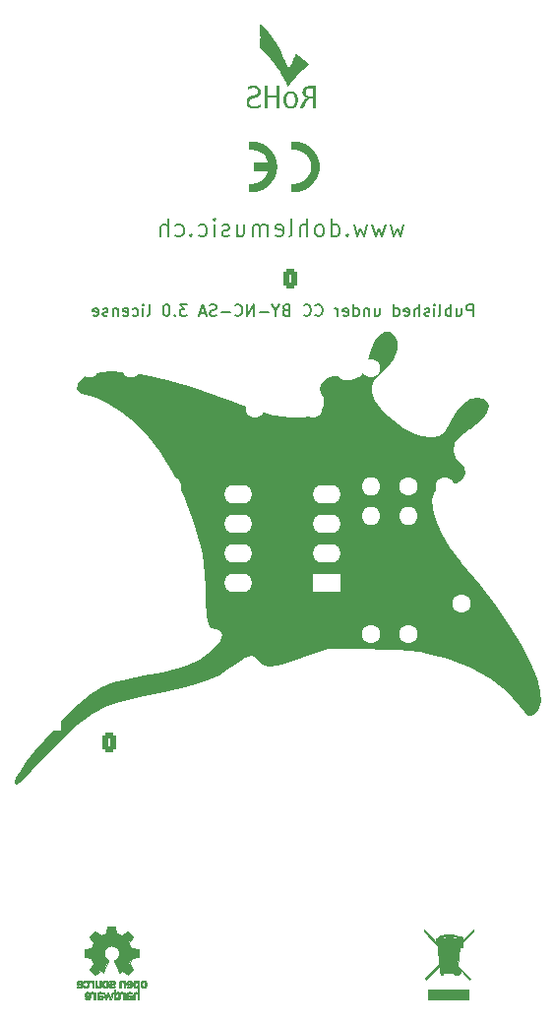
<source format=gbo>
G04 #@! TF.GenerationSoftware,KiCad,Pcbnew,(6.0.9)*
G04 #@! TF.CreationDate,2022-12-03T16:12:52+01:00*
G04 #@! TF.ProjectId,ray-rounded,7261792d-726f-4756-9e64-65642e6b6963,rev?*
G04 #@! TF.SameCoordinates,Original*
G04 #@! TF.FileFunction,Legend,Bot*
G04 #@! TF.FilePolarity,Positive*
%FSLAX46Y46*%
G04 Gerber Fmt 4.6, Leading zero omitted, Abs format (unit mm)*
G04 Created by KiCad (PCBNEW (6.0.9)) date 2022-12-03 16:12:52*
%MOMM*%
%LPD*%
G01*
G04 APERTURE LIST*
G04 Aperture macros list*
%AMRoundRect*
0 Rectangle with rounded corners*
0 $1 Rounding radius*
0 $2 $3 $4 $5 $6 $7 $8 $9 X,Y pos of 4 corners*
0 Add a 4 corners polygon primitive as box body*
4,1,4,$2,$3,$4,$5,$6,$7,$8,$9,$2,$3,0*
0 Add four circle primitives for the rounded corners*
1,1,$1+$1,$2,$3*
1,1,$1+$1,$4,$5*
1,1,$1+$1,$6,$7*
1,1,$1+$1,$8,$9*
0 Add four rect primitives between the rounded corners*
20,1,$1+$1,$2,$3,$4,$5,0*
20,1,$1+$1,$4,$5,$6,$7,0*
20,1,$1+$1,$6,$7,$8,$9,0*
20,1,$1+$1,$8,$9,$2,$3,0*%
%AMHorizOval*
0 Thick line with rounded ends*
0 $1 width*
0 $2 $3 position (X,Y) of the first rounded end (center of the circle)*
0 $4 $5 position (X,Y) of the second rounded end (center of the circle)*
0 Add line between two ends*
20,1,$1,$2,$3,$4,$5,0*
0 Add two circle primitives to create the rounded ends*
1,1,$1,$2,$3*
1,1,$1,$4,$5*%
G04 Aperture macros list end*
%ADD10C,0.010049*%
%ADD11C,0.034835*%
%ADD12C,0.021428*%
%ADD13C,0.000000*%
%ADD14C,0.200000*%
%ADD15C,0.250000*%
%ADD16C,1.600000*%
%ADD17C,1.440000*%
%ADD18O,1.600000X1.600000*%
%ADD19R,1.600000X1.600000*%
%ADD20R,1.500000X1.500000*%
%ADD21RoundRect,0.250000X0.350000X0.625000X-0.350000X0.625000X-0.350000X-0.625000X0.350000X-0.625000X0*%
%ADD22O,1.200000X1.750000*%
%ADD23O,2.203200X8.203200*%
%ADD24HorizOval,2.203200X-1.414214X1.414214X1.414214X-1.414214X0*%
%ADD25O,8.203200X2.203200*%
%ADD26R,2.400000X1.600000*%
%ADD27O,2.400000X1.600000*%
%ADD28HorizOval,2.203200X-1.414214X-1.414214X1.414214X1.414214X0*%
%ADD29R,2.400000X2.400000*%
%ADD30O,2.400000X2.400000*%
%ADD31R,1.700000X1.700000*%
%ADD32O,1.700000X1.700000*%
%ADD33C,2.200000*%
%ADD34RoundRect,0.250000X-0.350000X-0.625000X0.350000X-0.625000X0.350000X0.625000X-0.350000X0.625000X0*%
%ADD35O,2.743200X4.003200*%
G04 APERTURE END LIST*
D10*
G36*
X135148344Y-140886491D02*
G01*
X134796620Y-140886491D01*
X134796620Y-140831198D01*
X135148344Y-140831198D01*
X135148344Y-140886491D01*
G37*
X135148344Y-140886491D02*
X134796620Y-140886491D01*
X134796620Y-140831198D01*
X135148344Y-140831198D01*
X135148344Y-140886491D01*
D11*
G36*
X106227482Y-145765067D02*
G01*
X106236321Y-145756918D01*
X106245263Y-145749140D01*
X106254322Y-145741755D01*
X106263513Y-145734783D01*
X106272850Y-145728247D01*
X106282346Y-145722167D01*
X106292017Y-145716566D01*
X106301876Y-145711463D01*
X106311938Y-145706881D01*
X106322216Y-145702841D01*
X106332725Y-145699363D01*
X106343480Y-145696471D01*
X106354493Y-145694184D01*
X106365780Y-145692524D01*
X106377354Y-145691512D01*
X106389229Y-145691170D01*
X106403329Y-145691565D01*
X106416942Y-145692730D01*
X106430070Y-145694633D01*
X106442713Y-145697243D01*
X106454874Y-145700529D01*
X106466554Y-145704459D01*
X106477753Y-145709002D01*
X106488475Y-145714127D01*
X106498718Y-145719802D01*
X106508486Y-145725995D01*
X106517780Y-145732677D01*
X106526600Y-145739815D01*
X106534949Y-145747377D01*
X106542827Y-145755334D01*
X106550236Y-145763652D01*
X106557178Y-145772302D01*
X106563372Y-145780603D01*
X106569009Y-145788991D01*
X106574111Y-145797634D01*
X106578700Y-145806703D01*
X106580809Y-145811451D01*
X106582798Y-145816368D01*
X106584669Y-145821477D01*
X106586425Y-145826798D01*
X106588070Y-145832353D01*
X106589605Y-145838163D01*
X106592357Y-145850632D01*
X106594705Y-145864376D01*
X106596669Y-145879565D01*
X106598272Y-145896367D01*
X106599535Y-145914953D01*
X106600479Y-145935493D01*
X106601127Y-145958156D01*
X106601500Y-145983112D01*
X106601619Y-146010530D01*
X106601127Y-146063257D01*
X106599535Y-146106715D01*
X106598272Y-146125398D01*
X106596669Y-146142279D01*
X106594705Y-146157531D01*
X106592357Y-146171324D01*
X106589605Y-146183831D01*
X106586425Y-146195223D01*
X106582798Y-146205673D01*
X106578700Y-146215352D01*
X106574111Y-146224431D01*
X106569009Y-146233083D01*
X106563372Y-146241480D01*
X106557178Y-146249792D01*
X106550236Y-146258436D01*
X106542827Y-146266763D01*
X106534949Y-146274739D01*
X106526600Y-146282331D01*
X106517780Y-146289507D01*
X106508486Y-146296232D01*
X106498718Y-146302474D01*
X106488475Y-146308200D01*
X106477753Y-146313376D01*
X106472214Y-146315748D01*
X106466554Y-146317970D01*
X106460774Y-146320038D01*
X106454874Y-146321948D01*
X106448854Y-146323696D01*
X106442713Y-146325277D01*
X106436452Y-146326688D01*
X106430070Y-146327924D01*
X106423567Y-146328982D01*
X106416942Y-146329856D01*
X106410196Y-146330543D01*
X106403329Y-146331039D01*
X106396340Y-146331340D01*
X106389229Y-146331441D01*
X106385078Y-146331400D01*
X106380956Y-146331276D01*
X106376861Y-146331071D01*
X106372789Y-146330785D01*
X106368737Y-146330420D01*
X106364702Y-146329976D01*
X106360682Y-146329455D01*
X106356673Y-146328857D01*
X106356673Y-146205351D01*
X106366949Y-146204790D01*
X106376616Y-146203703D01*
X106385693Y-146202106D01*
X106394199Y-146200017D01*
X106402152Y-146197452D01*
X106409571Y-146194429D01*
X106416474Y-146190964D01*
X106422880Y-146187075D01*
X106428807Y-146182778D01*
X106434274Y-146178090D01*
X106439299Y-146173029D01*
X106443901Y-146167611D01*
X106448097Y-146161854D01*
X106451908Y-146155774D01*
X106455351Y-146149388D01*
X106458444Y-146142714D01*
X106461207Y-146135768D01*
X106463657Y-146128567D01*
X106465814Y-146121129D01*
X106467695Y-146113470D01*
X106469319Y-146105607D01*
X106470705Y-146097557D01*
X106472837Y-146080966D01*
X106474237Y-146063832D01*
X106475053Y-146046291D01*
X106475435Y-146028478D01*
X106475529Y-146010530D01*
X106475036Y-145974559D01*
X106474185Y-145956892D01*
X106472725Y-145939631D01*
X106470500Y-145922919D01*
X106467353Y-145906902D01*
X106463130Y-145891724D01*
X106460566Y-145884495D01*
X106457674Y-145877530D01*
X106454436Y-145870847D01*
X106450831Y-145864464D01*
X106446840Y-145858400D01*
X106442443Y-145852671D01*
X106437622Y-145847297D01*
X106432357Y-145842296D01*
X106426628Y-145837685D01*
X106420415Y-145833483D01*
X106413700Y-145829707D01*
X106406464Y-145826376D01*
X106398685Y-145823508D01*
X106390346Y-145821121D01*
X106381426Y-145819233D01*
X106371906Y-145817862D01*
X106361767Y-145817026D01*
X106350989Y-145816744D01*
X106340321Y-145817044D01*
X106330284Y-145817930D01*
X106320859Y-145819381D01*
X106312027Y-145821376D01*
X106303767Y-145823892D01*
X106296062Y-145826908D01*
X106288892Y-145830403D01*
X106282238Y-145834355D01*
X106276081Y-145838743D01*
X106270401Y-145843545D01*
X106265179Y-145848740D01*
X106260397Y-145854306D01*
X106256035Y-145860222D01*
X106252074Y-145866467D01*
X106248494Y-145873018D01*
X106245278Y-145879855D01*
X106242404Y-145886956D01*
X106239855Y-145894299D01*
X106237611Y-145901863D01*
X106235653Y-145909627D01*
X106233961Y-145917569D01*
X106232517Y-145925667D01*
X106230296Y-145942247D01*
X106228835Y-145959195D01*
X106227981Y-145976339D01*
X106227581Y-145993509D01*
X106227482Y-146010530D01*
X106227981Y-146045116D01*
X106228835Y-146062414D01*
X106230296Y-146079490D01*
X106232517Y-146096174D01*
X106235653Y-146112297D01*
X106239855Y-146127688D01*
X106242404Y-146135057D01*
X106245278Y-146142180D01*
X106248494Y-146149035D01*
X106252074Y-146155601D01*
X106256035Y-146161857D01*
X106260397Y-146167783D01*
X106265179Y-146173356D01*
X106270401Y-146178555D01*
X106276081Y-146183360D01*
X106282238Y-146187750D01*
X106288892Y-146191702D01*
X106296062Y-146195196D01*
X106303767Y-146198210D01*
X106312027Y-146200724D01*
X106320859Y-146202717D01*
X106330284Y-146204166D01*
X106340321Y-146205051D01*
X106350989Y-146205351D01*
X106352807Y-146205359D01*
X106353704Y-146205360D01*
X106354606Y-146205351D01*
X106354606Y-146328340D01*
X106345274Y-146326545D01*
X106336076Y-146324348D01*
X106327023Y-146321764D01*
X106318126Y-146318804D01*
X106309397Y-146315481D01*
X106300845Y-146311808D01*
X106292482Y-146307797D01*
X106284319Y-146303461D01*
X106276365Y-146298813D01*
X106268632Y-146293864D01*
X106261132Y-146288628D01*
X106253873Y-146283118D01*
X106246869Y-146277344D01*
X106240128Y-146271322D01*
X106233662Y-146265062D01*
X106227482Y-146258577D01*
X106227482Y-146324206D01*
X106101908Y-146324206D01*
X106101908Y-145445707D01*
X106227482Y-145445707D01*
X106227482Y-145765067D01*
G37*
X106227482Y-145765067D02*
X106236321Y-145756918D01*
X106245263Y-145749140D01*
X106254322Y-145741755D01*
X106263513Y-145734783D01*
X106272850Y-145728247D01*
X106282346Y-145722167D01*
X106292017Y-145716566D01*
X106301876Y-145711463D01*
X106311938Y-145706881D01*
X106322216Y-145702841D01*
X106332725Y-145699363D01*
X106343480Y-145696471D01*
X106354493Y-145694184D01*
X106365780Y-145692524D01*
X106377354Y-145691512D01*
X106389229Y-145691170D01*
X106403329Y-145691565D01*
X106416942Y-145692730D01*
X106430070Y-145694633D01*
X106442713Y-145697243D01*
X106454874Y-145700529D01*
X106466554Y-145704459D01*
X106477753Y-145709002D01*
X106488475Y-145714127D01*
X106498718Y-145719802D01*
X106508486Y-145725995D01*
X106517780Y-145732677D01*
X106526600Y-145739815D01*
X106534949Y-145747377D01*
X106542827Y-145755334D01*
X106550236Y-145763652D01*
X106557178Y-145772302D01*
X106563372Y-145780603D01*
X106569009Y-145788991D01*
X106574111Y-145797634D01*
X106578700Y-145806703D01*
X106580809Y-145811451D01*
X106582798Y-145816368D01*
X106584669Y-145821477D01*
X106586425Y-145826798D01*
X106588070Y-145832353D01*
X106589605Y-145838163D01*
X106592357Y-145850632D01*
X106594705Y-145864376D01*
X106596669Y-145879565D01*
X106598272Y-145896367D01*
X106599535Y-145914953D01*
X106600479Y-145935493D01*
X106601127Y-145958156D01*
X106601500Y-145983112D01*
X106601619Y-146010530D01*
X106601127Y-146063257D01*
X106599535Y-146106715D01*
X106598272Y-146125398D01*
X106596669Y-146142279D01*
X106594705Y-146157531D01*
X106592357Y-146171324D01*
X106589605Y-146183831D01*
X106586425Y-146195223D01*
X106582798Y-146205673D01*
X106578700Y-146215352D01*
X106574111Y-146224431D01*
X106569009Y-146233083D01*
X106563372Y-146241480D01*
X106557178Y-146249792D01*
X106550236Y-146258436D01*
X106542827Y-146266763D01*
X106534949Y-146274739D01*
X106526600Y-146282331D01*
X106517780Y-146289507D01*
X106508486Y-146296232D01*
X106498718Y-146302474D01*
X106488475Y-146308200D01*
X106477753Y-146313376D01*
X106472214Y-146315748D01*
X106466554Y-146317970D01*
X106460774Y-146320038D01*
X106454874Y-146321948D01*
X106448854Y-146323696D01*
X106442713Y-146325277D01*
X106436452Y-146326688D01*
X106430070Y-146327924D01*
X106423567Y-146328982D01*
X106416942Y-146329856D01*
X106410196Y-146330543D01*
X106403329Y-146331039D01*
X106396340Y-146331340D01*
X106389229Y-146331441D01*
X106385078Y-146331400D01*
X106380956Y-146331276D01*
X106376861Y-146331071D01*
X106372789Y-146330785D01*
X106368737Y-146330420D01*
X106364702Y-146329976D01*
X106360682Y-146329455D01*
X106356673Y-146328857D01*
X106356673Y-146205351D01*
X106366949Y-146204790D01*
X106376616Y-146203703D01*
X106385693Y-146202106D01*
X106394199Y-146200017D01*
X106402152Y-146197452D01*
X106409571Y-146194429D01*
X106416474Y-146190964D01*
X106422880Y-146187075D01*
X106428807Y-146182778D01*
X106434274Y-146178090D01*
X106439299Y-146173029D01*
X106443901Y-146167611D01*
X106448097Y-146161854D01*
X106451908Y-146155774D01*
X106455351Y-146149388D01*
X106458444Y-146142714D01*
X106461207Y-146135768D01*
X106463657Y-146128567D01*
X106465814Y-146121129D01*
X106467695Y-146113470D01*
X106469319Y-146105607D01*
X106470705Y-146097557D01*
X106472837Y-146080966D01*
X106474237Y-146063832D01*
X106475053Y-146046291D01*
X106475435Y-146028478D01*
X106475529Y-146010530D01*
X106475036Y-145974559D01*
X106474185Y-145956892D01*
X106472725Y-145939631D01*
X106470500Y-145922919D01*
X106467353Y-145906902D01*
X106463130Y-145891724D01*
X106460566Y-145884495D01*
X106457674Y-145877530D01*
X106454436Y-145870847D01*
X106450831Y-145864464D01*
X106446840Y-145858400D01*
X106442443Y-145852671D01*
X106437622Y-145847297D01*
X106432357Y-145842296D01*
X106426628Y-145837685D01*
X106420415Y-145833483D01*
X106413700Y-145829707D01*
X106406464Y-145826376D01*
X106398685Y-145823508D01*
X106390346Y-145821121D01*
X106381426Y-145819233D01*
X106371906Y-145817862D01*
X106361767Y-145817026D01*
X106350989Y-145816744D01*
X106340321Y-145817044D01*
X106330284Y-145817930D01*
X106320859Y-145819381D01*
X106312027Y-145821376D01*
X106303767Y-145823892D01*
X106296062Y-145826908D01*
X106288892Y-145830403D01*
X106282238Y-145834355D01*
X106276081Y-145838743D01*
X106270401Y-145843545D01*
X106265179Y-145848740D01*
X106260397Y-145854306D01*
X106256035Y-145860222D01*
X106252074Y-145866467D01*
X106248494Y-145873018D01*
X106245278Y-145879855D01*
X106242404Y-145886956D01*
X106239855Y-145894299D01*
X106237611Y-145901863D01*
X106235653Y-145909627D01*
X106233961Y-145917569D01*
X106232517Y-145925667D01*
X106230296Y-145942247D01*
X106228835Y-145959195D01*
X106227981Y-145976339D01*
X106227581Y-145993509D01*
X106227482Y-146010530D01*
X106227981Y-146045116D01*
X106228835Y-146062414D01*
X106230296Y-146079490D01*
X106232517Y-146096174D01*
X106235653Y-146112297D01*
X106239855Y-146127688D01*
X106242404Y-146135057D01*
X106245278Y-146142180D01*
X106248494Y-146149035D01*
X106252074Y-146155601D01*
X106256035Y-146161857D01*
X106260397Y-146167783D01*
X106265179Y-146173356D01*
X106270401Y-146178555D01*
X106276081Y-146183360D01*
X106282238Y-146187750D01*
X106288892Y-146191702D01*
X106296062Y-146195196D01*
X106303767Y-146198210D01*
X106312027Y-146200724D01*
X106320859Y-146202717D01*
X106330284Y-146204166D01*
X106340321Y-146205051D01*
X106350989Y-146205351D01*
X106352807Y-146205359D01*
X106353704Y-146205360D01*
X106354606Y-146205351D01*
X106354606Y-146328340D01*
X106345274Y-146326545D01*
X106336076Y-146324348D01*
X106327023Y-146321764D01*
X106318126Y-146318804D01*
X106309397Y-146315481D01*
X106300845Y-146311808D01*
X106292482Y-146307797D01*
X106284319Y-146303461D01*
X106276365Y-146298813D01*
X106268632Y-146293864D01*
X106261132Y-146288628D01*
X106253873Y-146283118D01*
X106246869Y-146277344D01*
X106240128Y-146271322D01*
X106233662Y-146265062D01*
X106227482Y-146258577D01*
X106227482Y-146324206D01*
X106101908Y-146324206D01*
X106101908Y-145445707D01*
X106227482Y-145445707D01*
X106227482Y-145765067D01*
G36*
X106769023Y-144703392D02*
G01*
X106781154Y-144704261D01*
X106793032Y-144705707D01*
X106804646Y-144707733D01*
X106815987Y-144710337D01*
X106827042Y-144713519D01*
X106837801Y-144717279D01*
X106848252Y-144721618D01*
X106858385Y-144726535D01*
X106868188Y-144732029D01*
X106877651Y-144738102D01*
X106886762Y-144744752D01*
X106895511Y-144751980D01*
X106903887Y-144759785D01*
X106911878Y-144768168D01*
X106919473Y-144777128D01*
X106921981Y-144777128D01*
X106921981Y-144710523D01*
X107047807Y-144710523D01*
X107047807Y-145335995D01*
X106921981Y-145335995D01*
X106921981Y-144963499D01*
X106921827Y-144955619D01*
X106921368Y-144947952D01*
X106920611Y-144940500D01*
X106919562Y-144933265D01*
X106918227Y-144926251D01*
X106916613Y-144919458D01*
X106914727Y-144912891D01*
X106912573Y-144906551D01*
X106910160Y-144900440D01*
X106907492Y-144894562D01*
X106904577Y-144888919D01*
X106901421Y-144883512D01*
X106898030Y-144878346D01*
X106894410Y-144873421D01*
X106890568Y-144868742D01*
X106886510Y-144864309D01*
X106882242Y-144860125D01*
X106877771Y-144856194D01*
X106873103Y-144852517D01*
X106868245Y-144849097D01*
X106863202Y-144845937D01*
X106857981Y-144843038D01*
X106852588Y-144840404D01*
X106847030Y-144838037D01*
X106841313Y-144835939D01*
X106835444Y-144834112D01*
X106829428Y-144832560D01*
X106823272Y-144831284D01*
X106816982Y-144830288D01*
X106810565Y-144829573D01*
X106804027Y-144829143D01*
X106797374Y-144828998D01*
X106790832Y-144829143D01*
X106784398Y-144829573D01*
X106778078Y-144830288D01*
X106771879Y-144831284D01*
X106765808Y-144832560D01*
X106759870Y-144834112D01*
X106754073Y-144835939D01*
X106748423Y-144838037D01*
X106742927Y-144840404D01*
X106737591Y-144843038D01*
X106732422Y-144845937D01*
X106727426Y-144849097D01*
X106722610Y-144852517D01*
X106717980Y-144856194D01*
X106713543Y-144860125D01*
X106709306Y-144864309D01*
X106705275Y-144868742D01*
X106701456Y-144873421D01*
X106697856Y-144878346D01*
X106694483Y-144883512D01*
X106691341Y-144888919D01*
X106688438Y-144894562D01*
X106685781Y-144900440D01*
X106683376Y-144906551D01*
X106681229Y-144912891D01*
X106679347Y-144919458D01*
X106677736Y-144926251D01*
X106676404Y-144933265D01*
X106675356Y-144940500D01*
X106674600Y-144947952D01*
X106674141Y-144955619D01*
X106673987Y-144963499D01*
X106673987Y-145335995D01*
X106548161Y-145335995D01*
X106548161Y-144920267D01*
X106548483Y-144907158D01*
X106549432Y-144894441D01*
X106550986Y-144882118D01*
X106553122Y-144870190D01*
X106555817Y-144858659D01*
X106559049Y-144847526D01*
X106562795Y-144836794D01*
X106567031Y-144826463D01*
X106571736Y-144816535D01*
X106576885Y-144807013D01*
X106582457Y-144797896D01*
X106588429Y-144789188D01*
X106594777Y-144780889D01*
X106601480Y-144773001D01*
X106608513Y-144765526D01*
X106615855Y-144758465D01*
X106623483Y-144751820D01*
X106631373Y-144745592D01*
X106639503Y-144739783D01*
X106647851Y-144734395D01*
X106656392Y-144729428D01*
X106665105Y-144724886D01*
X106673967Y-144720768D01*
X106682955Y-144717077D01*
X106701217Y-144710982D01*
X106719709Y-144706613D01*
X106738248Y-144703983D01*
X106747478Y-144703323D01*
X106756652Y-144703103D01*
X106769023Y-144703392D01*
G37*
X106769023Y-144703392D02*
X106781154Y-144704261D01*
X106793032Y-144705707D01*
X106804646Y-144707733D01*
X106815987Y-144710337D01*
X106827042Y-144713519D01*
X106837801Y-144717279D01*
X106848252Y-144721618D01*
X106858385Y-144726535D01*
X106868188Y-144732029D01*
X106877651Y-144738102D01*
X106886762Y-144744752D01*
X106895511Y-144751980D01*
X106903887Y-144759785D01*
X106911878Y-144768168D01*
X106919473Y-144777128D01*
X106921981Y-144777128D01*
X106921981Y-144710523D01*
X107047807Y-144710523D01*
X107047807Y-145335995D01*
X106921981Y-145335995D01*
X106921981Y-144963499D01*
X106921827Y-144955619D01*
X106921368Y-144947952D01*
X106920611Y-144940500D01*
X106919562Y-144933265D01*
X106918227Y-144926251D01*
X106916613Y-144919458D01*
X106914727Y-144912891D01*
X106912573Y-144906551D01*
X106910160Y-144900440D01*
X106907492Y-144894562D01*
X106904577Y-144888919D01*
X106901421Y-144883512D01*
X106898030Y-144878346D01*
X106894410Y-144873421D01*
X106890568Y-144868742D01*
X106886510Y-144864309D01*
X106882242Y-144860125D01*
X106877771Y-144856194D01*
X106873103Y-144852517D01*
X106868245Y-144849097D01*
X106863202Y-144845937D01*
X106857981Y-144843038D01*
X106852588Y-144840404D01*
X106847030Y-144838037D01*
X106841313Y-144835939D01*
X106835444Y-144834112D01*
X106829428Y-144832560D01*
X106823272Y-144831284D01*
X106816982Y-144830288D01*
X106810565Y-144829573D01*
X106804027Y-144829143D01*
X106797374Y-144828998D01*
X106790832Y-144829143D01*
X106784398Y-144829573D01*
X106778078Y-144830288D01*
X106771879Y-144831284D01*
X106765808Y-144832560D01*
X106759870Y-144834112D01*
X106754073Y-144835939D01*
X106748423Y-144838037D01*
X106742927Y-144840404D01*
X106737591Y-144843038D01*
X106732422Y-144845937D01*
X106727426Y-144849097D01*
X106722610Y-144852517D01*
X106717980Y-144856194D01*
X106713543Y-144860125D01*
X106709306Y-144864309D01*
X106705275Y-144868742D01*
X106701456Y-144873421D01*
X106697856Y-144878346D01*
X106694483Y-144883512D01*
X106691341Y-144888919D01*
X106688438Y-144894562D01*
X106685781Y-144900440D01*
X106683376Y-144906551D01*
X106681229Y-144912891D01*
X106679347Y-144919458D01*
X106677736Y-144926251D01*
X106676404Y-144933265D01*
X106675356Y-144940500D01*
X106674600Y-144947952D01*
X106674141Y-144955619D01*
X106673987Y-144963499D01*
X106673987Y-145335995D01*
X106548161Y-145335995D01*
X106548161Y-144920267D01*
X106548483Y-144907158D01*
X106549432Y-144894441D01*
X106550986Y-144882118D01*
X106553122Y-144870190D01*
X106555817Y-144858659D01*
X106559049Y-144847526D01*
X106562795Y-144836794D01*
X106567031Y-144826463D01*
X106571736Y-144816535D01*
X106576885Y-144807013D01*
X106582457Y-144797896D01*
X106588429Y-144789188D01*
X106594777Y-144780889D01*
X106601480Y-144773001D01*
X106608513Y-144765526D01*
X106615855Y-144758465D01*
X106623483Y-144751820D01*
X106631373Y-144745592D01*
X106639503Y-144739783D01*
X106647851Y-144734395D01*
X106656392Y-144729428D01*
X106665105Y-144724886D01*
X106673967Y-144720768D01*
X106682955Y-144717077D01*
X106701217Y-144710982D01*
X106719709Y-144706613D01*
X106738248Y-144703983D01*
X106747478Y-144703323D01*
X106756652Y-144703103D01*
X106769023Y-144703392D01*
D12*
G36*
X121625682Y-72560559D02*
G01*
X121696886Y-72564116D01*
X121767652Y-72570009D01*
X121837931Y-72578211D01*
X121907673Y-72588694D01*
X121976831Y-72601429D01*
X122045356Y-72616388D01*
X122113198Y-72633543D01*
X122180309Y-72652866D01*
X122246640Y-72674328D01*
X122312143Y-72697902D01*
X122376768Y-72723559D01*
X122440466Y-72751271D01*
X122503190Y-72781009D01*
X122564890Y-72812747D01*
X122625517Y-72846455D01*
X122685023Y-72882106D01*
X122743358Y-72919671D01*
X122800475Y-72959121D01*
X122856324Y-73000430D01*
X122910856Y-73043569D01*
X122964022Y-73088509D01*
X123015775Y-73135222D01*
X123066064Y-73183680D01*
X123114842Y-73233856D01*
X123162059Y-73285720D01*
X123207667Y-73339245D01*
X123251616Y-73394403D01*
X123293859Y-73451165D01*
X123334346Y-73509503D01*
X123373028Y-73569389D01*
X123409857Y-73630795D01*
X123477144Y-73756836D01*
X123535458Y-73886032D01*
X123584802Y-74017932D01*
X123625174Y-74152086D01*
X123656574Y-74288043D01*
X123679003Y-74425352D01*
X123692460Y-74563563D01*
X123696946Y-74702224D01*
X123692460Y-74840885D01*
X123679003Y-74979096D01*
X123656574Y-75116405D01*
X123625174Y-75252362D01*
X123584802Y-75386516D01*
X123535459Y-75518416D01*
X123477144Y-75647612D01*
X123409858Y-75773653D01*
X123334346Y-75894945D01*
X123251617Y-76010045D01*
X123162059Y-76118728D01*
X123066065Y-76220768D01*
X122964023Y-76315940D01*
X122856324Y-76404018D01*
X122743359Y-76484778D01*
X122625518Y-76557993D01*
X122503190Y-76623439D01*
X122376768Y-76680890D01*
X122246641Y-76730121D01*
X122113198Y-76770906D01*
X121976832Y-76803020D01*
X121837931Y-76826237D01*
X121696887Y-76840333D01*
X121554089Y-76845082D01*
X121527256Y-76844914D01*
X121500430Y-76844410D01*
X121473614Y-76843570D01*
X121446811Y-76842394D01*
X121420026Y-76840883D01*
X121393261Y-76839037D01*
X121366519Y-76836856D01*
X121339803Y-76834340D01*
X121339804Y-76191483D01*
X121366483Y-76194502D01*
X121393205Y-76197044D01*
X121419964Y-76199106D01*
X121446754Y-76200690D01*
X121473568Y-76201793D01*
X121500399Y-76202417D01*
X121527242Y-76202561D01*
X121554089Y-76202224D01*
X121604204Y-76201390D01*
X121654047Y-76198900D01*
X121703583Y-76194775D01*
X121752778Y-76189033D01*
X121801598Y-76181695D01*
X121850009Y-76172781D01*
X121897976Y-76162310D01*
X121945465Y-76150301D01*
X121992443Y-76136775D01*
X122038875Y-76121752D01*
X122084726Y-76105250D01*
X122129964Y-76087290D01*
X122174553Y-76067892D01*
X122218460Y-76047075D01*
X122261650Y-76024858D01*
X122304089Y-76001263D01*
X122345743Y-75976307D01*
X122386578Y-75950012D01*
X122426559Y-75922396D01*
X122465653Y-75893480D01*
X122503826Y-75863283D01*
X122541042Y-75831825D01*
X122577269Y-75799126D01*
X122612472Y-75765205D01*
X122646616Y-75730082D01*
X122679668Y-75693777D01*
X122711593Y-75656309D01*
X122742358Y-75617699D01*
X122771928Y-75577966D01*
X122800269Y-75537129D01*
X122827346Y-75495209D01*
X122853127Y-75452225D01*
X122900227Y-75363996D01*
X122941048Y-75273559D01*
X122975588Y-75181229D01*
X123003848Y-75087321D01*
X123025828Y-74992151D01*
X123041529Y-74896035D01*
X123050949Y-74799287D01*
X123054089Y-74702224D01*
X123050949Y-74605161D01*
X123041529Y-74508414D01*
X123025829Y-74412298D01*
X123003848Y-74317128D01*
X122975588Y-74223220D01*
X122941048Y-74130890D01*
X122900227Y-74040453D01*
X122853127Y-73952224D01*
X122800269Y-73867320D01*
X122742358Y-73786750D01*
X122679668Y-73710672D01*
X122612472Y-73639244D01*
X122541042Y-73572623D01*
X122465653Y-73510969D01*
X122386578Y-73454437D01*
X122304089Y-73403186D01*
X122218460Y-73357374D01*
X122129964Y-73317158D01*
X122038875Y-73282697D01*
X121945465Y-73254147D01*
X121850009Y-73231668D01*
X121752778Y-73215415D01*
X121654047Y-73205548D01*
X121554089Y-73202224D01*
X121527241Y-73201887D01*
X121500399Y-73202031D01*
X121473567Y-73202655D01*
X121446754Y-73203758D01*
X121419964Y-73205341D01*
X121393205Y-73207404D01*
X121366482Y-73209945D01*
X121339803Y-73212965D01*
X121339803Y-72570108D01*
X121366518Y-72567592D01*
X121393260Y-72565411D01*
X121420026Y-72563565D01*
X121446811Y-72562054D01*
X121473614Y-72560879D01*
X121500429Y-72560039D01*
X121527256Y-72559535D01*
X121554089Y-72559367D01*
X121625682Y-72560559D01*
G37*
X121625682Y-72560559D02*
X121696886Y-72564116D01*
X121767652Y-72570009D01*
X121837931Y-72578211D01*
X121907673Y-72588694D01*
X121976831Y-72601429D01*
X122045356Y-72616388D01*
X122113198Y-72633543D01*
X122180309Y-72652866D01*
X122246640Y-72674328D01*
X122312143Y-72697902D01*
X122376768Y-72723559D01*
X122440466Y-72751271D01*
X122503190Y-72781009D01*
X122564890Y-72812747D01*
X122625517Y-72846455D01*
X122685023Y-72882106D01*
X122743358Y-72919671D01*
X122800475Y-72959121D01*
X122856324Y-73000430D01*
X122910856Y-73043569D01*
X122964022Y-73088509D01*
X123015775Y-73135222D01*
X123066064Y-73183680D01*
X123114842Y-73233856D01*
X123162059Y-73285720D01*
X123207667Y-73339245D01*
X123251616Y-73394403D01*
X123293859Y-73451165D01*
X123334346Y-73509503D01*
X123373028Y-73569389D01*
X123409857Y-73630795D01*
X123477144Y-73756836D01*
X123535458Y-73886032D01*
X123584802Y-74017932D01*
X123625174Y-74152086D01*
X123656574Y-74288043D01*
X123679003Y-74425352D01*
X123692460Y-74563563D01*
X123696946Y-74702224D01*
X123692460Y-74840885D01*
X123679003Y-74979096D01*
X123656574Y-75116405D01*
X123625174Y-75252362D01*
X123584802Y-75386516D01*
X123535459Y-75518416D01*
X123477144Y-75647612D01*
X123409858Y-75773653D01*
X123334346Y-75894945D01*
X123251617Y-76010045D01*
X123162059Y-76118728D01*
X123066065Y-76220768D01*
X122964023Y-76315940D01*
X122856324Y-76404018D01*
X122743359Y-76484778D01*
X122625518Y-76557993D01*
X122503190Y-76623439D01*
X122376768Y-76680890D01*
X122246641Y-76730121D01*
X122113198Y-76770906D01*
X121976832Y-76803020D01*
X121837931Y-76826237D01*
X121696887Y-76840333D01*
X121554089Y-76845082D01*
X121527256Y-76844914D01*
X121500430Y-76844410D01*
X121473614Y-76843570D01*
X121446811Y-76842394D01*
X121420026Y-76840883D01*
X121393261Y-76839037D01*
X121366519Y-76836856D01*
X121339803Y-76834340D01*
X121339804Y-76191483D01*
X121366483Y-76194502D01*
X121393205Y-76197044D01*
X121419964Y-76199106D01*
X121446754Y-76200690D01*
X121473568Y-76201793D01*
X121500399Y-76202417D01*
X121527242Y-76202561D01*
X121554089Y-76202224D01*
X121604204Y-76201390D01*
X121654047Y-76198900D01*
X121703583Y-76194775D01*
X121752778Y-76189033D01*
X121801598Y-76181695D01*
X121850009Y-76172781D01*
X121897976Y-76162310D01*
X121945465Y-76150301D01*
X121992443Y-76136775D01*
X122038875Y-76121752D01*
X122084726Y-76105250D01*
X122129964Y-76087290D01*
X122174553Y-76067892D01*
X122218460Y-76047075D01*
X122261650Y-76024858D01*
X122304089Y-76001263D01*
X122345743Y-75976307D01*
X122386578Y-75950012D01*
X122426559Y-75922396D01*
X122465653Y-75893480D01*
X122503826Y-75863283D01*
X122541042Y-75831825D01*
X122577269Y-75799126D01*
X122612472Y-75765205D01*
X122646616Y-75730082D01*
X122679668Y-75693777D01*
X122711593Y-75656309D01*
X122742358Y-75617699D01*
X122771928Y-75577966D01*
X122800269Y-75537129D01*
X122827346Y-75495209D01*
X122853127Y-75452225D01*
X122900227Y-75363996D01*
X122941048Y-75273559D01*
X122975588Y-75181229D01*
X123003848Y-75087321D01*
X123025828Y-74992151D01*
X123041529Y-74896035D01*
X123050949Y-74799287D01*
X123054089Y-74702224D01*
X123050949Y-74605161D01*
X123041529Y-74508414D01*
X123025829Y-74412298D01*
X123003848Y-74317128D01*
X122975588Y-74223220D01*
X122941048Y-74130890D01*
X122900227Y-74040453D01*
X122853127Y-73952224D01*
X122800269Y-73867320D01*
X122742358Y-73786750D01*
X122679668Y-73710672D01*
X122612472Y-73639244D01*
X122541042Y-73572623D01*
X122465653Y-73510969D01*
X122386578Y-73454437D01*
X122304089Y-73403186D01*
X122218460Y-73357374D01*
X122129964Y-73317158D01*
X122038875Y-73282697D01*
X121945465Y-73254147D01*
X121850009Y-73231668D01*
X121752778Y-73215415D01*
X121654047Y-73205548D01*
X121554089Y-73202224D01*
X121527241Y-73201887D01*
X121500399Y-73202031D01*
X121473567Y-73202655D01*
X121446754Y-73203758D01*
X121419964Y-73205341D01*
X121393205Y-73207404D01*
X121366482Y-73209945D01*
X121339803Y-73212965D01*
X121339803Y-72570108D01*
X121366518Y-72567592D01*
X121393260Y-72565411D01*
X121420026Y-72563565D01*
X121446811Y-72562054D01*
X121473614Y-72560879D01*
X121500429Y-72560039D01*
X121527256Y-72559535D01*
X121554089Y-72559367D01*
X121625682Y-72560559D01*
D10*
G36*
X135588283Y-143762572D02*
G01*
X135594240Y-143763025D01*
X135600111Y-143763771D01*
X135605888Y-143764803D01*
X135611564Y-143766113D01*
X135617131Y-143767694D01*
X135622582Y-143769538D01*
X135627910Y-143771639D01*
X135633106Y-143773989D01*
X135638165Y-143776580D01*
X135643078Y-143779405D01*
X135647838Y-143782456D01*
X135652438Y-143785727D01*
X135656870Y-143789210D01*
X135661126Y-143792898D01*
X135665201Y-143796782D01*
X135669086Y-143800857D01*
X135672773Y-143805114D01*
X135676256Y-143809546D01*
X135679527Y-143814145D01*
X135682579Y-143818905D01*
X135685404Y-143823818D01*
X135687995Y-143828877D01*
X135690344Y-143834074D01*
X135692445Y-143839401D01*
X135694290Y-143844852D01*
X135695871Y-143850419D01*
X135697181Y-143856095D01*
X135698212Y-143861872D01*
X135698959Y-143867743D01*
X135699412Y-143873701D01*
X135699564Y-143879738D01*
X135699412Y-143885775D01*
X135698959Y-143891732D01*
X135698212Y-143897603D01*
X135697181Y-143903380D01*
X135695871Y-143909056D01*
X135694290Y-143914622D01*
X135692445Y-143920073D01*
X135690344Y-143925400D01*
X135687995Y-143930597D01*
X135685404Y-143935655D01*
X135682579Y-143940567D01*
X135679527Y-143945327D01*
X135676256Y-143949926D01*
X135672773Y-143954358D01*
X135669086Y-143958614D01*
X135665201Y-143962688D01*
X135661127Y-143966572D01*
X135656870Y-143970259D01*
X135652438Y-143973742D01*
X135647838Y-143977012D01*
X135643078Y-143980064D01*
X135638165Y-143982888D01*
X135633107Y-143985479D01*
X135627910Y-143987828D01*
X135622582Y-143989928D01*
X135617131Y-143991773D01*
X135611564Y-143993353D01*
X135605888Y-143994663D01*
X135600111Y-143995695D01*
X135594240Y-143996441D01*
X135588283Y-143996894D01*
X135582246Y-143997046D01*
X135576209Y-143996894D01*
X135570251Y-143996441D01*
X135564380Y-143995695D01*
X135558603Y-143994663D01*
X135552927Y-143993353D01*
X135547360Y-143991773D01*
X135541909Y-143989928D01*
X135536582Y-143987828D01*
X135531385Y-143985479D01*
X135526326Y-143982888D01*
X135521413Y-143980064D01*
X135516653Y-143977012D01*
X135512054Y-143973742D01*
X135507622Y-143970259D01*
X135503365Y-143966572D01*
X135499290Y-143962688D01*
X135495405Y-143958614D01*
X135491718Y-143954358D01*
X135488235Y-143949926D01*
X135484964Y-143945327D01*
X135481912Y-143940567D01*
X135479087Y-143935655D01*
X135476496Y-143930597D01*
X135474147Y-143925400D01*
X135472046Y-143920073D01*
X135470201Y-143914622D01*
X135468620Y-143909056D01*
X135467310Y-143903380D01*
X135466278Y-143897603D01*
X135465532Y-143891732D01*
X135465079Y-143885775D01*
X135464927Y-143879738D01*
X135465079Y-143873701D01*
X135465532Y-143867743D01*
X135466278Y-143861872D01*
X135467310Y-143856095D01*
X135468620Y-143850419D01*
X135470201Y-143844852D01*
X135472046Y-143839401D01*
X135474147Y-143834074D01*
X135476496Y-143828877D01*
X135479087Y-143823819D01*
X135481912Y-143818906D01*
X135484964Y-143814146D01*
X135488235Y-143809546D01*
X135491718Y-143805114D01*
X135495405Y-143800857D01*
X135499290Y-143796783D01*
X135503364Y-143792898D01*
X135507621Y-143789210D01*
X135512053Y-143785727D01*
X135516653Y-143782456D01*
X135521413Y-143779405D01*
X135526326Y-143776580D01*
X135531384Y-143773989D01*
X135536581Y-143771639D01*
X135541909Y-143769538D01*
X135547360Y-143767694D01*
X135552927Y-143766113D01*
X135558603Y-143764803D01*
X135564380Y-143763771D01*
X135570251Y-143763025D01*
X135576209Y-143762572D01*
X135582246Y-143762419D01*
X135588283Y-143762572D01*
G37*
X135588283Y-143762572D02*
X135594240Y-143763025D01*
X135600111Y-143763771D01*
X135605888Y-143764803D01*
X135611564Y-143766113D01*
X135617131Y-143767694D01*
X135622582Y-143769538D01*
X135627910Y-143771639D01*
X135633106Y-143773989D01*
X135638165Y-143776580D01*
X135643078Y-143779405D01*
X135647838Y-143782456D01*
X135652438Y-143785727D01*
X135656870Y-143789210D01*
X135661126Y-143792898D01*
X135665201Y-143796782D01*
X135669086Y-143800857D01*
X135672773Y-143805114D01*
X135676256Y-143809546D01*
X135679527Y-143814145D01*
X135682579Y-143818905D01*
X135685404Y-143823818D01*
X135687995Y-143828877D01*
X135690344Y-143834074D01*
X135692445Y-143839401D01*
X135694290Y-143844852D01*
X135695871Y-143850419D01*
X135697181Y-143856095D01*
X135698212Y-143861872D01*
X135698959Y-143867743D01*
X135699412Y-143873701D01*
X135699564Y-143879738D01*
X135699412Y-143885775D01*
X135698959Y-143891732D01*
X135698212Y-143897603D01*
X135697181Y-143903380D01*
X135695871Y-143909056D01*
X135694290Y-143914622D01*
X135692445Y-143920073D01*
X135690344Y-143925400D01*
X135687995Y-143930597D01*
X135685404Y-143935655D01*
X135682579Y-143940567D01*
X135679527Y-143945327D01*
X135676256Y-143949926D01*
X135672773Y-143954358D01*
X135669086Y-143958614D01*
X135665201Y-143962688D01*
X135661127Y-143966572D01*
X135656870Y-143970259D01*
X135652438Y-143973742D01*
X135647838Y-143977012D01*
X135643078Y-143980064D01*
X135638165Y-143982888D01*
X135633107Y-143985479D01*
X135627910Y-143987828D01*
X135622582Y-143989928D01*
X135617131Y-143991773D01*
X135611564Y-143993353D01*
X135605888Y-143994663D01*
X135600111Y-143995695D01*
X135594240Y-143996441D01*
X135588283Y-143996894D01*
X135582246Y-143997046D01*
X135576209Y-143996894D01*
X135570251Y-143996441D01*
X135564380Y-143995695D01*
X135558603Y-143994663D01*
X135552927Y-143993353D01*
X135547360Y-143991773D01*
X135541909Y-143989928D01*
X135536582Y-143987828D01*
X135531385Y-143985479D01*
X135526326Y-143982888D01*
X135521413Y-143980064D01*
X135516653Y-143977012D01*
X135512054Y-143973742D01*
X135507622Y-143970259D01*
X135503365Y-143966572D01*
X135499290Y-143962688D01*
X135495405Y-143958614D01*
X135491718Y-143954358D01*
X135488235Y-143949926D01*
X135484964Y-143945327D01*
X135481912Y-143940567D01*
X135479087Y-143935655D01*
X135476496Y-143930597D01*
X135474147Y-143925400D01*
X135472046Y-143920073D01*
X135470201Y-143914622D01*
X135468620Y-143909056D01*
X135467310Y-143903380D01*
X135466278Y-143897603D01*
X135465532Y-143891732D01*
X135465079Y-143885775D01*
X135464927Y-143879738D01*
X135465079Y-143873701D01*
X135465532Y-143867743D01*
X135466278Y-143861872D01*
X135467310Y-143856095D01*
X135468620Y-143850419D01*
X135470201Y-143844852D01*
X135472046Y-143839401D01*
X135474147Y-143834074D01*
X135476496Y-143828877D01*
X135479087Y-143823819D01*
X135481912Y-143818906D01*
X135484964Y-143814146D01*
X135488235Y-143809546D01*
X135491718Y-143805114D01*
X135495405Y-143800857D01*
X135499290Y-143796783D01*
X135503364Y-143792898D01*
X135507621Y-143789210D01*
X135512053Y-143785727D01*
X135516653Y-143782456D01*
X135521413Y-143779405D01*
X135526326Y-143776580D01*
X135531384Y-143773989D01*
X135536581Y-143771639D01*
X135541909Y-143769538D01*
X135547360Y-143767694D01*
X135552927Y-143766113D01*
X135558603Y-143764803D01*
X135564380Y-143763771D01*
X135570251Y-143763025D01*
X135576209Y-143762572D01*
X135582246Y-143762419D01*
X135588283Y-143762572D01*
D13*
G36*
X123502369Y-69707838D02*
G01*
X123243465Y-69707838D01*
X123243465Y-68878949D01*
X123130298Y-68879465D01*
X123084771Y-68879972D01*
X123042874Y-68881335D01*
X123004359Y-68883653D01*
X122968976Y-68887022D01*
X122936478Y-68891536D01*
X122906616Y-68897292D01*
X122879141Y-68904387D01*
X122853804Y-68912916D01*
X122830358Y-68922976D01*
X122808553Y-68934662D01*
X122788142Y-68948070D01*
X122768874Y-68963297D01*
X122750503Y-68980439D01*
X122732779Y-68999592D01*
X122715454Y-69020851D01*
X122698279Y-69044314D01*
X122692766Y-69052708D01*
X122685976Y-69063904D01*
X122668948Y-69093951D01*
X122647966Y-69132952D01*
X122623800Y-69179403D01*
X122597220Y-69231803D01*
X122568995Y-69288648D01*
X122539896Y-69348437D01*
X122510693Y-69409665D01*
X122370134Y-69707838D01*
X122105037Y-69707838D01*
X122235258Y-69445322D01*
X122320485Y-69274994D01*
X122388935Y-69142003D01*
X122444232Y-69040913D01*
X122468080Y-69000631D01*
X122489999Y-68966285D01*
X122510441Y-68937196D01*
X122529858Y-68912683D01*
X122548705Y-68892068D01*
X122567433Y-68874669D01*
X122586495Y-68859809D01*
X122606346Y-68846806D01*
X122627436Y-68834981D01*
X122650220Y-68823656D01*
X122715849Y-68792133D01*
X122652808Y-68776630D01*
X122630382Y-68770496D01*
X122608667Y-68763560D01*
X122587669Y-68755832D01*
X122567396Y-68747327D01*
X122547856Y-68738054D01*
X122529056Y-68728028D01*
X122511003Y-68717261D01*
X122493706Y-68705763D01*
X122477172Y-68693549D01*
X122461408Y-68680629D01*
X122446421Y-68667017D01*
X122432220Y-68652724D01*
X122418811Y-68637763D01*
X122406203Y-68622145D01*
X122394403Y-68605884D01*
X122383417Y-68588992D01*
X122373255Y-68571480D01*
X122363923Y-68553361D01*
X122355428Y-68534647D01*
X122347779Y-68515351D01*
X122340983Y-68495484D01*
X122335047Y-68475060D01*
X122329979Y-68454089D01*
X122325786Y-68432585D01*
X122322476Y-68410560D01*
X122320057Y-68388025D01*
X122318535Y-68364994D01*
X122317919Y-68341478D01*
X122318216Y-68317489D01*
X122319433Y-68293041D01*
X122321578Y-68268145D01*
X122324658Y-68242813D01*
X122330102Y-68210067D01*
X122337185Y-68178252D01*
X122345876Y-68147413D01*
X122356144Y-68117596D01*
X122367959Y-68088844D01*
X122381291Y-68061203D01*
X122396109Y-68034718D01*
X122412382Y-68009433D01*
X122430081Y-67985394D01*
X122449174Y-67962645D01*
X122469632Y-67941230D01*
X122491423Y-67921196D01*
X122514517Y-67902587D01*
X122538884Y-67885447D01*
X122564493Y-67869821D01*
X122591313Y-67855755D01*
X122611276Y-67846285D01*
X122630312Y-67837740D01*
X122648821Y-67830066D01*
X122667198Y-67823209D01*
X122685843Y-67817116D01*
X122705153Y-67811731D01*
X122725524Y-67807001D01*
X122747356Y-67802871D01*
X122771046Y-67799288D01*
X122796991Y-67796197D01*
X122825588Y-67793544D01*
X122857237Y-67791276D01*
X122892334Y-67789337D01*
X122931276Y-67787674D01*
X123022290Y-67784959D01*
X123022290Y-67986497D01*
X122991771Y-67987268D01*
X122961942Y-67988357D01*
X122933375Y-67989734D01*
X122906645Y-67991371D01*
X122882323Y-67993238D01*
X122860983Y-67995307D01*
X122843198Y-67997548D01*
X122829541Y-67999933D01*
X122814104Y-68003755D01*
X122798725Y-68008569D01*
X122783461Y-68014328D01*
X122768372Y-68020989D01*
X122753516Y-68028507D01*
X122738953Y-68036836D01*
X122724740Y-68045933D01*
X122710937Y-68055752D01*
X122697602Y-68066250D01*
X122684795Y-68077380D01*
X122672573Y-68089100D01*
X122660997Y-68101363D01*
X122650124Y-68114125D01*
X122640014Y-68127343D01*
X122630724Y-68140970D01*
X122622315Y-68154962D01*
X122617248Y-68164182D01*
X122612726Y-68172907D01*
X122608718Y-68181315D01*
X122605194Y-68189581D01*
X122602124Y-68197883D01*
X122599479Y-68206397D01*
X122597228Y-68215299D01*
X122595341Y-68224766D01*
X122593789Y-68234975D01*
X122592541Y-68246102D01*
X122591567Y-68258324D01*
X122590837Y-68271816D01*
X122590322Y-68286757D01*
X122589991Y-68303322D01*
X122589762Y-68342031D01*
X122589971Y-68381871D01*
X122590799Y-68413840D01*
X122591541Y-68427388D01*
X122592554Y-68439587D01*
X122593874Y-68450643D01*
X122595541Y-68460761D01*
X122597592Y-68470149D01*
X122600067Y-68479012D01*
X122603002Y-68487557D01*
X122606437Y-68495989D01*
X122610410Y-68504515D01*
X122614958Y-68513341D01*
X122625936Y-68532717D01*
X122634442Y-68546269D01*
X122643634Y-68559148D01*
X122648489Y-68565335D01*
X122653518Y-68571357D01*
X122658721Y-68577212D01*
X122664101Y-68582901D01*
X122669657Y-68588425D01*
X122675390Y-68593785D01*
X122681301Y-68598981D01*
X122687392Y-68604013D01*
X122700114Y-68613590D01*
X122713563Y-68622520D01*
X122727745Y-68630807D01*
X122742668Y-68638457D01*
X122758338Y-68645473D01*
X122774763Y-68651861D01*
X122791949Y-68657623D01*
X122809902Y-68662766D01*
X122828630Y-68667293D01*
X122848141Y-68671210D01*
X122866822Y-68674011D01*
X122890534Y-68676626D01*
X122918309Y-68678995D01*
X122949182Y-68681062D01*
X122982185Y-68682770D01*
X123016351Y-68684061D01*
X123050714Y-68684877D01*
X123084307Y-68685162D01*
X123243465Y-68685162D01*
X123243465Y-67985980D01*
X123069320Y-67985980D01*
X123057792Y-67986018D01*
X123046168Y-67986124D01*
X123022811Y-67986497D01*
X123022811Y-67784959D01*
X123079815Y-67783628D01*
X123143213Y-67782375D01*
X123502369Y-67776174D01*
X123502369Y-69707838D01*
G37*
D10*
G36*
X136607262Y-146343311D02*
G01*
X133113295Y-146343311D01*
X133113295Y-145492505D01*
X136607262Y-145492505D01*
X136607262Y-146343311D01*
G37*
X136607262Y-146343311D02*
X133113295Y-146343311D01*
X133113295Y-145492505D01*
X136607262Y-145492505D01*
X136607262Y-146343311D01*
D11*
G36*
X103825169Y-145691125D02*
G01*
X103826595Y-145691170D01*
X103848803Y-145693000D01*
X103871054Y-145696743D01*
X103882133Y-145699367D01*
X103893147Y-145702512D01*
X103904069Y-145706191D01*
X103914875Y-145710419D01*
X103925539Y-145715209D01*
X103936036Y-145720577D01*
X103946341Y-145726535D01*
X103956427Y-145733098D01*
X103966269Y-145740280D01*
X103975842Y-145748096D01*
X103985121Y-145756559D01*
X103994079Y-145765683D01*
X104002692Y-145775483D01*
X104010933Y-145785972D01*
X104018779Y-145797165D01*
X104026202Y-145809075D01*
X104033177Y-145821718D01*
X104039680Y-145835106D01*
X104045684Y-145849255D01*
X104051165Y-145864177D01*
X104056096Y-145879888D01*
X104060452Y-145896400D01*
X104064208Y-145913730D01*
X104067338Y-145931889D01*
X104069817Y-145950894D01*
X104071619Y-145970756D01*
X104072719Y-145991492D01*
X104073092Y-146013114D01*
X104072660Y-146036607D01*
X104071385Y-146058981D01*
X104069299Y-146080262D01*
X104066431Y-146100474D01*
X104062815Y-146119642D01*
X104058480Y-146137789D01*
X104053457Y-146154940D01*
X104047779Y-146171120D01*
X104041475Y-146186353D01*
X104034578Y-146200663D01*
X104027118Y-146214075D01*
X104019126Y-146226613D01*
X104010634Y-146238302D01*
X104001673Y-146249165D01*
X103992273Y-146259228D01*
X103982466Y-146268515D01*
X103972283Y-146277050D01*
X103961755Y-146284857D01*
X103950914Y-146291962D01*
X103939790Y-146298388D01*
X103928414Y-146304159D01*
X103916818Y-146309301D01*
X103893090Y-146317792D01*
X103868854Y-146324056D01*
X103844359Y-146328289D01*
X103819855Y-146330686D01*
X103795589Y-146331441D01*
X103779907Y-146331090D01*
X103764332Y-146330024D01*
X103748886Y-146328226D01*
X103733591Y-146325677D01*
X103718468Y-146322361D01*
X103703540Y-146318260D01*
X103688829Y-146313356D01*
X103674355Y-146307630D01*
X103660141Y-146301067D01*
X103646210Y-146293647D01*
X103632582Y-146285353D01*
X103619280Y-146276167D01*
X103606325Y-146266073D01*
X103593739Y-146255051D01*
X103581545Y-146243084D01*
X103569763Y-146230155D01*
X103661231Y-146152641D01*
X103668343Y-146159635D01*
X103675776Y-146166240D01*
X103683503Y-146172450D01*
X103691495Y-146178254D01*
X103699725Y-146183644D01*
X103708167Y-146188611D01*
X103716792Y-146193146D01*
X103725574Y-146197241D01*
X103734485Y-146200887D01*
X103743497Y-146204076D01*
X103752584Y-146206797D01*
X103761717Y-146209044D01*
X103770870Y-146210806D01*
X103780016Y-146212076D01*
X103789126Y-146212844D01*
X103798173Y-146213102D01*
X103806201Y-146212949D01*
X103814082Y-146212491D01*
X103821808Y-146211728D01*
X103829372Y-146210661D01*
X103836768Y-146209289D01*
X103843989Y-146207613D01*
X103851026Y-146205634D01*
X103857874Y-146203352D01*
X103864526Y-146200767D01*
X103870973Y-146197880D01*
X103877210Y-146194690D01*
X103883229Y-146191199D01*
X103889023Y-146187407D01*
X103894585Y-146183314D01*
X103899907Y-146178920D01*
X103904984Y-146174226D01*
X103909808Y-146169232D01*
X103914372Y-146163939D01*
X103918668Y-146158346D01*
X103922690Y-146152455D01*
X103926431Y-146146265D01*
X103929884Y-146139778D01*
X103933041Y-146132992D01*
X103935896Y-146125910D01*
X103938441Y-146118530D01*
X103940670Y-146110854D01*
X103942575Y-146102882D01*
X103944150Y-146094614D01*
X103945387Y-146086050D01*
X103946279Y-146077191D01*
X103946819Y-146068038D01*
X103947001Y-146058590D01*
X103557361Y-146058590D01*
X103557361Y-145955237D01*
X103557692Y-145940612D01*
X103558675Y-145926324D01*
X103560291Y-145912381D01*
X103562525Y-145898788D01*
X103565357Y-145885555D01*
X103568772Y-145872688D01*
X103572752Y-145860196D01*
X103577280Y-145848084D01*
X103582338Y-145836361D01*
X103587909Y-145825035D01*
X103593977Y-145814112D01*
X103600523Y-145803600D01*
X103607530Y-145793507D01*
X103614982Y-145783840D01*
X103622860Y-145774606D01*
X103631149Y-145765813D01*
X103639830Y-145757469D01*
X103648886Y-145749581D01*
X103658300Y-145742155D01*
X103668054Y-145735201D01*
X103678133Y-145728724D01*
X103688517Y-145722733D01*
X103699190Y-145717235D01*
X103710135Y-145712238D01*
X103721335Y-145707749D01*
X103732772Y-145703774D01*
X103744429Y-145700323D01*
X103756288Y-145697402D01*
X103768333Y-145695019D01*
X103780546Y-145693181D01*
X103792910Y-145691896D01*
X103805408Y-145691170D01*
X103805408Y-145810026D01*
X103799009Y-145810573D01*
X103792728Y-145811386D01*
X103786570Y-145812466D01*
X103780540Y-145813811D01*
X103774642Y-145815421D01*
X103768881Y-145817293D01*
X103763263Y-145819428D01*
X103757792Y-145821824D01*
X103752473Y-145824481D01*
X103747312Y-145827397D01*
X103742312Y-145830571D01*
X103737479Y-145834003D01*
X103732818Y-145837692D01*
X103728334Y-145841636D01*
X103724032Y-145845835D01*
X103719916Y-145850287D01*
X103715991Y-145854992D01*
X103712263Y-145859949D01*
X103708737Y-145865156D01*
X103705416Y-145870614D01*
X103702307Y-145876320D01*
X103699414Y-145882274D01*
X103696742Y-145888475D01*
X103694296Y-145894922D01*
X103692081Y-145901614D01*
X103690101Y-145908550D01*
X103688363Y-145915729D01*
X103686870Y-145923150D01*
X103685627Y-145930812D01*
X103684640Y-145938715D01*
X103683913Y-145946857D01*
X103683451Y-145955237D01*
X103947001Y-145955237D01*
X103946619Y-145946461D01*
X103945933Y-145937945D01*
X103944950Y-145929692D01*
X103943676Y-145921701D01*
X103942117Y-145913974D01*
X103940280Y-145906513D01*
X103938170Y-145899318D01*
X103935794Y-145892390D01*
X103933159Y-145885732D01*
X103930269Y-145879343D01*
X103927133Y-145873226D01*
X103923755Y-145867381D01*
X103920143Y-145861810D01*
X103916302Y-145856513D01*
X103912239Y-145851493D01*
X103907960Y-145846749D01*
X103903472Y-145842284D01*
X103898779Y-145838099D01*
X103893890Y-145834194D01*
X103888810Y-145830570D01*
X103883544Y-145827230D01*
X103878101Y-145824175D01*
X103872485Y-145821404D01*
X103866703Y-145818920D01*
X103860762Y-145816724D01*
X103854667Y-145814817D01*
X103848425Y-145813200D01*
X103842042Y-145811875D01*
X103835524Y-145810841D01*
X103828878Y-145810102D01*
X103822110Y-145809658D01*
X103815226Y-145809509D01*
X103814233Y-145809526D01*
X103813256Y-145809571D01*
X103812290Y-145809638D01*
X103811331Y-145809718D01*
X103809415Y-145809890D01*
X103808450Y-145809966D01*
X103807475Y-145810026D01*
X103807475Y-145691170D01*
X103808441Y-145691150D01*
X103809409Y-145691140D01*
X103811346Y-145691143D01*
X103815226Y-145691170D01*
X103820901Y-145691111D01*
X103823745Y-145691104D01*
X103825169Y-145691125D01*
G37*
X103825169Y-145691125D02*
X103826595Y-145691170D01*
X103848803Y-145693000D01*
X103871054Y-145696743D01*
X103882133Y-145699367D01*
X103893147Y-145702512D01*
X103904069Y-145706191D01*
X103914875Y-145710419D01*
X103925539Y-145715209D01*
X103936036Y-145720577D01*
X103946341Y-145726535D01*
X103956427Y-145733098D01*
X103966269Y-145740280D01*
X103975842Y-145748096D01*
X103985121Y-145756559D01*
X103994079Y-145765683D01*
X104002692Y-145775483D01*
X104010933Y-145785972D01*
X104018779Y-145797165D01*
X104026202Y-145809075D01*
X104033177Y-145821718D01*
X104039680Y-145835106D01*
X104045684Y-145849255D01*
X104051165Y-145864177D01*
X104056096Y-145879888D01*
X104060452Y-145896400D01*
X104064208Y-145913730D01*
X104067338Y-145931889D01*
X104069817Y-145950894D01*
X104071619Y-145970756D01*
X104072719Y-145991492D01*
X104073092Y-146013114D01*
X104072660Y-146036607D01*
X104071385Y-146058981D01*
X104069299Y-146080262D01*
X104066431Y-146100474D01*
X104062815Y-146119642D01*
X104058480Y-146137789D01*
X104053457Y-146154940D01*
X104047779Y-146171120D01*
X104041475Y-146186353D01*
X104034578Y-146200663D01*
X104027118Y-146214075D01*
X104019126Y-146226613D01*
X104010634Y-146238302D01*
X104001673Y-146249165D01*
X103992273Y-146259228D01*
X103982466Y-146268515D01*
X103972283Y-146277050D01*
X103961755Y-146284857D01*
X103950914Y-146291962D01*
X103939790Y-146298388D01*
X103928414Y-146304159D01*
X103916818Y-146309301D01*
X103893090Y-146317792D01*
X103868854Y-146324056D01*
X103844359Y-146328289D01*
X103819855Y-146330686D01*
X103795589Y-146331441D01*
X103779907Y-146331090D01*
X103764332Y-146330024D01*
X103748886Y-146328226D01*
X103733591Y-146325677D01*
X103718468Y-146322361D01*
X103703540Y-146318260D01*
X103688829Y-146313356D01*
X103674355Y-146307630D01*
X103660141Y-146301067D01*
X103646210Y-146293647D01*
X103632582Y-146285353D01*
X103619280Y-146276167D01*
X103606325Y-146266073D01*
X103593739Y-146255051D01*
X103581545Y-146243084D01*
X103569763Y-146230155D01*
X103661231Y-146152641D01*
X103668343Y-146159635D01*
X103675776Y-146166240D01*
X103683503Y-146172450D01*
X103691495Y-146178254D01*
X103699725Y-146183644D01*
X103708167Y-146188611D01*
X103716792Y-146193146D01*
X103725574Y-146197241D01*
X103734485Y-146200887D01*
X103743497Y-146204076D01*
X103752584Y-146206797D01*
X103761717Y-146209044D01*
X103770870Y-146210806D01*
X103780016Y-146212076D01*
X103789126Y-146212844D01*
X103798173Y-146213102D01*
X103806201Y-146212949D01*
X103814082Y-146212491D01*
X103821808Y-146211728D01*
X103829372Y-146210661D01*
X103836768Y-146209289D01*
X103843989Y-146207613D01*
X103851026Y-146205634D01*
X103857874Y-146203352D01*
X103864526Y-146200767D01*
X103870973Y-146197880D01*
X103877210Y-146194690D01*
X103883229Y-146191199D01*
X103889023Y-146187407D01*
X103894585Y-146183314D01*
X103899907Y-146178920D01*
X103904984Y-146174226D01*
X103909808Y-146169232D01*
X103914372Y-146163939D01*
X103918668Y-146158346D01*
X103922690Y-146152455D01*
X103926431Y-146146265D01*
X103929884Y-146139778D01*
X103933041Y-146132992D01*
X103935896Y-146125910D01*
X103938441Y-146118530D01*
X103940670Y-146110854D01*
X103942575Y-146102882D01*
X103944150Y-146094614D01*
X103945387Y-146086050D01*
X103946279Y-146077191D01*
X103946819Y-146068038D01*
X103947001Y-146058590D01*
X103557361Y-146058590D01*
X103557361Y-145955237D01*
X103557692Y-145940612D01*
X103558675Y-145926324D01*
X103560291Y-145912381D01*
X103562525Y-145898788D01*
X103565357Y-145885555D01*
X103568772Y-145872688D01*
X103572752Y-145860196D01*
X103577280Y-145848084D01*
X103582338Y-145836361D01*
X103587909Y-145825035D01*
X103593977Y-145814112D01*
X103600523Y-145803600D01*
X103607530Y-145793507D01*
X103614982Y-145783840D01*
X103622860Y-145774606D01*
X103631149Y-145765813D01*
X103639830Y-145757469D01*
X103648886Y-145749581D01*
X103658300Y-145742155D01*
X103668054Y-145735201D01*
X103678133Y-145728724D01*
X103688517Y-145722733D01*
X103699190Y-145717235D01*
X103710135Y-145712238D01*
X103721335Y-145707749D01*
X103732772Y-145703774D01*
X103744429Y-145700323D01*
X103756288Y-145697402D01*
X103768333Y-145695019D01*
X103780546Y-145693181D01*
X103792910Y-145691896D01*
X103805408Y-145691170D01*
X103805408Y-145810026D01*
X103799009Y-145810573D01*
X103792728Y-145811386D01*
X103786570Y-145812466D01*
X103780540Y-145813811D01*
X103774642Y-145815421D01*
X103768881Y-145817293D01*
X103763263Y-145819428D01*
X103757792Y-145821824D01*
X103752473Y-145824481D01*
X103747312Y-145827397D01*
X103742312Y-145830571D01*
X103737479Y-145834003D01*
X103732818Y-145837692D01*
X103728334Y-145841636D01*
X103724032Y-145845835D01*
X103719916Y-145850287D01*
X103715991Y-145854992D01*
X103712263Y-145859949D01*
X103708737Y-145865156D01*
X103705416Y-145870614D01*
X103702307Y-145876320D01*
X103699414Y-145882274D01*
X103696742Y-145888475D01*
X103694296Y-145894922D01*
X103692081Y-145901614D01*
X103690101Y-145908550D01*
X103688363Y-145915729D01*
X103686870Y-145923150D01*
X103685627Y-145930812D01*
X103684640Y-145938715D01*
X103683913Y-145946857D01*
X103683451Y-145955237D01*
X103947001Y-145955237D01*
X103946619Y-145946461D01*
X103945933Y-145937945D01*
X103944950Y-145929692D01*
X103943676Y-145921701D01*
X103942117Y-145913974D01*
X103940280Y-145906513D01*
X103938170Y-145899318D01*
X103935794Y-145892390D01*
X103933159Y-145885732D01*
X103930269Y-145879343D01*
X103927133Y-145873226D01*
X103923755Y-145867381D01*
X103920143Y-145861810D01*
X103916302Y-145856513D01*
X103912239Y-145851493D01*
X103907960Y-145846749D01*
X103903472Y-145842284D01*
X103898779Y-145838099D01*
X103893890Y-145834194D01*
X103888810Y-145830570D01*
X103883544Y-145827230D01*
X103878101Y-145824175D01*
X103872485Y-145821404D01*
X103866703Y-145818920D01*
X103860762Y-145816724D01*
X103854667Y-145814817D01*
X103848425Y-145813200D01*
X103842042Y-145811875D01*
X103835524Y-145810841D01*
X103828878Y-145810102D01*
X103822110Y-145809658D01*
X103815226Y-145809509D01*
X103814233Y-145809526D01*
X103813256Y-145809571D01*
X103812290Y-145809638D01*
X103811331Y-145809718D01*
X103809415Y-145809890D01*
X103808450Y-145809966D01*
X103807475Y-145810026D01*
X103807475Y-145691170D01*
X103808441Y-145691150D01*
X103809409Y-145691140D01*
X103811346Y-145691143D01*
X103815226Y-145691170D01*
X103820901Y-145691111D01*
X103823745Y-145691104D01*
X103825169Y-145691125D01*
D13*
G36*
X118894321Y-62628389D02*
G01*
X119003127Y-62725159D01*
X119120788Y-62836355D01*
X119238974Y-62954492D01*
X119295662Y-63013826D01*
X119349357Y-63072089D01*
X119399018Y-63128347D01*
X119443604Y-63181663D01*
X119511009Y-63269501D01*
X119589243Y-63379238D01*
X119675683Y-63506777D01*
X119767706Y-63648022D01*
X119862688Y-63798873D01*
X119958006Y-63955234D01*
X120051037Y-64113007D01*
X120139157Y-64268095D01*
X120212058Y-64401876D01*
X120292486Y-64554285D01*
X120463254Y-64889591D01*
X120626125Y-65223210D01*
X120696680Y-65373512D01*
X120755758Y-65504341D01*
X120815101Y-65637188D01*
X120872554Y-65761610D01*
X120926853Y-65875134D01*
X120976739Y-65975287D01*
X121020949Y-66059594D01*
X121040530Y-66095033D01*
X121058220Y-66125583D01*
X121073860Y-66150935D01*
X121087293Y-66170780D01*
X121098360Y-66184808D01*
X121102957Y-66189545D01*
X121106904Y-66192711D01*
X121111286Y-66195422D01*
X121115673Y-66197816D01*
X121120066Y-66199895D01*
X121124462Y-66201658D01*
X121128862Y-66203106D01*
X121133263Y-66204240D01*
X121137666Y-66205060D01*
X121142070Y-66205566D01*
X121146472Y-66205758D01*
X121150874Y-66205638D01*
X121155273Y-66205206D01*
X121159670Y-66204461D01*
X121164062Y-66203406D01*
X121168450Y-66202039D01*
X121172831Y-66200361D01*
X121177206Y-66198373D01*
X121181574Y-66196076D01*
X121185933Y-66193469D01*
X121190283Y-66190554D01*
X121194623Y-66187330D01*
X121198951Y-66183798D01*
X121203268Y-66179958D01*
X121207572Y-66175811D01*
X121211862Y-66171358D01*
X121216138Y-66166598D01*
X121220398Y-66161532D01*
X121224642Y-66156161D01*
X121228869Y-66150486D01*
X121237267Y-66138221D01*
X121245586Y-66124741D01*
X121266942Y-66083309D01*
X121302757Y-66008119D01*
X121405902Y-65782771D01*
X121531298Y-65501301D01*
X121655223Y-65216318D01*
X121723129Y-65057743D01*
X121778867Y-65057743D01*
X121791826Y-65058264D01*
X121805016Y-65059982D01*
X121818802Y-65063134D01*
X121833550Y-65067958D01*
X121849624Y-65074689D01*
X121867390Y-65083564D01*
X121887214Y-65094818D01*
X121909460Y-65108690D01*
X121934496Y-65125415D01*
X121962685Y-65145229D01*
X122029986Y-65195072D01*
X122114289Y-65260111D01*
X122218516Y-65342238D01*
X122359467Y-65454979D01*
X122485291Y-65557649D01*
X122594859Y-65649255D01*
X122643193Y-65690598D01*
X122687039Y-65728801D01*
X122726256Y-65763740D01*
X122760702Y-65795292D01*
X122790237Y-65823330D01*
X122814718Y-65847732D01*
X122834005Y-65868372D01*
X122847956Y-65885126D01*
X122852887Y-65892007D01*
X122856431Y-65897871D01*
X122858570Y-65902700D01*
X122859287Y-65906480D01*
X122858017Y-65911163D01*
X122854018Y-65917937D01*
X122836714Y-65938813D01*
X122805129Y-65971213D01*
X122757020Y-66017241D01*
X122602245Y-66158599D01*
X122354429Y-66379723D01*
X122281950Y-66444610D01*
X122207431Y-66512317D01*
X122060772Y-66648215D01*
X121992882Y-66712415D01*
X121931450Y-66771455D01*
X121878600Y-66823342D01*
X121836458Y-66866080D01*
X121748378Y-66958958D01*
X121671423Y-67043789D01*
X121600979Y-67126650D01*
X121532430Y-67213619D01*
X121461160Y-67310773D01*
X121382555Y-67424190D01*
X121292000Y-67559949D01*
X121184878Y-67724126D01*
X121184882Y-67724118D01*
X121170036Y-67746726D01*
X121156464Y-67766702D01*
X121150119Y-67775723D01*
X121144050Y-67784109D01*
X121138242Y-67791868D01*
X121132681Y-67799008D01*
X121127353Y-67805537D01*
X121122242Y-67811462D01*
X121117336Y-67816791D01*
X121112618Y-67821532D01*
X121108076Y-67825693D01*
X121103695Y-67829281D01*
X121099460Y-67832305D01*
X121095358Y-67834771D01*
X121091373Y-67836688D01*
X121087492Y-67838064D01*
X121083700Y-67838906D01*
X121079982Y-67839222D01*
X121076326Y-67839020D01*
X121072715Y-67838307D01*
X121069136Y-67837092D01*
X121065575Y-67835381D01*
X121062017Y-67833184D01*
X121058448Y-67830507D01*
X121054854Y-67827359D01*
X121051220Y-67823746D01*
X121047531Y-67819678D01*
X121043774Y-67815161D01*
X121039935Y-67810204D01*
X121035998Y-67804814D01*
X121028473Y-67792656D01*
X121016886Y-67771829D01*
X120983844Y-67708705D01*
X120941515Y-67624514D01*
X120894538Y-67528329D01*
X120775134Y-67287917D01*
X120651399Y-67054291D01*
X120521101Y-66823859D01*
X120382006Y-66593027D01*
X120231885Y-66358201D01*
X120068504Y-66115789D01*
X119889631Y-65862196D01*
X119693036Y-65593830D01*
X119582687Y-65448201D01*
X119480186Y-65319114D01*
X119430500Y-65259313D01*
X119381121Y-65201897D01*
X119331497Y-65146280D01*
X119281078Y-65091880D01*
X119229311Y-65038112D01*
X119175645Y-64984392D01*
X119119529Y-64930137D01*
X119060410Y-64874763D01*
X118930959Y-64758321D01*
X118782882Y-64630395D01*
X118739537Y-64593687D01*
X118720726Y-64577036D01*
X118703831Y-64560751D01*
X118688857Y-64544255D01*
X118675811Y-64526972D01*
X118664697Y-64508325D01*
X118655522Y-64487737D01*
X118648292Y-64464632D01*
X118643013Y-64438432D01*
X118639690Y-64408561D01*
X118638330Y-64374442D01*
X118638937Y-64335498D01*
X118641519Y-64291153D01*
X118646081Y-64240830D01*
X118652629Y-64183952D01*
X118663265Y-64089016D01*
X118671500Y-63994843D01*
X118677532Y-63901641D01*
X118681563Y-63809616D01*
X118684415Y-63629926D01*
X118681654Y-63457432D01*
X118674878Y-63293788D01*
X118665684Y-63140653D01*
X118646433Y-62872535D01*
X118639570Y-62760865D01*
X118636681Y-62666331D01*
X118639360Y-62590588D01*
X118643288Y-62560282D01*
X118649208Y-62535295D01*
X118657319Y-62515834D01*
X118667820Y-62502106D01*
X118671193Y-62500100D01*
X118704229Y-62500100D01*
X118704790Y-62501093D01*
X118707725Y-62504030D01*
X118712754Y-62508037D01*
X118719490Y-62512883D01*
X118736528Y-62524161D01*
X118755738Y-62536000D01*
X118774015Y-62546540D01*
X118781835Y-62550741D01*
X118788257Y-62553919D01*
X118792896Y-62555840D01*
X118794424Y-62556258D01*
X118795361Y-62556274D01*
X118795658Y-62555859D01*
X118795267Y-62554985D01*
X118792224Y-62551743D01*
X118763183Y-62526721D01*
X118739085Y-62509635D01*
X118736897Y-62508248D01*
X118736003Y-62507791D01*
X118715715Y-62498682D01*
X118708773Y-62497744D01*
X118704337Y-62499462D01*
X118704229Y-62500100D01*
X118671193Y-62500100D01*
X118680913Y-62494320D01*
X118696795Y-62492681D01*
X118715668Y-62497396D01*
X118736003Y-62507791D01*
X118736596Y-62508057D01*
X118736897Y-62508248D01*
X118737731Y-62508674D01*
X118739085Y-62509635D01*
X118765938Y-62526651D01*
X118802701Y-62553527D01*
X118805640Y-62555859D01*
X118845842Y-62587752D01*
X118894321Y-62628389D01*
G37*
D10*
G36*
X134143367Y-141112586D02*
G01*
X134023294Y-141112586D01*
X134027894Y-141104418D01*
X134032927Y-141096434D01*
X134038385Y-141088633D01*
X134044256Y-141081012D01*
X134050532Y-141073568D01*
X134057201Y-141066301D01*
X134064254Y-141059208D01*
X134071682Y-141052286D01*
X134079473Y-141045535D01*
X134087619Y-141038951D01*
X134096108Y-141032532D01*
X134104932Y-141026278D01*
X134114079Y-141020185D01*
X134123541Y-141014251D01*
X134133307Y-141008475D01*
X134143367Y-141002855D01*
X134143367Y-141112586D01*
G37*
X134143367Y-141112586D02*
X134023294Y-141112586D01*
X134027894Y-141104418D01*
X134032927Y-141096434D01*
X134038385Y-141088633D01*
X134044256Y-141081012D01*
X134050532Y-141073568D01*
X134057201Y-141066301D01*
X134064254Y-141059208D01*
X134071682Y-141052286D01*
X134079473Y-141045535D01*
X134087619Y-141038951D01*
X134096108Y-141032532D01*
X134104932Y-141026278D01*
X134114079Y-141020185D01*
X134123541Y-141014251D01*
X134133307Y-141008475D01*
X134143367Y-141002855D01*
X134143367Y-141112586D01*
G36*
X135551464Y-143428019D02*
G01*
X135541515Y-143534756D01*
X135525446Y-143537014D01*
X135509621Y-143539996D01*
X135494057Y-143543685D01*
X135478773Y-143548064D01*
X135463785Y-143553115D01*
X135449110Y-143558820D01*
X135434767Y-143565162D01*
X135420773Y-143572124D01*
X135407145Y-143579689D01*
X135393900Y-143587838D01*
X135381057Y-143596554D01*
X135368632Y-143605820D01*
X135356643Y-143615619D01*
X135345108Y-143625932D01*
X135334044Y-143636743D01*
X135323467Y-143648034D01*
X135313397Y-143659788D01*
X135303850Y-143671987D01*
X135294843Y-143684614D01*
X135286395Y-143697650D01*
X135278522Y-143711080D01*
X135271243Y-143724885D01*
X135264573Y-143739048D01*
X135258532Y-143753551D01*
X135253136Y-143768377D01*
X135248403Y-143783509D01*
X135244351Y-143798928D01*
X135240995Y-143814619D01*
X135238356Y-143830562D01*
X135236448Y-143846742D01*
X135235291Y-143863139D01*
X135234902Y-143879738D01*
X135234941Y-143885020D01*
X135235059Y-143890283D01*
X135235255Y-143895528D01*
X135235527Y-143900753D01*
X135235876Y-143905957D01*
X135236301Y-143911141D01*
X135236801Y-143916303D01*
X135237374Y-143921443D01*
X134264093Y-143921443D01*
X134212267Y-143318941D01*
X134840968Y-142678541D01*
X135551464Y-143428019D01*
G37*
X135551464Y-143428019D02*
X135541515Y-143534756D01*
X135525446Y-143537014D01*
X135509621Y-143539996D01*
X135494057Y-143543685D01*
X135478773Y-143548064D01*
X135463785Y-143553115D01*
X135449110Y-143558820D01*
X135434767Y-143565162D01*
X135420773Y-143572124D01*
X135407145Y-143579689D01*
X135393900Y-143587838D01*
X135381057Y-143596554D01*
X135368632Y-143605820D01*
X135356643Y-143615619D01*
X135345108Y-143625932D01*
X135334044Y-143636743D01*
X135323467Y-143648034D01*
X135313397Y-143659788D01*
X135303850Y-143671987D01*
X135294843Y-143684614D01*
X135286395Y-143697650D01*
X135278522Y-143711080D01*
X135271243Y-143724885D01*
X135264573Y-143739048D01*
X135258532Y-143753551D01*
X135253136Y-143768377D01*
X135248403Y-143783509D01*
X135244351Y-143798928D01*
X135240995Y-143814619D01*
X135238356Y-143830562D01*
X135236448Y-143846742D01*
X135235291Y-143863139D01*
X135234902Y-143879738D01*
X135234941Y-143885020D01*
X135235059Y-143890283D01*
X135235255Y-143895528D01*
X135235527Y-143900753D01*
X135235876Y-143905957D01*
X135236301Y-143911141D01*
X135236801Y-143916303D01*
X135237374Y-143921443D01*
X134264093Y-143921443D01*
X134212267Y-143318941D01*
X134840968Y-142678541D01*
X135551464Y-143428019D01*
D11*
G36*
X104911209Y-145691114D02*
G01*
X104913351Y-145691170D01*
X104929035Y-145691997D01*
X104944214Y-145693384D01*
X104958891Y-145695350D01*
X104973072Y-145697917D01*
X104986763Y-145701102D01*
X104999970Y-145704926D01*
X105012698Y-145709409D01*
X105024953Y-145714570D01*
X105036740Y-145720429D01*
X105048065Y-145727006D01*
X105058933Y-145734320D01*
X105069350Y-145742391D01*
X105079322Y-145751238D01*
X105088854Y-145760882D01*
X105097952Y-145771342D01*
X105106620Y-145782638D01*
X105007919Y-145857568D01*
X105005812Y-145854283D01*
X105003651Y-145851133D01*
X105001430Y-145848116D01*
X104999144Y-145845232D01*
X104996789Y-145842476D01*
X104994360Y-145839848D01*
X104991853Y-145837346D01*
X104989261Y-145834966D01*
X104986581Y-145832708D01*
X104983808Y-145830569D01*
X104980938Y-145828547D01*
X104977964Y-145826640D01*
X104974883Y-145824847D01*
X104971690Y-145823164D01*
X104968379Y-145821590D01*
X104964947Y-145820123D01*
X104961389Y-145818761D01*
X104957699Y-145817501D01*
X104953873Y-145816342D01*
X104949906Y-145815282D01*
X104945793Y-145814319D01*
X104941530Y-145813450D01*
X104937112Y-145812673D01*
X104932534Y-145811987D01*
X104922879Y-145810879D01*
X104912527Y-145810107D01*
X104901440Y-145809656D01*
X104889579Y-145809509D01*
X104873295Y-145809758D01*
X104858209Y-145810523D01*
X104844301Y-145811829D01*
X104831550Y-145813701D01*
X104819938Y-145816166D01*
X104809442Y-145819247D01*
X104800042Y-145822971D01*
X104795747Y-145825082D01*
X104791719Y-145827363D01*
X104787954Y-145829818D01*
X104784451Y-145832449D01*
X104781207Y-145835260D01*
X104778219Y-145838254D01*
X104775485Y-145841434D01*
X104773001Y-145844804D01*
X104770767Y-145848365D01*
X104768778Y-145852123D01*
X104767033Y-145856079D01*
X104765529Y-145860238D01*
X104764264Y-145864601D01*
X104763234Y-145869173D01*
X104762437Y-145873956D01*
X104761871Y-145878955D01*
X104761422Y-145889608D01*
X104761422Y-145955237D01*
X104935571Y-145955237D01*
X104947983Y-145955484D01*
X104960011Y-145956217D01*
X104971656Y-145957423D01*
X104982916Y-145959088D01*
X104993791Y-145961201D01*
X105004280Y-145963748D01*
X105014382Y-145966717D01*
X105024097Y-145970094D01*
X105033424Y-145973866D01*
X105042362Y-145978022D01*
X105050911Y-145982547D01*
X105059069Y-145987430D01*
X105066836Y-145992656D01*
X105074212Y-145998214D01*
X105081195Y-146004090D01*
X105087785Y-146010272D01*
X105093981Y-146016747D01*
X105099783Y-146023501D01*
X105105190Y-146030522D01*
X105110200Y-146037798D01*
X105114814Y-146045314D01*
X105119030Y-146053059D01*
X105122848Y-146061020D01*
X105126267Y-146069183D01*
X105129287Y-146077536D01*
X105131907Y-146086066D01*
X105134125Y-146094760D01*
X105135942Y-146103604D01*
X105137356Y-146112588D01*
X105138367Y-146121696D01*
X105138974Y-146130917D01*
X105139177Y-146140238D01*
X105138938Y-146150340D01*
X105138225Y-146160279D01*
X105137041Y-146170046D01*
X105135391Y-146179629D01*
X105133280Y-146189018D01*
X105130712Y-146198204D01*
X105127692Y-146207175D01*
X105124223Y-146215922D01*
X105120310Y-146224433D01*
X105115959Y-146232699D01*
X105111172Y-146240709D01*
X105105954Y-146248453D01*
X105100311Y-146255920D01*
X105094246Y-146263100D01*
X105087764Y-146269983D01*
X105080868Y-146276558D01*
X105073565Y-146282815D01*
X105065857Y-146288743D01*
X105057750Y-146294333D01*
X105049248Y-146299573D01*
X105040354Y-146304454D01*
X105031075Y-146308965D01*
X105021413Y-146313095D01*
X105011374Y-146316835D01*
X105000962Y-146320174D01*
X104990181Y-146323101D01*
X104979036Y-146325606D01*
X104967531Y-146327679D01*
X104955671Y-146329310D01*
X104943460Y-146330487D01*
X104930902Y-146331201D01*
X104918001Y-146331441D01*
X104910429Y-146331361D01*
X104903092Y-146331142D01*
X104895975Y-146330814D01*
X104889063Y-146330408D01*
X104889063Y-146212585D01*
X104890664Y-146212621D01*
X104892253Y-146212686D01*
X104895425Y-146212862D01*
X104898646Y-146213028D01*
X104900296Y-146213082D01*
X104901982Y-146213102D01*
X104917335Y-146212675D01*
X104931501Y-146211424D01*
X104944505Y-146209397D01*
X104956375Y-146206642D01*
X104961894Y-146205006D01*
X104967139Y-146203205D01*
X104972115Y-146201247D01*
X104976824Y-146199135D01*
X104981270Y-146196878D01*
X104985457Y-146194480D01*
X104989387Y-146191947D01*
X104993065Y-146189285D01*
X104996493Y-146186501D01*
X104999676Y-146183600D01*
X105002616Y-146180587D01*
X105005317Y-146177470D01*
X105007782Y-146174254D01*
X105010015Y-146170945D01*
X105012019Y-146167549D01*
X105013798Y-146164071D01*
X105016693Y-146156896D01*
X105018727Y-146149467D01*
X105019927Y-146141831D01*
X105020321Y-146134037D01*
X105020220Y-146129803D01*
X105019915Y-146125664D01*
X105019407Y-146121623D01*
X105018694Y-146117683D01*
X105017775Y-146113847D01*
X105016649Y-146110116D01*
X105015316Y-146106494D01*
X105013774Y-146102982D01*
X105012023Y-146099584D01*
X105010061Y-146096302D01*
X105007888Y-146093138D01*
X105005503Y-146090096D01*
X105002904Y-146087177D01*
X105000091Y-146084384D01*
X104997064Y-146081720D01*
X104993820Y-146079188D01*
X104990360Y-146076789D01*
X104986681Y-146074526D01*
X104982784Y-146072403D01*
X104978668Y-146070420D01*
X104974330Y-146068582D01*
X104969772Y-146066890D01*
X104964990Y-146065347D01*
X104959986Y-146063956D01*
X104954757Y-146062719D01*
X104949303Y-146061639D01*
X104943624Y-146060718D01*
X104937717Y-146059959D01*
X104931582Y-146059364D01*
X104925218Y-146058935D01*
X104918624Y-146058677D01*
X104911800Y-146058590D01*
X104761422Y-146058590D01*
X104761422Y-146104582D01*
X104761810Y-146121040D01*
X104762303Y-146128610D01*
X104763001Y-146135756D01*
X104763911Y-146142491D01*
X104765037Y-146148826D01*
X104766384Y-146154774D01*
X104767958Y-146160346D01*
X104769763Y-146165555D01*
X104771805Y-146170412D01*
X104774089Y-146174929D01*
X104776620Y-146179119D01*
X104779403Y-146182993D01*
X104782443Y-146186563D01*
X104785746Y-146189842D01*
X104789316Y-146192841D01*
X104793158Y-146195573D01*
X104797279Y-146198049D01*
X104801682Y-146200281D01*
X104806373Y-146202282D01*
X104811357Y-146204063D01*
X104816640Y-146205636D01*
X104822226Y-146207014D01*
X104828120Y-146208207D01*
X104840855Y-146210092D01*
X104854885Y-146211386D01*
X104870251Y-146212185D01*
X104886995Y-146212585D01*
X104886995Y-146330408D01*
X104875157Y-146329381D01*
X104863985Y-146327991D01*
X104853456Y-146326234D01*
X104843545Y-146324106D01*
X104834228Y-146321604D01*
X104825480Y-146318725D01*
X104817279Y-146315464D01*
X104809598Y-146311819D01*
X104802415Y-146307785D01*
X104795704Y-146303360D01*
X104789441Y-146298541D01*
X104783603Y-146293322D01*
X104778164Y-146287702D01*
X104773102Y-146281677D01*
X104768390Y-146275242D01*
X104764006Y-146268396D01*
X104761422Y-146268396D01*
X104761422Y-146324206D01*
X104635331Y-146324206D01*
X104635331Y-145897359D01*
X104635641Y-145883203D01*
X104636562Y-145869635D01*
X104638085Y-145856648D01*
X104640199Y-145844233D01*
X104642892Y-145832379D01*
X104646155Y-145821077D01*
X104649976Y-145810320D01*
X104654345Y-145800097D01*
X104659251Y-145790399D01*
X104664684Y-145781217D01*
X104670632Y-145772542D01*
X104677086Y-145764364D01*
X104684034Y-145756675D01*
X104691466Y-145749465D01*
X104699370Y-145742725D01*
X104707738Y-145736446D01*
X104716557Y-145730619D01*
X104725817Y-145725235D01*
X104735507Y-145720283D01*
X104745617Y-145715756D01*
X104756136Y-145711644D01*
X104767053Y-145707938D01*
X104778358Y-145704628D01*
X104790040Y-145701705D01*
X104802088Y-145699161D01*
X104814491Y-145696986D01*
X104840322Y-145693706D01*
X104867447Y-145691792D01*
X104895781Y-145691170D01*
X104904637Y-145691096D01*
X104909038Y-145691087D01*
X104911209Y-145691114D01*
G37*
X104911209Y-145691114D02*
X104913351Y-145691170D01*
X104929035Y-145691997D01*
X104944214Y-145693384D01*
X104958891Y-145695350D01*
X104973072Y-145697917D01*
X104986763Y-145701102D01*
X104999970Y-145704926D01*
X105012698Y-145709409D01*
X105024953Y-145714570D01*
X105036740Y-145720429D01*
X105048065Y-145727006D01*
X105058933Y-145734320D01*
X105069350Y-145742391D01*
X105079322Y-145751238D01*
X105088854Y-145760882D01*
X105097952Y-145771342D01*
X105106620Y-145782638D01*
X105007919Y-145857568D01*
X105005812Y-145854283D01*
X105003651Y-145851133D01*
X105001430Y-145848116D01*
X104999144Y-145845232D01*
X104996789Y-145842476D01*
X104994360Y-145839848D01*
X104991853Y-145837346D01*
X104989261Y-145834966D01*
X104986581Y-145832708D01*
X104983808Y-145830569D01*
X104980938Y-145828547D01*
X104977964Y-145826640D01*
X104974883Y-145824847D01*
X104971690Y-145823164D01*
X104968379Y-145821590D01*
X104964947Y-145820123D01*
X104961389Y-145818761D01*
X104957699Y-145817501D01*
X104953873Y-145816342D01*
X104949906Y-145815282D01*
X104945793Y-145814319D01*
X104941530Y-145813450D01*
X104937112Y-145812673D01*
X104932534Y-145811987D01*
X104922879Y-145810879D01*
X104912527Y-145810107D01*
X104901440Y-145809656D01*
X104889579Y-145809509D01*
X104873295Y-145809758D01*
X104858209Y-145810523D01*
X104844301Y-145811829D01*
X104831550Y-145813701D01*
X104819938Y-145816166D01*
X104809442Y-145819247D01*
X104800042Y-145822971D01*
X104795747Y-145825082D01*
X104791719Y-145827363D01*
X104787954Y-145829818D01*
X104784451Y-145832449D01*
X104781207Y-145835260D01*
X104778219Y-145838254D01*
X104775485Y-145841434D01*
X104773001Y-145844804D01*
X104770767Y-145848365D01*
X104768778Y-145852123D01*
X104767033Y-145856079D01*
X104765529Y-145860238D01*
X104764264Y-145864601D01*
X104763234Y-145869173D01*
X104762437Y-145873956D01*
X104761871Y-145878955D01*
X104761422Y-145889608D01*
X104761422Y-145955237D01*
X104935571Y-145955237D01*
X104947983Y-145955484D01*
X104960011Y-145956217D01*
X104971656Y-145957423D01*
X104982916Y-145959088D01*
X104993791Y-145961201D01*
X105004280Y-145963748D01*
X105014382Y-145966717D01*
X105024097Y-145970094D01*
X105033424Y-145973866D01*
X105042362Y-145978022D01*
X105050911Y-145982547D01*
X105059069Y-145987430D01*
X105066836Y-145992656D01*
X105074212Y-145998214D01*
X105081195Y-146004090D01*
X105087785Y-146010272D01*
X105093981Y-146016747D01*
X105099783Y-146023501D01*
X105105190Y-146030522D01*
X105110200Y-146037798D01*
X105114814Y-146045314D01*
X105119030Y-146053059D01*
X105122848Y-146061020D01*
X105126267Y-146069183D01*
X105129287Y-146077536D01*
X105131907Y-146086066D01*
X105134125Y-146094760D01*
X105135942Y-146103604D01*
X105137356Y-146112588D01*
X105138367Y-146121696D01*
X105138974Y-146130917D01*
X105139177Y-146140238D01*
X105138938Y-146150340D01*
X105138225Y-146160279D01*
X105137041Y-146170046D01*
X105135391Y-146179629D01*
X105133280Y-146189018D01*
X105130712Y-146198204D01*
X105127692Y-146207175D01*
X105124223Y-146215922D01*
X105120310Y-146224433D01*
X105115959Y-146232699D01*
X105111172Y-146240709D01*
X105105954Y-146248453D01*
X105100311Y-146255920D01*
X105094246Y-146263100D01*
X105087764Y-146269983D01*
X105080868Y-146276558D01*
X105073565Y-146282815D01*
X105065857Y-146288743D01*
X105057750Y-146294333D01*
X105049248Y-146299573D01*
X105040354Y-146304454D01*
X105031075Y-146308965D01*
X105021413Y-146313095D01*
X105011374Y-146316835D01*
X105000962Y-146320174D01*
X104990181Y-146323101D01*
X104979036Y-146325606D01*
X104967531Y-146327679D01*
X104955671Y-146329310D01*
X104943460Y-146330487D01*
X104930902Y-146331201D01*
X104918001Y-146331441D01*
X104910429Y-146331361D01*
X104903092Y-146331142D01*
X104895975Y-146330814D01*
X104889063Y-146330408D01*
X104889063Y-146212585D01*
X104890664Y-146212621D01*
X104892253Y-146212686D01*
X104895425Y-146212862D01*
X104898646Y-146213028D01*
X104900296Y-146213082D01*
X104901982Y-146213102D01*
X104917335Y-146212675D01*
X104931501Y-146211424D01*
X104944505Y-146209397D01*
X104956375Y-146206642D01*
X104961894Y-146205006D01*
X104967139Y-146203205D01*
X104972115Y-146201247D01*
X104976824Y-146199135D01*
X104981270Y-146196878D01*
X104985457Y-146194480D01*
X104989387Y-146191947D01*
X104993065Y-146189285D01*
X104996493Y-146186501D01*
X104999676Y-146183600D01*
X105002616Y-146180587D01*
X105005317Y-146177470D01*
X105007782Y-146174254D01*
X105010015Y-146170945D01*
X105012019Y-146167549D01*
X105013798Y-146164071D01*
X105016693Y-146156896D01*
X105018727Y-146149467D01*
X105019927Y-146141831D01*
X105020321Y-146134037D01*
X105020220Y-146129803D01*
X105019915Y-146125664D01*
X105019407Y-146121623D01*
X105018694Y-146117683D01*
X105017775Y-146113847D01*
X105016649Y-146110116D01*
X105015316Y-146106494D01*
X105013774Y-146102982D01*
X105012023Y-146099584D01*
X105010061Y-146096302D01*
X105007888Y-146093138D01*
X105005503Y-146090096D01*
X105002904Y-146087177D01*
X105000091Y-146084384D01*
X104997064Y-146081720D01*
X104993820Y-146079188D01*
X104990360Y-146076789D01*
X104986681Y-146074526D01*
X104982784Y-146072403D01*
X104978668Y-146070420D01*
X104974330Y-146068582D01*
X104969772Y-146066890D01*
X104964990Y-146065347D01*
X104959986Y-146063956D01*
X104954757Y-146062719D01*
X104949303Y-146061639D01*
X104943624Y-146060718D01*
X104937717Y-146059959D01*
X104931582Y-146059364D01*
X104925218Y-146058935D01*
X104918624Y-146058677D01*
X104911800Y-146058590D01*
X104761422Y-146058590D01*
X104761422Y-146104582D01*
X104761810Y-146121040D01*
X104762303Y-146128610D01*
X104763001Y-146135756D01*
X104763911Y-146142491D01*
X104765037Y-146148826D01*
X104766384Y-146154774D01*
X104767958Y-146160346D01*
X104769763Y-146165555D01*
X104771805Y-146170412D01*
X104774089Y-146174929D01*
X104776620Y-146179119D01*
X104779403Y-146182993D01*
X104782443Y-146186563D01*
X104785746Y-146189842D01*
X104789316Y-146192841D01*
X104793158Y-146195573D01*
X104797279Y-146198049D01*
X104801682Y-146200281D01*
X104806373Y-146202282D01*
X104811357Y-146204063D01*
X104816640Y-146205636D01*
X104822226Y-146207014D01*
X104828120Y-146208207D01*
X104840855Y-146210092D01*
X104854885Y-146211386D01*
X104870251Y-146212185D01*
X104886995Y-146212585D01*
X104886995Y-146330408D01*
X104875157Y-146329381D01*
X104863985Y-146327991D01*
X104853456Y-146326234D01*
X104843545Y-146324106D01*
X104834228Y-146321604D01*
X104825480Y-146318725D01*
X104817279Y-146315464D01*
X104809598Y-146311819D01*
X104802415Y-146307785D01*
X104795704Y-146303360D01*
X104789441Y-146298541D01*
X104783603Y-146293322D01*
X104778164Y-146287702D01*
X104773102Y-146281677D01*
X104768390Y-146275242D01*
X104764006Y-146268396D01*
X104761422Y-146268396D01*
X104761422Y-146324206D01*
X104635331Y-146324206D01*
X104635331Y-145897359D01*
X104635641Y-145883203D01*
X104636562Y-145869635D01*
X104638085Y-145856648D01*
X104640199Y-145844233D01*
X104642892Y-145832379D01*
X104646155Y-145821077D01*
X104649976Y-145810320D01*
X104654345Y-145800097D01*
X104659251Y-145790399D01*
X104664684Y-145781217D01*
X104670632Y-145772542D01*
X104677086Y-145764364D01*
X104684034Y-145756675D01*
X104691466Y-145749465D01*
X104699370Y-145742725D01*
X104707738Y-145736446D01*
X104716557Y-145730619D01*
X104725817Y-145725235D01*
X104735507Y-145720283D01*
X104745617Y-145715756D01*
X104756136Y-145711644D01*
X104767053Y-145707938D01*
X104778358Y-145704628D01*
X104790040Y-145701705D01*
X104802088Y-145699161D01*
X104814491Y-145696986D01*
X104840322Y-145693706D01*
X104867447Y-145691792D01*
X104895781Y-145691170D01*
X104904637Y-145691096D01*
X104909038Y-145691087D01*
X104911209Y-145691114D01*
G36*
X105904504Y-141711052D02*
G01*
X105898051Y-141710747D01*
X105891617Y-141710408D01*
X105885167Y-141710132D01*
X105881925Y-141710049D01*
X105878666Y-141710018D01*
X105845126Y-141710866D01*
X105812023Y-141713381D01*
X105779400Y-141717524D01*
X105747297Y-141723253D01*
X105715756Y-141730527D01*
X105684817Y-141739306D01*
X105654521Y-141749548D01*
X105624911Y-141761213D01*
X105596026Y-141774260D01*
X105567908Y-141788647D01*
X105540597Y-141804335D01*
X105514136Y-141821282D01*
X105488565Y-141839447D01*
X105463926Y-141858789D01*
X105440259Y-141879267D01*
X105417605Y-141900842D01*
X105396005Y-141923470D01*
X105375502Y-141947113D01*
X105356135Y-141971729D01*
X105337946Y-141997276D01*
X105320976Y-142023715D01*
X105305266Y-142051004D01*
X105290857Y-142079102D01*
X105277790Y-142107968D01*
X105266107Y-142137562D01*
X105255848Y-142167843D01*
X105247055Y-142198770D01*
X105239768Y-142230301D01*
X105234029Y-142262396D01*
X105229879Y-142295015D01*
X105227359Y-142328116D01*
X105226510Y-142361658D01*
X105227900Y-142404570D01*
X105232015Y-142446743D01*
X105238766Y-142488090D01*
X105248069Y-142528524D01*
X105259836Y-142567959D01*
X105273982Y-142606308D01*
X105290420Y-142643484D01*
X105309063Y-142679401D01*
X105329827Y-142713971D01*
X105352623Y-142747108D01*
X105377366Y-142778725D01*
X105403970Y-142808736D01*
X105432349Y-142837054D01*
X105462415Y-142863591D01*
X105494083Y-142888261D01*
X105527266Y-142910978D01*
X105531075Y-142914350D01*
X105535105Y-142917741D01*
X105539272Y-142921094D01*
X105543496Y-142924350D01*
X105547693Y-142927452D01*
X105551782Y-142930344D01*
X105555680Y-142932968D01*
X105559306Y-142935266D01*
X105609432Y-142965755D01*
X105610542Y-142966478D01*
X105611611Y-142967252D01*
X105612640Y-142968075D01*
X105613626Y-142968945D01*
X105614570Y-142969861D01*
X105615470Y-142970818D01*
X105616326Y-142971816D01*
X105617138Y-142972852D01*
X105617904Y-142973923D01*
X105618624Y-142975027D01*
X105619297Y-142976162D01*
X105619922Y-142977325D01*
X105620499Y-142978514D01*
X105621027Y-142979728D01*
X105621505Y-142980962D01*
X105621932Y-142982216D01*
X105622309Y-142983486D01*
X105622633Y-142984771D01*
X105622905Y-142986068D01*
X105623123Y-142987374D01*
X105623287Y-142988688D01*
X105623397Y-142990007D01*
X105623450Y-142991329D01*
X105623448Y-142992651D01*
X105623389Y-142993971D01*
X105623272Y-142995287D01*
X105623096Y-142996597D01*
X105622862Y-142997897D01*
X105622567Y-142999186D01*
X105622212Y-143000462D01*
X105621796Y-143001721D01*
X105621318Y-143002962D01*
X105208423Y-144000834D01*
X105207886Y-144002044D01*
X105207296Y-144003209D01*
X105206654Y-144004329D01*
X105205963Y-144005402D01*
X105205225Y-144006429D01*
X105204442Y-144007408D01*
X105203617Y-144008338D01*
X105202751Y-144009219D01*
X105201846Y-144010050D01*
X105200905Y-144010829D01*
X105199930Y-144011556D01*
X105198923Y-144012229D01*
X105197886Y-144012849D01*
X105196821Y-144013415D01*
X105195731Y-144013924D01*
X105194617Y-144014377D01*
X105193482Y-144014773D01*
X105192327Y-144015111D01*
X105191156Y-144015389D01*
X105189970Y-144015608D01*
X105188771Y-144015765D01*
X105187561Y-144015861D01*
X105186343Y-144015895D01*
X105185118Y-144015865D01*
X105183889Y-144015770D01*
X105182658Y-144015611D01*
X105181428Y-144015385D01*
X105180199Y-144015093D01*
X105178975Y-144014732D01*
X105177757Y-144014304D01*
X105176548Y-144013805D01*
X105175350Y-144013236D01*
X104975362Y-143906266D01*
X104972977Y-143905018D01*
X104970434Y-143903952D01*
X104967758Y-143903067D01*
X104964971Y-143902363D01*
X104962098Y-143901839D01*
X104959161Y-143901494D01*
X104956184Y-143901329D01*
X104953190Y-143901342D01*
X104950203Y-143901534D01*
X104947246Y-143901903D01*
X104944341Y-143902449D01*
X104941514Y-143903171D01*
X104938786Y-143904070D01*
X104936182Y-143905144D01*
X104933725Y-143906393D01*
X104931437Y-143907817D01*
X104477202Y-144219426D01*
X104476087Y-144220145D01*
X104474941Y-144220809D01*
X104473766Y-144221418D01*
X104472563Y-144221970D01*
X104471336Y-144222468D01*
X104470087Y-144222911D01*
X104467533Y-144223631D01*
X104464920Y-144224135D01*
X104462267Y-144224422D01*
X104459596Y-144224496D01*
X104456924Y-144224357D01*
X104454273Y-144224007D01*
X104451661Y-144223449D01*
X104449109Y-144222683D01*
X104446636Y-144221712D01*
X104444261Y-144220538D01*
X104443117Y-144219874D01*
X104442005Y-144219161D01*
X104440928Y-144218397D01*
X104439887Y-144217584D01*
X104438887Y-144216721D01*
X104437927Y-144215808D01*
X104020899Y-143799296D01*
X104019980Y-143798329D01*
X104019111Y-143797319D01*
X104018291Y-143796267D01*
X104017523Y-143795176D01*
X104016804Y-143794049D01*
X104016137Y-143792889D01*
X104015520Y-143791697D01*
X104014955Y-143790478D01*
X104014441Y-143789232D01*
X104013978Y-143787964D01*
X104013208Y-143785368D01*
X104012648Y-143782711D01*
X104012297Y-143780015D01*
X104012159Y-143777299D01*
X104012235Y-143774584D01*
X104012527Y-143771893D01*
X104013036Y-143769245D01*
X104013373Y-143767943D01*
X104013765Y-143766661D01*
X104014211Y-143765400D01*
X104014714Y-143764163D01*
X104015272Y-143762952D01*
X104015885Y-143761770D01*
X104016555Y-143760621D01*
X104017281Y-143759505D01*
X104334574Y-143297001D01*
X104336004Y-143294714D01*
X104337286Y-143292255D01*
X104338418Y-143289649D01*
X104339396Y-143286917D01*
X104340219Y-143284082D01*
X104340883Y-143281167D01*
X104341386Y-143278194D01*
X104341725Y-143275185D01*
X104341897Y-143272164D01*
X104341899Y-143269153D01*
X104341729Y-143266174D01*
X104341383Y-143263251D01*
X104340859Y-143260405D01*
X104340155Y-143257660D01*
X104339266Y-143255037D01*
X104338192Y-143252560D01*
X104163526Y-142816927D01*
X104163094Y-142815657D01*
X104162602Y-142814391D01*
X104161449Y-142811875D01*
X104160083Y-142809394D01*
X104158520Y-142806965D01*
X104156777Y-142804603D01*
X104154871Y-142802322D01*
X104152818Y-142800140D01*
X104150634Y-142798071D01*
X104148337Y-142796131D01*
X104145942Y-142794336D01*
X104143466Y-142792701D01*
X104140926Y-142791241D01*
X104138338Y-142789973D01*
X104135719Y-142788912D01*
X104134403Y-142788463D01*
X104133085Y-142788073D01*
X104131768Y-142787741D01*
X104130453Y-142787472D01*
X103571830Y-142683602D01*
X103570532Y-142683331D01*
X103569250Y-142682997D01*
X103567986Y-142682601D01*
X103566741Y-142682146D01*
X103565519Y-142681632D01*
X103564319Y-142681063D01*
X103563144Y-142680440D01*
X103561995Y-142679765D01*
X103560874Y-142679040D01*
X103559782Y-142678268D01*
X103558722Y-142677449D01*
X103557695Y-142676586D01*
X103556701Y-142675682D01*
X103555744Y-142674737D01*
X103554824Y-142673754D01*
X103553944Y-142672735D01*
X103553104Y-142671681D01*
X103552307Y-142670596D01*
X103551554Y-142669480D01*
X103550846Y-142668336D01*
X103550186Y-142667165D01*
X103549575Y-142665971D01*
X103549014Y-142664753D01*
X103548506Y-142663516D01*
X103548051Y-142662259D01*
X103547652Y-142660987D01*
X103547309Y-142659699D01*
X103547025Y-142658399D01*
X103546802Y-142657089D01*
X103546640Y-142655770D01*
X103546542Y-142654444D01*
X103546509Y-142653113D01*
X103546509Y-142063485D01*
X103546539Y-142062151D01*
X103546635Y-142060824D01*
X103546794Y-142059503D01*
X103547015Y-142058193D01*
X103547298Y-142056893D01*
X103547639Y-142055607D01*
X103548037Y-142054336D01*
X103548491Y-142053082D01*
X103548999Y-142051847D01*
X103549560Y-142050633D01*
X103550831Y-142048275D01*
X103552293Y-142046022D01*
X103553931Y-142043890D01*
X103555733Y-142041894D01*
X103557685Y-142040049D01*
X103559775Y-142038371D01*
X103561990Y-142036873D01*
X103563140Y-142036197D01*
X103564316Y-142035572D01*
X103565516Y-142034999D01*
X103566740Y-142034482D01*
X103567985Y-142034021D01*
X103569249Y-142033618D01*
X103570532Y-142033276D01*
X103571830Y-142032996D01*
X104144405Y-141926542D01*
X104147033Y-141925935D01*
X104149679Y-141925101D01*
X104152324Y-141924054D01*
X104154952Y-141922810D01*
X104157543Y-141921382D01*
X104160081Y-141919784D01*
X104162546Y-141918031D01*
X104164921Y-141916136D01*
X104167187Y-141914115D01*
X104169328Y-141911981D01*
X104171324Y-141909748D01*
X104173158Y-141907431D01*
X104174812Y-141905044D01*
X104176268Y-141902601D01*
X104177507Y-141900116D01*
X104178512Y-141897604D01*
X104353695Y-141487809D01*
X104354834Y-141485356D01*
X104355795Y-141482752D01*
X104356581Y-141480021D01*
X104357190Y-141477186D01*
X104357625Y-141474270D01*
X104357886Y-141471295D01*
X104357974Y-141468285D01*
X104357890Y-141465262D01*
X104357634Y-141462249D01*
X104357207Y-141459269D01*
X104356611Y-141456346D01*
X104355845Y-141453501D01*
X104354912Y-141450758D01*
X104353811Y-141448139D01*
X104352544Y-141445668D01*
X104351111Y-141443368D01*
X104017281Y-140957092D01*
X104016561Y-140955979D01*
X104015897Y-140954833D01*
X104015287Y-140953659D01*
X104014733Y-140952457D01*
X104014234Y-140951232D01*
X104013790Y-140949984D01*
X104013065Y-140947434D01*
X104012557Y-140944825D01*
X104012265Y-140942177D01*
X104012187Y-140939509D01*
X104012322Y-140936841D01*
X104012669Y-140934193D01*
X104013225Y-140931583D01*
X104013991Y-140929031D01*
X104014963Y-140926556D01*
X104016142Y-140924178D01*
X104016808Y-140923032D01*
X104017525Y-140921916D01*
X104018292Y-140920835D01*
X104019111Y-140919790D01*
X104019980Y-140918784D01*
X104020899Y-140917818D01*
X104437927Y-140500790D01*
X104438893Y-140499871D01*
X104439899Y-140499002D01*
X104440944Y-140498182D01*
X104442025Y-140497414D01*
X104443141Y-140496695D01*
X104444287Y-140496028D01*
X104445463Y-140495411D01*
X104446665Y-140494846D01*
X104447892Y-140494331D01*
X104449140Y-140493869D01*
X104451692Y-140493099D01*
X104454302Y-140492538D01*
X104456950Y-140492188D01*
X104459618Y-140492050D01*
X104462286Y-140492126D01*
X104464934Y-140492418D01*
X104466244Y-140492645D01*
X104467543Y-140492927D01*
X104468827Y-140493264D01*
X104470093Y-140493655D01*
X104471341Y-140494102D01*
X104472566Y-140494604D01*
X104473768Y-140495162D01*
X104474942Y-140495776D01*
X104476088Y-140496446D01*
X104477202Y-140497172D01*
X104972262Y-140836686D01*
X104974550Y-140838122D01*
X104977010Y-140839409D01*
X104979620Y-140840546D01*
X104982356Y-140841528D01*
X104985195Y-140842354D01*
X104988115Y-140843021D01*
X104991092Y-140843525D01*
X104994104Y-140843864D01*
X104997128Y-140844036D01*
X105000141Y-140844037D01*
X105003119Y-140843864D01*
X105006041Y-140843515D01*
X105008884Y-140842988D01*
X105011623Y-140842279D01*
X105014238Y-140841385D01*
X105016703Y-140840304D01*
X105413578Y-140677523D01*
X105414842Y-140677074D01*
X105416102Y-140676564D01*
X105418606Y-140675372D01*
X105421076Y-140673964D01*
X105423496Y-140672358D01*
X105425851Y-140670570D01*
X105428125Y-140668619D01*
X105430302Y-140666521D01*
X105432369Y-140664294D01*
X105434308Y-140661956D01*
X105436105Y-140659524D01*
X105437744Y-140657016D01*
X105439210Y-140654448D01*
X105440488Y-140651838D01*
X105441561Y-140649204D01*
X105442016Y-140647884D01*
X105442415Y-140646564D01*
X105442755Y-140645246D01*
X105443034Y-140643933D01*
X105553105Y-140051721D01*
X105553379Y-140050420D01*
X105553716Y-140049135D01*
X105554114Y-140047869D01*
X105554572Y-140046623D01*
X105555087Y-140045398D01*
X105555658Y-140044197D01*
X105556282Y-140043021D01*
X105556958Y-140041872D01*
X105557683Y-140040750D01*
X105558456Y-140039659D01*
X105559275Y-140038598D01*
X105560137Y-140037571D01*
X105561042Y-140036578D01*
X105561986Y-140035621D01*
X105562968Y-140034702D01*
X105563986Y-140033822D01*
X105565039Y-140032984D01*
X105566123Y-140032187D01*
X105567238Y-140031435D01*
X105568381Y-140030729D01*
X105569550Y-140030070D01*
X105570744Y-140029459D01*
X105571960Y-140028900D01*
X105573196Y-140028392D01*
X105574452Y-140027938D01*
X105575723Y-140027540D01*
X105577010Y-140027198D01*
X105578309Y-140026915D01*
X105579619Y-140026692D01*
X105580938Y-140026531D01*
X105582263Y-140026433D01*
X105583594Y-140026400D01*
X105904504Y-140026400D01*
X105904504Y-141711052D01*
G37*
X105904504Y-141711052D02*
X105898051Y-141710747D01*
X105891617Y-141710408D01*
X105885167Y-141710132D01*
X105881925Y-141710049D01*
X105878666Y-141710018D01*
X105845126Y-141710866D01*
X105812023Y-141713381D01*
X105779400Y-141717524D01*
X105747297Y-141723253D01*
X105715756Y-141730527D01*
X105684817Y-141739306D01*
X105654521Y-141749548D01*
X105624911Y-141761213D01*
X105596026Y-141774260D01*
X105567908Y-141788647D01*
X105540597Y-141804335D01*
X105514136Y-141821282D01*
X105488565Y-141839447D01*
X105463926Y-141858789D01*
X105440259Y-141879267D01*
X105417605Y-141900842D01*
X105396005Y-141923470D01*
X105375502Y-141947113D01*
X105356135Y-141971729D01*
X105337946Y-141997276D01*
X105320976Y-142023715D01*
X105305266Y-142051004D01*
X105290857Y-142079102D01*
X105277790Y-142107968D01*
X105266107Y-142137562D01*
X105255848Y-142167843D01*
X105247055Y-142198770D01*
X105239768Y-142230301D01*
X105234029Y-142262396D01*
X105229879Y-142295015D01*
X105227359Y-142328116D01*
X105226510Y-142361658D01*
X105227900Y-142404570D01*
X105232015Y-142446743D01*
X105238766Y-142488090D01*
X105248069Y-142528524D01*
X105259836Y-142567959D01*
X105273982Y-142606308D01*
X105290420Y-142643484D01*
X105309063Y-142679401D01*
X105329827Y-142713971D01*
X105352623Y-142747108D01*
X105377366Y-142778725D01*
X105403970Y-142808736D01*
X105432349Y-142837054D01*
X105462415Y-142863591D01*
X105494083Y-142888261D01*
X105527266Y-142910978D01*
X105531075Y-142914350D01*
X105535105Y-142917741D01*
X105539272Y-142921094D01*
X105543496Y-142924350D01*
X105547693Y-142927452D01*
X105551782Y-142930344D01*
X105555680Y-142932968D01*
X105559306Y-142935266D01*
X105609432Y-142965755D01*
X105610542Y-142966478D01*
X105611611Y-142967252D01*
X105612640Y-142968075D01*
X105613626Y-142968945D01*
X105614570Y-142969861D01*
X105615470Y-142970818D01*
X105616326Y-142971816D01*
X105617138Y-142972852D01*
X105617904Y-142973923D01*
X105618624Y-142975027D01*
X105619297Y-142976162D01*
X105619922Y-142977325D01*
X105620499Y-142978514D01*
X105621027Y-142979728D01*
X105621505Y-142980962D01*
X105621932Y-142982216D01*
X105622309Y-142983486D01*
X105622633Y-142984771D01*
X105622905Y-142986068D01*
X105623123Y-142987374D01*
X105623287Y-142988688D01*
X105623397Y-142990007D01*
X105623450Y-142991329D01*
X105623448Y-142992651D01*
X105623389Y-142993971D01*
X105623272Y-142995287D01*
X105623096Y-142996597D01*
X105622862Y-142997897D01*
X105622567Y-142999186D01*
X105622212Y-143000462D01*
X105621796Y-143001721D01*
X105621318Y-143002962D01*
X105208423Y-144000834D01*
X105207886Y-144002044D01*
X105207296Y-144003209D01*
X105206654Y-144004329D01*
X105205963Y-144005402D01*
X105205225Y-144006429D01*
X105204442Y-144007408D01*
X105203617Y-144008338D01*
X105202751Y-144009219D01*
X105201846Y-144010050D01*
X105200905Y-144010829D01*
X105199930Y-144011556D01*
X105198923Y-144012229D01*
X105197886Y-144012849D01*
X105196821Y-144013415D01*
X105195731Y-144013924D01*
X105194617Y-144014377D01*
X105193482Y-144014773D01*
X105192327Y-144015111D01*
X105191156Y-144015389D01*
X105189970Y-144015608D01*
X105188771Y-144015765D01*
X105187561Y-144015861D01*
X105186343Y-144015895D01*
X105185118Y-144015865D01*
X105183889Y-144015770D01*
X105182658Y-144015611D01*
X105181428Y-144015385D01*
X105180199Y-144015093D01*
X105178975Y-144014732D01*
X105177757Y-144014304D01*
X105176548Y-144013805D01*
X105175350Y-144013236D01*
X104975362Y-143906266D01*
X104972977Y-143905018D01*
X104970434Y-143903952D01*
X104967758Y-143903067D01*
X104964971Y-143902363D01*
X104962098Y-143901839D01*
X104959161Y-143901494D01*
X104956184Y-143901329D01*
X104953190Y-143901342D01*
X104950203Y-143901534D01*
X104947246Y-143901903D01*
X104944341Y-143902449D01*
X104941514Y-143903171D01*
X104938786Y-143904070D01*
X104936182Y-143905144D01*
X104933725Y-143906393D01*
X104931437Y-143907817D01*
X104477202Y-144219426D01*
X104476087Y-144220145D01*
X104474941Y-144220809D01*
X104473766Y-144221418D01*
X104472563Y-144221970D01*
X104471336Y-144222468D01*
X104470087Y-144222911D01*
X104467533Y-144223631D01*
X104464920Y-144224135D01*
X104462267Y-144224422D01*
X104459596Y-144224496D01*
X104456924Y-144224357D01*
X104454273Y-144224007D01*
X104451661Y-144223449D01*
X104449109Y-144222683D01*
X104446636Y-144221712D01*
X104444261Y-144220538D01*
X104443117Y-144219874D01*
X104442005Y-144219161D01*
X104440928Y-144218397D01*
X104439887Y-144217584D01*
X104438887Y-144216721D01*
X104437927Y-144215808D01*
X104020899Y-143799296D01*
X104019980Y-143798329D01*
X104019111Y-143797319D01*
X104018291Y-143796267D01*
X104017523Y-143795176D01*
X104016804Y-143794049D01*
X104016137Y-143792889D01*
X104015520Y-143791697D01*
X104014955Y-143790478D01*
X104014441Y-143789232D01*
X104013978Y-143787964D01*
X104013208Y-143785368D01*
X104012648Y-143782711D01*
X104012297Y-143780015D01*
X104012159Y-143777299D01*
X104012235Y-143774584D01*
X104012527Y-143771893D01*
X104013036Y-143769245D01*
X104013373Y-143767943D01*
X104013765Y-143766661D01*
X104014211Y-143765400D01*
X104014714Y-143764163D01*
X104015272Y-143762952D01*
X104015885Y-143761770D01*
X104016555Y-143760621D01*
X104017281Y-143759505D01*
X104334574Y-143297001D01*
X104336004Y-143294714D01*
X104337286Y-143292255D01*
X104338418Y-143289649D01*
X104339396Y-143286917D01*
X104340219Y-143284082D01*
X104340883Y-143281167D01*
X104341386Y-143278194D01*
X104341725Y-143275185D01*
X104341897Y-143272164D01*
X104341899Y-143269153D01*
X104341729Y-143266174D01*
X104341383Y-143263251D01*
X104340859Y-143260405D01*
X104340155Y-143257660D01*
X104339266Y-143255037D01*
X104338192Y-143252560D01*
X104163526Y-142816927D01*
X104163094Y-142815657D01*
X104162602Y-142814391D01*
X104161449Y-142811875D01*
X104160083Y-142809394D01*
X104158520Y-142806965D01*
X104156777Y-142804603D01*
X104154871Y-142802322D01*
X104152818Y-142800140D01*
X104150634Y-142798071D01*
X104148337Y-142796131D01*
X104145942Y-142794336D01*
X104143466Y-142792701D01*
X104140926Y-142791241D01*
X104138338Y-142789973D01*
X104135719Y-142788912D01*
X104134403Y-142788463D01*
X104133085Y-142788073D01*
X104131768Y-142787741D01*
X104130453Y-142787472D01*
X103571830Y-142683602D01*
X103570532Y-142683331D01*
X103569250Y-142682997D01*
X103567986Y-142682601D01*
X103566741Y-142682146D01*
X103565519Y-142681632D01*
X103564319Y-142681063D01*
X103563144Y-142680440D01*
X103561995Y-142679765D01*
X103560874Y-142679040D01*
X103559782Y-142678268D01*
X103558722Y-142677449D01*
X103557695Y-142676586D01*
X103556701Y-142675682D01*
X103555744Y-142674737D01*
X103554824Y-142673754D01*
X103553944Y-142672735D01*
X103553104Y-142671681D01*
X103552307Y-142670596D01*
X103551554Y-142669480D01*
X103550846Y-142668336D01*
X103550186Y-142667165D01*
X103549575Y-142665971D01*
X103549014Y-142664753D01*
X103548506Y-142663516D01*
X103548051Y-142662259D01*
X103547652Y-142660987D01*
X103547309Y-142659699D01*
X103547025Y-142658399D01*
X103546802Y-142657089D01*
X103546640Y-142655770D01*
X103546542Y-142654444D01*
X103546509Y-142653113D01*
X103546509Y-142063485D01*
X103546539Y-142062151D01*
X103546635Y-142060824D01*
X103546794Y-142059503D01*
X103547015Y-142058193D01*
X103547298Y-142056893D01*
X103547639Y-142055607D01*
X103548037Y-142054336D01*
X103548491Y-142053082D01*
X103548999Y-142051847D01*
X103549560Y-142050633D01*
X103550831Y-142048275D01*
X103552293Y-142046022D01*
X103553931Y-142043890D01*
X103555733Y-142041894D01*
X103557685Y-142040049D01*
X103559775Y-142038371D01*
X103561990Y-142036873D01*
X103563140Y-142036197D01*
X103564316Y-142035572D01*
X103565516Y-142034999D01*
X103566740Y-142034482D01*
X103567985Y-142034021D01*
X103569249Y-142033618D01*
X103570532Y-142033276D01*
X103571830Y-142032996D01*
X104144405Y-141926542D01*
X104147033Y-141925935D01*
X104149679Y-141925101D01*
X104152324Y-141924054D01*
X104154952Y-141922810D01*
X104157543Y-141921382D01*
X104160081Y-141919784D01*
X104162546Y-141918031D01*
X104164921Y-141916136D01*
X104167187Y-141914115D01*
X104169328Y-141911981D01*
X104171324Y-141909748D01*
X104173158Y-141907431D01*
X104174812Y-141905044D01*
X104176268Y-141902601D01*
X104177507Y-141900116D01*
X104178512Y-141897604D01*
X104353695Y-141487809D01*
X104354834Y-141485356D01*
X104355795Y-141482752D01*
X104356581Y-141480021D01*
X104357190Y-141477186D01*
X104357625Y-141474270D01*
X104357886Y-141471295D01*
X104357974Y-141468285D01*
X104357890Y-141465262D01*
X104357634Y-141462249D01*
X104357207Y-141459269D01*
X104356611Y-141456346D01*
X104355845Y-141453501D01*
X104354912Y-141450758D01*
X104353811Y-141448139D01*
X104352544Y-141445668D01*
X104351111Y-141443368D01*
X104017281Y-140957092D01*
X104016561Y-140955979D01*
X104015897Y-140954833D01*
X104015287Y-140953659D01*
X104014733Y-140952457D01*
X104014234Y-140951232D01*
X104013790Y-140949984D01*
X104013065Y-140947434D01*
X104012557Y-140944825D01*
X104012265Y-140942177D01*
X104012187Y-140939509D01*
X104012322Y-140936841D01*
X104012669Y-140934193D01*
X104013225Y-140931583D01*
X104013991Y-140929031D01*
X104014963Y-140926556D01*
X104016142Y-140924178D01*
X104016808Y-140923032D01*
X104017525Y-140921916D01*
X104018292Y-140920835D01*
X104019111Y-140919790D01*
X104019980Y-140918784D01*
X104020899Y-140917818D01*
X104437927Y-140500790D01*
X104438893Y-140499871D01*
X104439899Y-140499002D01*
X104440944Y-140498182D01*
X104442025Y-140497414D01*
X104443141Y-140496695D01*
X104444287Y-140496028D01*
X104445463Y-140495411D01*
X104446665Y-140494846D01*
X104447892Y-140494331D01*
X104449140Y-140493869D01*
X104451692Y-140493099D01*
X104454302Y-140492538D01*
X104456950Y-140492188D01*
X104459618Y-140492050D01*
X104462286Y-140492126D01*
X104464934Y-140492418D01*
X104466244Y-140492645D01*
X104467543Y-140492927D01*
X104468827Y-140493264D01*
X104470093Y-140493655D01*
X104471341Y-140494102D01*
X104472566Y-140494604D01*
X104473768Y-140495162D01*
X104474942Y-140495776D01*
X104476088Y-140496446D01*
X104477202Y-140497172D01*
X104972262Y-140836686D01*
X104974550Y-140838122D01*
X104977010Y-140839409D01*
X104979620Y-140840546D01*
X104982356Y-140841528D01*
X104985195Y-140842354D01*
X104988115Y-140843021D01*
X104991092Y-140843525D01*
X104994104Y-140843864D01*
X104997128Y-140844036D01*
X105000141Y-140844037D01*
X105003119Y-140843864D01*
X105006041Y-140843515D01*
X105008884Y-140842988D01*
X105011623Y-140842279D01*
X105014238Y-140841385D01*
X105016703Y-140840304D01*
X105413578Y-140677523D01*
X105414842Y-140677074D01*
X105416102Y-140676564D01*
X105418606Y-140675372D01*
X105421076Y-140673964D01*
X105423496Y-140672358D01*
X105425851Y-140670570D01*
X105428125Y-140668619D01*
X105430302Y-140666521D01*
X105432369Y-140664294D01*
X105434308Y-140661956D01*
X105436105Y-140659524D01*
X105437744Y-140657016D01*
X105439210Y-140654448D01*
X105440488Y-140651838D01*
X105441561Y-140649204D01*
X105442016Y-140647884D01*
X105442415Y-140646564D01*
X105442755Y-140645246D01*
X105443034Y-140643933D01*
X105553105Y-140051721D01*
X105553379Y-140050420D01*
X105553716Y-140049135D01*
X105554114Y-140047869D01*
X105554572Y-140046623D01*
X105555087Y-140045398D01*
X105555658Y-140044197D01*
X105556282Y-140043021D01*
X105556958Y-140041872D01*
X105557683Y-140040750D01*
X105558456Y-140039659D01*
X105559275Y-140038598D01*
X105560137Y-140037571D01*
X105561042Y-140036578D01*
X105561986Y-140035621D01*
X105562968Y-140034702D01*
X105563986Y-140033822D01*
X105565039Y-140032984D01*
X105566123Y-140032187D01*
X105567238Y-140031435D01*
X105568381Y-140030729D01*
X105569550Y-140030070D01*
X105570744Y-140029459D01*
X105571960Y-140028900D01*
X105573196Y-140028392D01*
X105574452Y-140027938D01*
X105575723Y-140027540D01*
X105577010Y-140027198D01*
X105578309Y-140026915D01*
X105579619Y-140026692D01*
X105580938Y-140026531D01*
X105582263Y-140026433D01*
X105583594Y-140026400D01*
X105904504Y-140026400D01*
X105904504Y-141711052D01*
G36*
X107439736Y-145691114D02*
G01*
X107441878Y-145691170D01*
X107457572Y-145691997D01*
X107472770Y-145693384D01*
X107487474Y-145695350D01*
X107501689Y-145697917D01*
X107515420Y-145701102D01*
X107528671Y-145704926D01*
X107541445Y-145709409D01*
X107553747Y-145714570D01*
X107565581Y-145720429D01*
X107576951Y-145727006D01*
X107587862Y-145734320D01*
X107598317Y-145742391D01*
X107608320Y-145751238D01*
X107617877Y-145760882D01*
X107626990Y-145771342D01*
X107635665Y-145782638D01*
X107536963Y-145857568D01*
X107534857Y-145854283D01*
X107532695Y-145851133D01*
X107530474Y-145848116D01*
X107528189Y-145845232D01*
X107525834Y-145842476D01*
X107523405Y-145839848D01*
X107520897Y-145837346D01*
X107518306Y-145834966D01*
X107515626Y-145832708D01*
X107512853Y-145830569D01*
X107509982Y-145828547D01*
X107507009Y-145826640D01*
X107503928Y-145824847D01*
X107500734Y-145823164D01*
X107497424Y-145821590D01*
X107493992Y-145820123D01*
X107490433Y-145818761D01*
X107486743Y-145817501D01*
X107482917Y-145816342D01*
X107478950Y-145815282D01*
X107474838Y-145814319D01*
X107470575Y-145813450D01*
X107466157Y-145812673D01*
X107461579Y-145811987D01*
X107451924Y-145810879D01*
X107441572Y-145810107D01*
X107430484Y-145809656D01*
X107418624Y-145809509D01*
X107402339Y-145809758D01*
X107387241Y-145810523D01*
X107373310Y-145811829D01*
X107360529Y-145813701D01*
X107348878Y-145816166D01*
X107338338Y-145819247D01*
X107328891Y-145822971D01*
X107324571Y-145825082D01*
X107320518Y-145827363D01*
X107316728Y-145829818D01*
X107313200Y-145832449D01*
X107309931Y-145835260D01*
X107306919Y-145838254D01*
X107304162Y-145841434D01*
X107301656Y-145844804D01*
X107299400Y-145848365D01*
X107297392Y-145852123D01*
X107295628Y-145856079D01*
X107294108Y-145860238D01*
X107292827Y-145864601D01*
X107291785Y-145869173D01*
X107290979Y-145873956D01*
X107290405Y-145878955D01*
X107289950Y-145889608D01*
X107289950Y-145955237D01*
X107464099Y-145955237D01*
X107476514Y-145955484D01*
X107488545Y-145956217D01*
X107500192Y-145957423D01*
X107511454Y-145959088D01*
X107522331Y-145961201D01*
X107532821Y-145963748D01*
X107542924Y-145966717D01*
X107552640Y-145970094D01*
X107561967Y-145973866D01*
X107570906Y-145978022D01*
X107579454Y-145982547D01*
X107587612Y-145987430D01*
X107595379Y-145992656D01*
X107602754Y-145998214D01*
X107609737Y-146004090D01*
X107616326Y-146010272D01*
X107622521Y-146016747D01*
X107628322Y-146023501D01*
X107633728Y-146030522D01*
X107638737Y-146037798D01*
X107643350Y-146045314D01*
X107647565Y-146053059D01*
X107651382Y-146061020D01*
X107654800Y-146069183D01*
X107657819Y-146077536D01*
X107660437Y-146086066D01*
X107662655Y-146094760D01*
X107664471Y-146103604D01*
X107665884Y-146112588D01*
X107666895Y-146121696D01*
X107667502Y-146130917D01*
X107667704Y-146140238D01*
X107667465Y-146150340D01*
X107666752Y-146160279D01*
X107665568Y-146170046D01*
X107663919Y-146179629D01*
X107661808Y-146189018D01*
X107659240Y-146198204D01*
X107656219Y-146207175D01*
X107652750Y-146215922D01*
X107648838Y-146224433D01*
X107644486Y-146232699D01*
X107639699Y-146240709D01*
X107634482Y-146248453D01*
X107628839Y-146255920D01*
X107622774Y-146263100D01*
X107616291Y-146269983D01*
X107609396Y-146276558D01*
X107602092Y-146282815D01*
X107594385Y-146288743D01*
X107586278Y-146294333D01*
X107577775Y-146299573D01*
X107568882Y-146304454D01*
X107559602Y-146308965D01*
X107549941Y-146313095D01*
X107539902Y-146316835D01*
X107529490Y-146320174D01*
X107518709Y-146323101D01*
X107507564Y-146325606D01*
X107496059Y-146327679D01*
X107484199Y-146329310D01*
X107471987Y-146330487D01*
X107459429Y-146331201D01*
X107446529Y-146331441D01*
X107436029Y-146331341D01*
X107425976Y-146331038D01*
X107416357Y-146330528D01*
X107407153Y-146329807D01*
X107398350Y-146328870D01*
X107389931Y-146327713D01*
X107381881Y-146326332D01*
X107374182Y-146324723D01*
X107374182Y-146210518D01*
X107380335Y-146211097D01*
X107386719Y-146211609D01*
X107393345Y-146212052D01*
X107400225Y-146212421D01*
X107407369Y-146212714D01*
X107414791Y-146212928D01*
X107422500Y-146213058D01*
X107430509Y-146213102D01*
X107445875Y-146212675D01*
X107460060Y-146211424D01*
X107473093Y-146209397D01*
X107484998Y-146206642D01*
X107490536Y-146205006D01*
X107495802Y-146203205D01*
X107500799Y-146201247D01*
X107505530Y-146199135D01*
X107509999Y-146196878D01*
X107514209Y-146194480D01*
X107518163Y-146191947D01*
X107521864Y-146189285D01*
X107525316Y-146186501D01*
X107528521Y-146183600D01*
X107531484Y-146180587D01*
X107534207Y-146177470D01*
X107536693Y-146174254D01*
X107538947Y-146170945D01*
X107542767Y-146164071D01*
X107545692Y-146156896D01*
X107547750Y-146149467D01*
X107548966Y-146141831D01*
X107549365Y-146134037D01*
X107549263Y-146129803D01*
X107548954Y-146125664D01*
X107548440Y-146121623D01*
X107547718Y-146117683D01*
X107546788Y-146113847D01*
X107545649Y-146110116D01*
X107544301Y-146106494D01*
X107542743Y-146102982D01*
X107540974Y-146099584D01*
X107538993Y-146096302D01*
X107536799Y-146093138D01*
X107534393Y-146090096D01*
X107531772Y-146087177D01*
X107528937Y-146084384D01*
X107525886Y-146081720D01*
X107522619Y-146079188D01*
X107519135Y-146076789D01*
X107515434Y-146074526D01*
X107511513Y-146072403D01*
X107507374Y-146070420D01*
X107503015Y-146068582D01*
X107498435Y-146066890D01*
X107493633Y-146065347D01*
X107488609Y-146063956D01*
X107483362Y-146062719D01*
X107477892Y-146061639D01*
X107472197Y-146060718D01*
X107466277Y-146059959D01*
X107460130Y-146059364D01*
X107453757Y-146058935D01*
X107447157Y-146058677D01*
X107440328Y-146058590D01*
X107289950Y-146058590D01*
X107289950Y-146104582D01*
X107290214Y-146118290D01*
X107291021Y-146130802D01*
X107292395Y-146142170D01*
X107294357Y-146152449D01*
X107295566Y-146157197D01*
X107296931Y-146161693D01*
X107298454Y-146165944D01*
X107300139Y-146169956D01*
X107301988Y-146173736D01*
X107304004Y-146177292D01*
X107306190Y-146180629D01*
X107308549Y-146183755D01*
X107311084Y-146186676D01*
X107313797Y-146189399D01*
X107316692Y-146191931D01*
X107319770Y-146194278D01*
X107323036Y-146196448D01*
X107326491Y-146198446D01*
X107330140Y-146200281D01*
X107333983Y-146201958D01*
X107338026Y-146203484D01*
X107342269Y-146204867D01*
X107351371Y-146207227D01*
X107361312Y-146209093D01*
X107372115Y-146210518D01*
X107372115Y-146324206D01*
X107365073Y-146322366D01*
X107358353Y-146320310D01*
X107351945Y-146318039D01*
X107345839Y-146315550D01*
X107340026Y-146312844D01*
X107334495Y-146309918D01*
X107329237Y-146306773D01*
X107324241Y-146303406D01*
X107319497Y-146299818D01*
X107314997Y-146296006D01*
X107310729Y-146291970D01*
X107306684Y-146287710D01*
X107302852Y-146283223D01*
X107299222Y-146278509D01*
X107295786Y-146273567D01*
X107292533Y-146268396D01*
X107289950Y-146268396D01*
X107289950Y-146324206D01*
X107164376Y-146324206D01*
X107164376Y-145897359D01*
X107164684Y-145883203D01*
X107165601Y-145869635D01*
X107167116Y-145856648D01*
X107169220Y-145844233D01*
X107171900Y-145832379D01*
X107175148Y-145821077D01*
X107178953Y-145810320D01*
X107183304Y-145800097D01*
X107188190Y-145790399D01*
X107193601Y-145781217D01*
X107199527Y-145772542D01*
X107205957Y-145764364D01*
X107212881Y-145756675D01*
X107220289Y-145749465D01*
X107228169Y-145742725D01*
X107236511Y-145736446D01*
X107245305Y-145730619D01*
X107254540Y-145725235D01*
X107264206Y-145720283D01*
X107274293Y-145715756D01*
X107284789Y-145711644D01*
X107295685Y-145707938D01*
X107306970Y-145704628D01*
X107318634Y-145701705D01*
X107330665Y-145699161D01*
X107343054Y-145696986D01*
X107368862Y-145693706D01*
X107395975Y-145691792D01*
X107424308Y-145691170D01*
X107433165Y-145691096D01*
X107437566Y-145691087D01*
X107439736Y-145691114D01*
G37*
X107439736Y-145691114D02*
X107441878Y-145691170D01*
X107457572Y-145691997D01*
X107472770Y-145693384D01*
X107487474Y-145695350D01*
X107501689Y-145697917D01*
X107515420Y-145701102D01*
X107528671Y-145704926D01*
X107541445Y-145709409D01*
X107553747Y-145714570D01*
X107565581Y-145720429D01*
X107576951Y-145727006D01*
X107587862Y-145734320D01*
X107598317Y-145742391D01*
X107608320Y-145751238D01*
X107617877Y-145760882D01*
X107626990Y-145771342D01*
X107635665Y-145782638D01*
X107536963Y-145857568D01*
X107534857Y-145854283D01*
X107532695Y-145851133D01*
X107530474Y-145848116D01*
X107528189Y-145845232D01*
X107525834Y-145842476D01*
X107523405Y-145839848D01*
X107520897Y-145837346D01*
X107518306Y-145834966D01*
X107515626Y-145832708D01*
X107512853Y-145830569D01*
X107509982Y-145828547D01*
X107507009Y-145826640D01*
X107503928Y-145824847D01*
X107500734Y-145823164D01*
X107497424Y-145821590D01*
X107493992Y-145820123D01*
X107490433Y-145818761D01*
X107486743Y-145817501D01*
X107482917Y-145816342D01*
X107478950Y-145815282D01*
X107474838Y-145814319D01*
X107470575Y-145813450D01*
X107466157Y-145812673D01*
X107461579Y-145811987D01*
X107451924Y-145810879D01*
X107441572Y-145810107D01*
X107430484Y-145809656D01*
X107418624Y-145809509D01*
X107402339Y-145809758D01*
X107387241Y-145810523D01*
X107373310Y-145811829D01*
X107360529Y-145813701D01*
X107348878Y-145816166D01*
X107338338Y-145819247D01*
X107328891Y-145822971D01*
X107324571Y-145825082D01*
X107320518Y-145827363D01*
X107316728Y-145829818D01*
X107313200Y-145832449D01*
X107309931Y-145835260D01*
X107306919Y-145838254D01*
X107304162Y-145841434D01*
X107301656Y-145844804D01*
X107299400Y-145848365D01*
X107297392Y-145852123D01*
X107295628Y-145856079D01*
X107294108Y-145860238D01*
X107292827Y-145864601D01*
X107291785Y-145869173D01*
X107290979Y-145873956D01*
X107290405Y-145878955D01*
X107289950Y-145889608D01*
X107289950Y-145955237D01*
X107464099Y-145955237D01*
X107476514Y-145955484D01*
X107488545Y-145956217D01*
X107500192Y-145957423D01*
X107511454Y-145959088D01*
X107522331Y-145961201D01*
X107532821Y-145963748D01*
X107542924Y-145966717D01*
X107552640Y-145970094D01*
X107561967Y-145973866D01*
X107570906Y-145978022D01*
X107579454Y-145982547D01*
X107587612Y-145987430D01*
X107595379Y-145992656D01*
X107602754Y-145998214D01*
X107609737Y-146004090D01*
X107616326Y-146010272D01*
X107622521Y-146016747D01*
X107628322Y-146023501D01*
X107633728Y-146030522D01*
X107638737Y-146037798D01*
X107643350Y-146045314D01*
X107647565Y-146053059D01*
X107651382Y-146061020D01*
X107654800Y-146069183D01*
X107657819Y-146077536D01*
X107660437Y-146086066D01*
X107662655Y-146094760D01*
X107664471Y-146103604D01*
X107665884Y-146112588D01*
X107666895Y-146121696D01*
X107667502Y-146130917D01*
X107667704Y-146140238D01*
X107667465Y-146150340D01*
X107666752Y-146160279D01*
X107665568Y-146170046D01*
X107663919Y-146179629D01*
X107661808Y-146189018D01*
X107659240Y-146198204D01*
X107656219Y-146207175D01*
X107652750Y-146215922D01*
X107648838Y-146224433D01*
X107644486Y-146232699D01*
X107639699Y-146240709D01*
X107634482Y-146248453D01*
X107628839Y-146255920D01*
X107622774Y-146263100D01*
X107616291Y-146269983D01*
X107609396Y-146276558D01*
X107602092Y-146282815D01*
X107594385Y-146288743D01*
X107586278Y-146294333D01*
X107577775Y-146299573D01*
X107568882Y-146304454D01*
X107559602Y-146308965D01*
X107549941Y-146313095D01*
X107539902Y-146316835D01*
X107529490Y-146320174D01*
X107518709Y-146323101D01*
X107507564Y-146325606D01*
X107496059Y-146327679D01*
X107484199Y-146329310D01*
X107471987Y-146330487D01*
X107459429Y-146331201D01*
X107446529Y-146331441D01*
X107436029Y-146331341D01*
X107425976Y-146331038D01*
X107416357Y-146330528D01*
X107407153Y-146329807D01*
X107398350Y-146328870D01*
X107389931Y-146327713D01*
X107381881Y-146326332D01*
X107374182Y-146324723D01*
X107374182Y-146210518D01*
X107380335Y-146211097D01*
X107386719Y-146211609D01*
X107393345Y-146212052D01*
X107400225Y-146212421D01*
X107407369Y-146212714D01*
X107414791Y-146212928D01*
X107422500Y-146213058D01*
X107430509Y-146213102D01*
X107445875Y-146212675D01*
X107460060Y-146211424D01*
X107473093Y-146209397D01*
X107484998Y-146206642D01*
X107490536Y-146205006D01*
X107495802Y-146203205D01*
X107500799Y-146201247D01*
X107505530Y-146199135D01*
X107509999Y-146196878D01*
X107514209Y-146194480D01*
X107518163Y-146191947D01*
X107521864Y-146189285D01*
X107525316Y-146186501D01*
X107528521Y-146183600D01*
X107531484Y-146180587D01*
X107534207Y-146177470D01*
X107536693Y-146174254D01*
X107538947Y-146170945D01*
X107542767Y-146164071D01*
X107545692Y-146156896D01*
X107547750Y-146149467D01*
X107548966Y-146141831D01*
X107549365Y-146134037D01*
X107549263Y-146129803D01*
X107548954Y-146125664D01*
X107548440Y-146121623D01*
X107547718Y-146117683D01*
X107546788Y-146113847D01*
X107545649Y-146110116D01*
X107544301Y-146106494D01*
X107542743Y-146102982D01*
X107540974Y-146099584D01*
X107538993Y-146096302D01*
X107536799Y-146093138D01*
X107534393Y-146090096D01*
X107531772Y-146087177D01*
X107528937Y-146084384D01*
X107525886Y-146081720D01*
X107522619Y-146079188D01*
X107519135Y-146076789D01*
X107515434Y-146074526D01*
X107511513Y-146072403D01*
X107507374Y-146070420D01*
X107503015Y-146068582D01*
X107498435Y-146066890D01*
X107493633Y-146065347D01*
X107488609Y-146063956D01*
X107483362Y-146062719D01*
X107477892Y-146061639D01*
X107472197Y-146060718D01*
X107466277Y-146059959D01*
X107460130Y-146059364D01*
X107453757Y-146058935D01*
X107447157Y-146058677D01*
X107440328Y-146058590D01*
X107289950Y-146058590D01*
X107289950Y-146104582D01*
X107290214Y-146118290D01*
X107291021Y-146130802D01*
X107292395Y-146142170D01*
X107294357Y-146152449D01*
X107295566Y-146157197D01*
X107296931Y-146161693D01*
X107298454Y-146165944D01*
X107300139Y-146169956D01*
X107301988Y-146173736D01*
X107304004Y-146177292D01*
X107306190Y-146180629D01*
X107308549Y-146183755D01*
X107311084Y-146186676D01*
X107313797Y-146189399D01*
X107316692Y-146191931D01*
X107319770Y-146194278D01*
X107323036Y-146196448D01*
X107326491Y-146198446D01*
X107330140Y-146200281D01*
X107333983Y-146201958D01*
X107338026Y-146203484D01*
X107342269Y-146204867D01*
X107351371Y-146207227D01*
X107361312Y-146209093D01*
X107372115Y-146210518D01*
X107372115Y-146324206D01*
X107365073Y-146322366D01*
X107358353Y-146320310D01*
X107351945Y-146318039D01*
X107345839Y-146315550D01*
X107340026Y-146312844D01*
X107334495Y-146309918D01*
X107329237Y-146306773D01*
X107324241Y-146303406D01*
X107319497Y-146299818D01*
X107314997Y-146296006D01*
X107310729Y-146291970D01*
X107306684Y-146287710D01*
X107302852Y-146283223D01*
X107299222Y-146278509D01*
X107295786Y-146273567D01*
X107292533Y-146268396D01*
X107289950Y-146268396D01*
X107289950Y-146324206D01*
X107164376Y-146324206D01*
X107164376Y-145897359D01*
X107164684Y-145883203D01*
X107165601Y-145869635D01*
X107167116Y-145856648D01*
X107169220Y-145844233D01*
X107171900Y-145832379D01*
X107175148Y-145821077D01*
X107178953Y-145810320D01*
X107183304Y-145800097D01*
X107188190Y-145790399D01*
X107193601Y-145781217D01*
X107199527Y-145772542D01*
X107205957Y-145764364D01*
X107212881Y-145756675D01*
X107220289Y-145749465D01*
X107228169Y-145742725D01*
X107236511Y-145736446D01*
X107245305Y-145730619D01*
X107254540Y-145725235D01*
X107264206Y-145720283D01*
X107274293Y-145715756D01*
X107284789Y-145711644D01*
X107295685Y-145707938D01*
X107306970Y-145704628D01*
X107318634Y-145701705D01*
X107330665Y-145699161D01*
X107343054Y-145696986D01*
X107368862Y-145693706D01*
X107395975Y-145691792D01*
X107424308Y-145691170D01*
X107433165Y-145691096D01*
X107437566Y-145691087D01*
X107439736Y-145691114D01*
D10*
G36*
X135591541Y-143699331D02*
G01*
X135600715Y-143700029D01*
X135609755Y-143701177D01*
X135618650Y-143702766D01*
X135627390Y-143704783D01*
X135635962Y-143707217D01*
X135644355Y-143710057D01*
X135652558Y-143713291D01*
X135660560Y-143716908D01*
X135668349Y-143720897D01*
X135675913Y-143725247D01*
X135683243Y-143729945D01*
X135690325Y-143734981D01*
X135697149Y-143740344D01*
X135703704Y-143746021D01*
X135709977Y-143752002D01*
X135715959Y-143758276D01*
X135721636Y-143764830D01*
X135726999Y-143771654D01*
X135732036Y-143778736D01*
X135736734Y-143786066D01*
X135741084Y-143793630D01*
X135745073Y-143801419D01*
X135748691Y-143809421D01*
X135751926Y-143817624D01*
X135754766Y-143826018D01*
X135757200Y-143834590D01*
X135759217Y-143843330D01*
X135760806Y-143852226D01*
X135761955Y-143861267D01*
X135762652Y-143870441D01*
X135762887Y-143879738D01*
X135762652Y-143889033D01*
X135761955Y-143898207D01*
X135760806Y-143907247D01*
X135759217Y-143916142D01*
X135757200Y-143924882D01*
X135754766Y-143933454D01*
X135751926Y-143941847D01*
X135748691Y-143950050D01*
X135745073Y-143958052D01*
X135741084Y-143965841D01*
X135736734Y-143973405D01*
X135732036Y-143980735D01*
X135726999Y-143987817D01*
X135721636Y-143994641D01*
X135715959Y-144001196D01*
X135709977Y-144007469D01*
X135703704Y-144013450D01*
X135697149Y-144019128D01*
X135690325Y-144024491D01*
X135683243Y-144029527D01*
X135675913Y-144034226D01*
X135668349Y-144038576D01*
X135660560Y-144042565D01*
X135652558Y-144046183D01*
X135644355Y-144049417D01*
X135635962Y-144052257D01*
X135627390Y-144054692D01*
X135618650Y-144056709D01*
X135609755Y-144058298D01*
X135600715Y-144059446D01*
X135591541Y-144060144D01*
X135582246Y-144060379D01*
X135572949Y-144060144D01*
X135563775Y-144059446D01*
X135554734Y-144058298D01*
X135545838Y-144056709D01*
X135537098Y-144054692D01*
X135528526Y-144052257D01*
X135520132Y-144049417D01*
X135511929Y-144046183D01*
X135503927Y-144042565D01*
X135496138Y-144038576D01*
X135488573Y-144034226D01*
X135481244Y-144029527D01*
X135474162Y-144024491D01*
X135467338Y-144019128D01*
X135460784Y-144013450D01*
X135454510Y-144007469D01*
X135448529Y-144001196D01*
X135442852Y-143994641D01*
X135437489Y-143987817D01*
X135432453Y-143980735D01*
X135427755Y-143973405D01*
X135423405Y-143965841D01*
X135419416Y-143958052D01*
X135415799Y-143950050D01*
X135412565Y-143941847D01*
X135409725Y-143933454D01*
X135407291Y-143924882D01*
X135405274Y-143916142D01*
X135403686Y-143907247D01*
X135402537Y-143898207D01*
X135401840Y-143889033D01*
X135401604Y-143879738D01*
X135401840Y-143870441D01*
X135402537Y-143861267D01*
X135403686Y-143852226D01*
X135405274Y-143843330D01*
X135407291Y-143834590D01*
X135409725Y-143826018D01*
X135412565Y-143817624D01*
X135415799Y-143809421D01*
X135419416Y-143801419D01*
X135423405Y-143793630D01*
X135427755Y-143786066D01*
X135432453Y-143778736D01*
X135437489Y-143771654D01*
X135442852Y-143764830D01*
X135448529Y-143758276D01*
X135454510Y-143752002D01*
X135460784Y-143746021D01*
X135467338Y-143740344D01*
X135474162Y-143734981D01*
X135481244Y-143729945D01*
X135488573Y-143725247D01*
X135496138Y-143720897D01*
X135503927Y-143716908D01*
X135511929Y-143713291D01*
X135520132Y-143710057D01*
X135528526Y-143707217D01*
X135537098Y-143704783D01*
X135545838Y-143702766D01*
X135554734Y-143701177D01*
X135563775Y-143700029D01*
X135572949Y-143699331D01*
X135582246Y-143699096D01*
X135591541Y-143699331D01*
G37*
X135591541Y-143699331D02*
X135600715Y-143700029D01*
X135609755Y-143701177D01*
X135618650Y-143702766D01*
X135627390Y-143704783D01*
X135635962Y-143707217D01*
X135644355Y-143710057D01*
X135652558Y-143713291D01*
X135660560Y-143716908D01*
X135668349Y-143720897D01*
X135675913Y-143725247D01*
X135683243Y-143729945D01*
X135690325Y-143734981D01*
X135697149Y-143740344D01*
X135703704Y-143746021D01*
X135709977Y-143752002D01*
X135715959Y-143758276D01*
X135721636Y-143764830D01*
X135726999Y-143771654D01*
X135732036Y-143778736D01*
X135736734Y-143786066D01*
X135741084Y-143793630D01*
X135745073Y-143801419D01*
X135748691Y-143809421D01*
X135751926Y-143817624D01*
X135754766Y-143826018D01*
X135757200Y-143834590D01*
X135759217Y-143843330D01*
X135760806Y-143852226D01*
X135761955Y-143861267D01*
X135762652Y-143870441D01*
X135762887Y-143879738D01*
X135762652Y-143889033D01*
X135761955Y-143898207D01*
X135760806Y-143907247D01*
X135759217Y-143916142D01*
X135757200Y-143924882D01*
X135754766Y-143933454D01*
X135751926Y-143941847D01*
X135748691Y-143950050D01*
X135745073Y-143958052D01*
X135741084Y-143965841D01*
X135736734Y-143973405D01*
X135732036Y-143980735D01*
X135726999Y-143987817D01*
X135721636Y-143994641D01*
X135715959Y-144001196D01*
X135709977Y-144007469D01*
X135703704Y-144013450D01*
X135697149Y-144019128D01*
X135690325Y-144024491D01*
X135683243Y-144029527D01*
X135675913Y-144034226D01*
X135668349Y-144038576D01*
X135660560Y-144042565D01*
X135652558Y-144046183D01*
X135644355Y-144049417D01*
X135635962Y-144052257D01*
X135627390Y-144054692D01*
X135618650Y-144056709D01*
X135609755Y-144058298D01*
X135600715Y-144059446D01*
X135591541Y-144060144D01*
X135582246Y-144060379D01*
X135572949Y-144060144D01*
X135563775Y-144059446D01*
X135554734Y-144058298D01*
X135545838Y-144056709D01*
X135537098Y-144054692D01*
X135528526Y-144052257D01*
X135520132Y-144049417D01*
X135511929Y-144046183D01*
X135503927Y-144042565D01*
X135496138Y-144038576D01*
X135488573Y-144034226D01*
X135481244Y-144029527D01*
X135474162Y-144024491D01*
X135467338Y-144019128D01*
X135460784Y-144013450D01*
X135454510Y-144007469D01*
X135448529Y-144001196D01*
X135442852Y-143994641D01*
X135437489Y-143987817D01*
X135432453Y-143980735D01*
X135427755Y-143973405D01*
X135423405Y-143965841D01*
X135419416Y-143958052D01*
X135415799Y-143950050D01*
X135412565Y-143941847D01*
X135409725Y-143933454D01*
X135407291Y-143924882D01*
X135405274Y-143916142D01*
X135403686Y-143907247D01*
X135402537Y-143898207D01*
X135401840Y-143889033D01*
X135401604Y-143879738D01*
X135401840Y-143870441D01*
X135402537Y-143861267D01*
X135403686Y-143852226D01*
X135405274Y-143843330D01*
X135407291Y-143834590D01*
X135409725Y-143826018D01*
X135412565Y-143817624D01*
X135415799Y-143809421D01*
X135419416Y-143801419D01*
X135423405Y-143793630D01*
X135427755Y-143786066D01*
X135432453Y-143778736D01*
X135437489Y-143771654D01*
X135442852Y-143764830D01*
X135448529Y-143758276D01*
X135454510Y-143752002D01*
X135460784Y-143746021D01*
X135467338Y-143740344D01*
X135474162Y-143734981D01*
X135481244Y-143729945D01*
X135488573Y-143725247D01*
X135496138Y-143720897D01*
X135503927Y-143716908D01*
X135511929Y-143713291D01*
X135520132Y-143710057D01*
X135528526Y-143707217D01*
X135537098Y-143704783D01*
X135545838Y-143702766D01*
X135554734Y-143701177D01*
X135563775Y-143700029D01*
X135572949Y-143699331D01*
X135582246Y-143699096D01*
X135591541Y-143699331D01*
G36*
X135989615Y-141732635D02*
G01*
X135830581Y-141732635D01*
X135836982Y-141663996D01*
X135969486Y-141529030D01*
X135989615Y-141529030D01*
X135989615Y-141732635D01*
G37*
X135989615Y-141732635D02*
X135830581Y-141732635D01*
X135836982Y-141663996D01*
X135969486Y-141529030D01*
X135989615Y-141529030D01*
X135989615Y-141732635D01*
D11*
G36*
X108618544Y-144703110D02*
G01*
X108620618Y-144703117D01*
X108638436Y-144703596D01*
X108655356Y-144704990D01*
X108671400Y-144707231D01*
X108686592Y-144710253D01*
X108700954Y-144713990D01*
X108714510Y-144718375D01*
X108727283Y-144723342D01*
X108739295Y-144728823D01*
X108750569Y-144734752D01*
X108761130Y-144741063D01*
X108771000Y-144747689D01*
X108780201Y-144754564D01*
X108788757Y-144761620D01*
X108796692Y-144768792D01*
X108804027Y-144776013D01*
X108810787Y-144783215D01*
X108819475Y-144793174D01*
X108827508Y-144803222D01*
X108834898Y-144813484D01*
X108841660Y-144824083D01*
X108847805Y-144835142D01*
X108853347Y-144846786D01*
X108858300Y-144859136D01*
X108862675Y-144872317D01*
X108866487Y-144886452D01*
X108869748Y-144901665D01*
X108872472Y-144918078D01*
X108874671Y-144935816D01*
X108876358Y-144955001D01*
X108877547Y-144975758D01*
X108878251Y-144998208D01*
X108878483Y-145022477D01*
X108878251Y-145046959D01*
X108877547Y-145069605D01*
X108876358Y-145090539D01*
X108874671Y-145109885D01*
X108872472Y-145127767D01*
X108869748Y-145144309D01*
X108866487Y-145159635D01*
X108862675Y-145173869D01*
X108858300Y-145187135D01*
X108853347Y-145199556D01*
X108847805Y-145211256D01*
X108841660Y-145222361D01*
X108834898Y-145232992D01*
X108827508Y-145243275D01*
X108819475Y-145253332D01*
X108810787Y-145263289D01*
X108804027Y-145270492D01*
X108796692Y-145277713D01*
X108788757Y-145284885D01*
X108780201Y-145291941D01*
X108771000Y-145298816D01*
X108761130Y-145305442D01*
X108750569Y-145311753D01*
X108739295Y-145317682D01*
X108733382Y-145320483D01*
X108727283Y-145323163D01*
X108720993Y-145325715D01*
X108714510Y-145328130D01*
X108707832Y-145330399D01*
X108700954Y-145332514D01*
X108693875Y-145334468D01*
X108686592Y-145336251D01*
X108679101Y-145337856D01*
X108671400Y-145339274D01*
X108663486Y-145340496D01*
X108655356Y-145341515D01*
X108647007Y-145342322D01*
X108638436Y-145342909D01*
X108629641Y-145343267D01*
X108620618Y-145343388D01*
X108602805Y-145342909D01*
X108585889Y-145341515D01*
X108569848Y-145339274D01*
X108554658Y-145336251D01*
X108540296Y-145332514D01*
X108526740Y-145328130D01*
X108513967Y-145323163D01*
X108501954Y-145317682D01*
X108490677Y-145311753D01*
X108480114Y-145305442D01*
X108470243Y-145298816D01*
X108461039Y-145291941D01*
X108452481Y-145284885D01*
X108444545Y-145277713D01*
X108437208Y-145270492D01*
X108430448Y-145263289D01*
X108421760Y-145253332D01*
X108413727Y-145243273D01*
X108406337Y-145232989D01*
X108399575Y-145222356D01*
X108393430Y-145211250D01*
X108387888Y-145199547D01*
X108382935Y-145187124D01*
X108378560Y-145173856D01*
X108374748Y-145159621D01*
X108371487Y-145144294D01*
X108368764Y-145127752D01*
X108366565Y-145109870D01*
X108364877Y-145090526D01*
X108363688Y-145069595D01*
X108362984Y-145046953D01*
X108362752Y-145022477D01*
X108362984Y-144998208D01*
X108363688Y-144975756D01*
X108364877Y-144954998D01*
X108366565Y-144935811D01*
X108368764Y-144918071D01*
X108371487Y-144901656D01*
X108374748Y-144886441D01*
X108378560Y-144872304D01*
X108382935Y-144859122D01*
X108387888Y-144846770D01*
X108393430Y-144835127D01*
X108399575Y-144824068D01*
X108406337Y-144813471D01*
X108413727Y-144803212D01*
X108421760Y-144793168D01*
X108430448Y-144783215D01*
X108437055Y-144776171D01*
X108444217Y-144769107D01*
X108451955Y-144762086D01*
X108460289Y-144755171D01*
X108469240Y-144748423D01*
X108478830Y-144741905D01*
X108489079Y-144735679D01*
X108500007Y-144729809D01*
X108511637Y-144724356D01*
X108517721Y-144721806D01*
X108523988Y-144719383D01*
X108530441Y-144717096D01*
X108537082Y-144714952D01*
X108543913Y-144712960D01*
X108550938Y-144711126D01*
X108558160Y-144709459D01*
X108565580Y-144707967D01*
X108573201Y-144706657D01*
X108581026Y-144705538D01*
X108589057Y-144704616D01*
X108597298Y-144703900D01*
X108605750Y-144703398D01*
X108614416Y-144703117D01*
X108614416Y-144829207D01*
X108606824Y-144829732D01*
X108599349Y-144830644D01*
X108592015Y-144831928D01*
X108584843Y-144833566D01*
X108577854Y-144835540D01*
X108571071Y-144837835D01*
X108564515Y-144840434D01*
X108558209Y-144843319D01*
X108552173Y-144846473D01*
X108546429Y-144849881D01*
X108541000Y-144853524D01*
X108535907Y-144857385D01*
X108531172Y-144861449D01*
X108526817Y-144865698D01*
X108522863Y-144870115D01*
X108519332Y-144874683D01*
X108515126Y-144880839D01*
X108511291Y-144886907D01*
X108507812Y-144892995D01*
X108504677Y-144899213D01*
X108501872Y-144905672D01*
X108499382Y-144912482D01*
X108497195Y-144919752D01*
X108495296Y-144927592D01*
X108493671Y-144936112D01*
X108492308Y-144945422D01*
X108491192Y-144955632D01*
X108490310Y-144966852D01*
X108489647Y-144979192D01*
X108489191Y-144992761D01*
X108488928Y-145007670D01*
X108488843Y-145024028D01*
X108489191Y-145054875D01*
X108489647Y-145068262D01*
X108490310Y-145080437D01*
X108491192Y-145091509D01*
X108492308Y-145101588D01*
X108493671Y-145110784D01*
X108495296Y-145119205D01*
X108497195Y-145126961D01*
X108499382Y-145134161D01*
X108501872Y-145140916D01*
X108504677Y-145147333D01*
X108507812Y-145153523D01*
X108511291Y-145159595D01*
X108515126Y-145165658D01*
X108519332Y-145171822D01*
X108521130Y-145174234D01*
X108523049Y-145176610D01*
X108527234Y-145181240D01*
X108531862Y-145185691D01*
X108536907Y-145189943D01*
X108542342Y-145193974D01*
X108548143Y-145197764D01*
X108554284Y-145201292D01*
X108560739Y-145204537D01*
X108567483Y-145207479D01*
X108574489Y-145210096D01*
X108581733Y-145212367D01*
X108589189Y-145214272D01*
X108596831Y-145215791D01*
X108604634Y-145216901D01*
X108612571Y-145217582D01*
X108620618Y-145217814D01*
X108628670Y-145217582D01*
X108636613Y-145216902D01*
X108644420Y-145215793D01*
X108652066Y-145214277D01*
X108659524Y-145212374D01*
X108666770Y-145210105D01*
X108673778Y-145207490D01*
X108680522Y-145204550D01*
X108686977Y-145201306D01*
X108693117Y-145197779D01*
X108698916Y-145193989D01*
X108704348Y-145189957D01*
X108709389Y-145185704D01*
X108714012Y-145181249D01*
X108718192Y-145176615D01*
X108721903Y-145171822D01*
X108726115Y-145165654D01*
X108729967Y-145159578D01*
X108733471Y-145153484D01*
X108736639Y-145147262D01*
X108739483Y-145140802D01*
X108742017Y-145133992D01*
X108744251Y-145126724D01*
X108746198Y-145118887D01*
X108747870Y-145110370D01*
X108749280Y-145101064D01*
X108750440Y-145090859D01*
X108751361Y-145079643D01*
X108752057Y-145067307D01*
X108752539Y-145053741D01*
X108752819Y-145038834D01*
X108752909Y-145022477D01*
X108752539Y-144991627D01*
X108752057Y-144978237D01*
X108751361Y-144966058D01*
X108750440Y-144954981D01*
X108749280Y-144944898D01*
X108747870Y-144935698D01*
X108746198Y-144927274D01*
X108744251Y-144919515D01*
X108742017Y-144912313D01*
X108739483Y-144905558D01*
X108736639Y-144899142D01*
X108733471Y-144892956D01*
X108729967Y-144886890D01*
X108726115Y-144880835D01*
X108721903Y-144874683D01*
X108720108Y-144872272D01*
X108718192Y-144869901D01*
X108714012Y-144865287D01*
X108709389Y-144860862D01*
X108704348Y-144856643D01*
X108698916Y-144852651D01*
X108693117Y-144848904D01*
X108686977Y-144845423D01*
X108680522Y-144842226D01*
X108673778Y-144839332D01*
X108666770Y-144836762D01*
X108659524Y-144834534D01*
X108652066Y-144832668D01*
X108644420Y-144831183D01*
X108636613Y-144830098D01*
X108628670Y-144829433D01*
X108620618Y-144829207D01*
X108618548Y-144829193D01*
X108617506Y-144829191D01*
X108616991Y-144829197D01*
X108616484Y-144829207D01*
X108616484Y-144703117D01*
X108617525Y-144703109D01*
X108618544Y-144703110D01*
G37*
X108618544Y-144703110D02*
X108620618Y-144703117D01*
X108638436Y-144703596D01*
X108655356Y-144704990D01*
X108671400Y-144707231D01*
X108686592Y-144710253D01*
X108700954Y-144713990D01*
X108714510Y-144718375D01*
X108727283Y-144723342D01*
X108739295Y-144728823D01*
X108750569Y-144734752D01*
X108761130Y-144741063D01*
X108771000Y-144747689D01*
X108780201Y-144754564D01*
X108788757Y-144761620D01*
X108796692Y-144768792D01*
X108804027Y-144776013D01*
X108810787Y-144783215D01*
X108819475Y-144793174D01*
X108827508Y-144803222D01*
X108834898Y-144813484D01*
X108841660Y-144824083D01*
X108847805Y-144835142D01*
X108853347Y-144846786D01*
X108858300Y-144859136D01*
X108862675Y-144872317D01*
X108866487Y-144886452D01*
X108869748Y-144901665D01*
X108872472Y-144918078D01*
X108874671Y-144935816D01*
X108876358Y-144955001D01*
X108877547Y-144975758D01*
X108878251Y-144998208D01*
X108878483Y-145022477D01*
X108878251Y-145046959D01*
X108877547Y-145069605D01*
X108876358Y-145090539D01*
X108874671Y-145109885D01*
X108872472Y-145127767D01*
X108869748Y-145144309D01*
X108866487Y-145159635D01*
X108862675Y-145173869D01*
X108858300Y-145187135D01*
X108853347Y-145199556D01*
X108847805Y-145211256D01*
X108841660Y-145222361D01*
X108834898Y-145232992D01*
X108827508Y-145243275D01*
X108819475Y-145253332D01*
X108810787Y-145263289D01*
X108804027Y-145270492D01*
X108796692Y-145277713D01*
X108788757Y-145284885D01*
X108780201Y-145291941D01*
X108771000Y-145298816D01*
X108761130Y-145305442D01*
X108750569Y-145311753D01*
X108739295Y-145317682D01*
X108733382Y-145320483D01*
X108727283Y-145323163D01*
X108720993Y-145325715D01*
X108714510Y-145328130D01*
X108707832Y-145330399D01*
X108700954Y-145332514D01*
X108693875Y-145334468D01*
X108686592Y-145336251D01*
X108679101Y-145337856D01*
X108671400Y-145339274D01*
X108663486Y-145340496D01*
X108655356Y-145341515D01*
X108647007Y-145342322D01*
X108638436Y-145342909D01*
X108629641Y-145343267D01*
X108620618Y-145343388D01*
X108602805Y-145342909D01*
X108585889Y-145341515D01*
X108569848Y-145339274D01*
X108554658Y-145336251D01*
X108540296Y-145332514D01*
X108526740Y-145328130D01*
X108513967Y-145323163D01*
X108501954Y-145317682D01*
X108490677Y-145311753D01*
X108480114Y-145305442D01*
X108470243Y-145298816D01*
X108461039Y-145291941D01*
X108452481Y-145284885D01*
X108444545Y-145277713D01*
X108437208Y-145270492D01*
X108430448Y-145263289D01*
X108421760Y-145253332D01*
X108413727Y-145243273D01*
X108406337Y-145232989D01*
X108399575Y-145222356D01*
X108393430Y-145211250D01*
X108387888Y-145199547D01*
X108382935Y-145187124D01*
X108378560Y-145173856D01*
X108374748Y-145159621D01*
X108371487Y-145144294D01*
X108368764Y-145127752D01*
X108366565Y-145109870D01*
X108364877Y-145090526D01*
X108363688Y-145069595D01*
X108362984Y-145046953D01*
X108362752Y-145022477D01*
X108362984Y-144998208D01*
X108363688Y-144975756D01*
X108364877Y-144954998D01*
X108366565Y-144935811D01*
X108368764Y-144918071D01*
X108371487Y-144901656D01*
X108374748Y-144886441D01*
X108378560Y-144872304D01*
X108382935Y-144859122D01*
X108387888Y-144846770D01*
X108393430Y-144835127D01*
X108399575Y-144824068D01*
X108406337Y-144813471D01*
X108413727Y-144803212D01*
X108421760Y-144793168D01*
X108430448Y-144783215D01*
X108437055Y-144776171D01*
X108444217Y-144769107D01*
X108451955Y-144762086D01*
X108460289Y-144755171D01*
X108469240Y-144748423D01*
X108478830Y-144741905D01*
X108489079Y-144735679D01*
X108500007Y-144729809D01*
X108511637Y-144724356D01*
X108517721Y-144721806D01*
X108523988Y-144719383D01*
X108530441Y-144717096D01*
X108537082Y-144714952D01*
X108543913Y-144712960D01*
X108550938Y-144711126D01*
X108558160Y-144709459D01*
X108565580Y-144707967D01*
X108573201Y-144706657D01*
X108581026Y-144705538D01*
X108589057Y-144704616D01*
X108597298Y-144703900D01*
X108605750Y-144703398D01*
X108614416Y-144703117D01*
X108614416Y-144829207D01*
X108606824Y-144829732D01*
X108599349Y-144830644D01*
X108592015Y-144831928D01*
X108584843Y-144833566D01*
X108577854Y-144835540D01*
X108571071Y-144837835D01*
X108564515Y-144840434D01*
X108558209Y-144843319D01*
X108552173Y-144846473D01*
X108546429Y-144849881D01*
X108541000Y-144853524D01*
X108535907Y-144857385D01*
X108531172Y-144861449D01*
X108526817Y-144865698D01*
X108522863Y-144870115D01*
X108519332Y-144874683D01*
X108515126Y-144880839D01*
X108511291Y-144886907D01*
X108507812Y-144892995D01*
X108504677Y-144899213D01*
X108501872Y-144905672D01*
X108499382Y-144912482D01*
X108497195Y-144919752D01*
X108495296Y-144927592D01*
X108493671Y-144936112D01*
X108492308Y-144945422D01*
X108491192Y-144955632D01*
X108490310Y-144966852D01*
X108489647Y-144979192D01*
X108489191Y-144992761D01*
X108488928Y-145007670D01*
X108488843Y-145024028D01*
X108489191Y-145054875D01*
X108489647Y-145068262D01*
X108490310Y-145080437D01*
X108491192Y-145091509D01*
X108492308Y-145101588D01*
X108493671Y-145110784D01*
X108495296Y-145119205D01*
X108497195Y-145126961D01*
X108499382Y-145134161D01*
X108501872Y-145140916D01*
X108504677Y-145147333D01*
X108507812Y-145153523D01*
X108511291Y-145159595D01*
X108515126Y-145165658D01*
X108519332Y-145171822D01*
X108521130Y-145174234D01*
X108523049Y-145176610D01*
X108527234Y-145181240D01*
X108531862Y-145185691D01*
X108536907Y-145189943D01*
X108542342Y-145193974D01*
X108548143Y-145197764D01*
X108554284Y-145201292D01*
X108560739Y-145204537D01*
X108567483Y-145207479D01*
X108574489Y-145210096D01*
X108581733Y-145212367D01*
X108589189Y-145214272D01*
X108596831Y-145215791D01*
X108604634Y-145216901D01*
X108612571Y-145217582D01*
X108620618Y-145217814D01*
X108628670Y-145217582D01*
X108636613Y-145216902D01*
X108644420Y-145215793D01*
X108652066Y-145214277D01*
X108659524Y-145212374D01*
X108666770Y-145210105D01*
X108673778Y-145207490D01*
X108680522Y-145204550D01*
X108686977Y-145201306D01*
X108693117Y-145197779D01*
X108698916Y-145193989D01*
X108704348Y-145189957D01*
X108709389Y-145185704D01*
X108714012Y-145181249D01*
X108718192Y-145176615D01*
X108721903Y-145171822D01*
X108726115Y-145165654D01*
X108729967Y-145159578D01*
X108733471Y-145153484D01*
X108736639Y-145147262D01*
X108739483Y-145140802D01*
X108742017Y-145133992D01*
X108744251Y-145126724D01*
X108746198Y-145118887D01*
X108747870Y-145110370D01*
X108749280Y-145101064D01*
X108750440Y-145090859D01*
X108751361Y-145079643D01*
X108752057Y-145067307D01*
X108752539Y-145053741D01*
X108752819Y-145038834D01*
X108752909Y-145022477D01*
X108752539Y-144991627D01*
X108752057Y-144978237D01*
X108751361Y-144966058D01*
X108750440Y-144954981D01*
X108749280Y-144944898D01*
X108747870Y-144935698D01*
X108746198Y-144927274D01*
X108744251Y-144919515D01*
X108742017Y-144912313D01*
X108739483Y-144905558D01*
X108736639Y-144899142D01*
X108733471Y-144892956D01*
X108729967Y-144886890D01*
X108726115Y-144880835D01*
X108721903Y-144874683D01*
X108720108Y-144872272D01*
X108718192Y-144869901D01*
X108714012Y-144865287D01*
X108709389Y-144860862D01*
X108704348Y-144856643D01*
X108698916Y-144852651D01*
X108693117Y-144848904D01*
X108686977Y-144845423D01*
X108680522Y-144842226D01*
X108673778Y-144839332D01*
X108666770Y-144836762D01*
X108659524Y-144834534D01*
X108652066Y-144832668D01*
X108644420Y-144831183D01*
X108636613Y-144830098D01*
X108628670Y-144829433D01*
X108620618Y-144829207D01*
X108618548Y-144829193D01*
X108617506Y-144829191D01*
X108616991Y-144829197D01*
X108616484Y-144829207D01*
X108616484Y-144703117D01*
X108617525Y-144703109D01*
X108618544Y-144703110D01*
G36*
X105958451Y-144703939D02*
G01*
X105981996Y-144706231D01*
X106004611Y-144710045D01*
X106026196Y-144715376D01*
X106046645Y-144722217D01*
X106056412Y-144726202D01*
X106065857Y-144730564D01*
X106074966Y-144735300D01*
X106083728Y-144740410D01*
X106092128Y-144745894D01*
X106100155Y-144751752D01*
X106107795Y-144757981D01*
X106115036Y-144764582D01*
X106121864Y-144771554D01*
X106128266Y-144778896D01*
X106134231Y-144786608D01*
X106139744Y-144794689D01*
X106144794Y-144803138D01*
X106149366Y-144811955D01*
X106153449Y-144821138D01*
X106157029Y-144830688D01*
X106160094Y-144840603D01*
X106162631Y-144850884D01*
X106164626Y-144861528D01*
X106166067Y-144872536D01*
X106166941Y-144883906D01*
X106167235Y-144895639D01*
X106167013Y-144905564D01*
X106166351Y-144915221D01*
X106165259Y-144924608D01*
X106163746Y-144933724D01*
X106161821Y-144942567D01*
X106159493Y-144951136D01*
X106156771Y-144959431D01*
X106153664Y-144967448D01*
X106150181Y-144975188D01*
X106146331Y-144982648D01*
X106142123Y-144989827D01*
X106137567Y-144996725D01*
X106132671Y-145003338D01*
X106127445Y-145009667D01*
X106121897Y-145015710D01*
X106116036Y-145021465D01*
X106109871Y-145026931D01*
X106103413Y-145032106D01*
X106096669Y-145036990D01*
X106089648Y-145041581D01*
X106082360Y-145045877D01*
X106074814Y-145049877D01*
X106067018Y-145053580D01*
X106058983Y-145056984D01*
X106050716Y-145060088D01*
X106042227Y-145062891D01*
X106033525Y-145065391D01*
X106024619Y-145067587D01*
X106006231Y-145071060D01*
X105987136Y-145073300D01*
X105876080Y-145083159D01*
X105868097Y-145083966D01*
X105860381Y-145085038D01*
X105852967Y-145086404D01*
X105845889Y-145088095D01*
X105839181Y-145090142D01*
X105832877Y-145092575D01*
X105827012Y-145095424D01*
X105824254Y-145097015D01*
X105821619Y-145098721D01*
X105819110Y-145100546D01*
X105816733Y-145102495D01*
X105814490Y-145104571D01*
X105812387Y-145106777D01*
X105810428Y-145109119D01*
X105808616Y-145111599D01*
X105806957Y-145114221D01*
X105805455Y-145116989D01*
X105804113Y-145119907D01*
X105802936Y-145122979D01*
X105801929Y-145126208D01*
X105801095Y-145129599D01*
X105800439Y-145133155D01*
X105799965Y-145136880D01*
X105799678Y-145140778D01*
X105799581Y-145144853D01*
X105799732Y-145149750D01*
X105800181Y-145154496D01*
X105800922Y-145159089D01*
X105801950Y-145163529D01*
X105803257Y-145167817D01*
X105804840Y-145171951D01*
X105806690Y-145175932D01*
X105808803Y-145179759D01*
X105811173Y-145183433D01*
X105813794Y-145186953D01*
X105816660Y-145190318D01*
X105819765Y-145193529D01*
X105823103Y-145196586D01*
X105826668Y-145199488D01*
X105830454Y-145202235D01*
X105834456Y-145204826D01*
X105838667Y-145207262D01*
X105843082Y-145209543D01*
X105847695Y-145211667D01*
X105852500Y-145213636D01*
X105857490Y-145215448D01*
X105862661Y-145217104D01*
X105868005Y-145218603D01*
X105873518Y-145219945D01*
X105879193Y-145221130D01*
X105885025Y-145222158D01*
X105891007Y-145223028D01*
X105897134Y-145223741D01*
X105903399Y-145224295D01*
X105909797Y-145224692D01*
X105916323Y-145224930D01*
X105922969Y-145225009D01*
X105938413Y-145224692D01*
X105953308Y-145223742D01*
X105967682Y-145222161D01*
X105981565Y-145219950D01*
X105994986Y-145217111D01*
X106007973Y-145213645D01*
X106020555Y-145209554D01*
X106032761Y-145204839D01*
X106044621Y-145199502D01*
X106056162Y-145193545D01*
X106067414Y-145186968D01*
X106078406Y-145179774D01*
X106089166Y-145171964D01*
X106099724Y-145163539D01*
X106110107Y-145154502D01*
X106120346Y-145144853D01*
X106207923Y-145231175D01*
X106192729Y-145244836D01*
X106177226Y-145257603D01*
X106161423Y-145269477D01*
X106145329Y-145280462D01*
X106128952Y-145290557D01*
X106112303Y-145299766D01*
X106095389Y-145308089D01*
X106078221Y-145315529D01*
X106060807Y-145322087D01*
X106043157Y-145327765D01*
X106025278Y-145332565D01*
X106007182Y-145336488D01*
X105988876Y-145339537D01*
X105970369Y-145341712D01*
X105951672Y-145343016D01*
X105932792Y-145343450D01*
X105905892Y-145342631D01*
X105879863Y-145340191D01*
X105854825Y-145336157D01*
X105830896Y-145330557D01*
X105808197Y-145323417D01*
X105786845Y-145314765D01*
X105766962Y-145304627D01*
X105757607Y-145299009D01*
X105748664Y-145293030D01*
X105740148Y-145286693D01*
X105732073Y-145280001D01*
X105724455Y-145272959D01*
X105717307Y-145265568D01*
X105710646Y-145257833D01*
X105704486Y-145249757D01*
X105698842Y-145241344D01*
X105693728Y-145232596D01*
X105689161Y-145223517D01*
X105685154Y-145214111D01*
X105681722Y-145204380D01*
X105678881Y-145194329D01*
X105676646Y-145183960D01*
X105675030Y-145173277D01*
X105674050Y-145162284D01*
X105673720Y-145150983D01*
X105674333Y-145132514D01*
X105676197Y-145114606D01*
X105679351Y-145097332D01*
X105681424Y-145088955D01*
X105683833Y-145080764D01*
X105686584Y-145072768D01*
X105689681Y-145064976D01*
X105693129Y-145057397D01*
X105696933Y-145050039D01*
X105701097Y-145042913D01*
X105705627Y-145036027D01*
X105710527Y-145029390D01*
X105715801Y-145023011D01*
X105721456Y-145016900D01*
X105727495Y-145011064D01*
X105733923Y-145005515D01*
X105740745Y-145000259D01*
X105747965Y-144995307D01*
X105755589Y-144990668D01*
X105763622Y-144986351D01*
X105772067Y-144982364D01*
X105780931Y-144978717D01*
X105790217Y-144975419D01*
X105799930Y-144972479D01*
X105810076Y-144969906D01*
X105820658Y-144967709D01*
X105831682Y-144965897D01*
X105843152Y-144964479D01*
X105855074Y-144963464D01*
X105958710Y-144956114D01*
X105970005Y-144954925D01*
X105980323Y-144953250D01*
X105989697Y-144951121D01*
X105998162Y-144948570D01*
X106005752Y-144945629D01*
X106009230Y-144944022D01*
X106012501Y-144942331D01*
X106015572Y-144940558D01*
X106018445Y-144938709D01*
X106021125Y-144936786D01*
X106023617Y-144934794D01*
X106025924Y-144932738D01*
X106028051Y-144930620D01*
X106031783Y-144926219D01*
X106034846Y-144921623D01*
X106037276Y-144916865D01*
X106039105Y-144911977D01*
X106040369Y-144906992D01*
X106041103Y-144901941D01*
X106041339Y-144896859D01*
X106041259Y-144892848D01*
X106041015Y-144888907D01*
X106040602Y-144885037D01*
X106040017Y-144881244D01*
X106039253Y-144877530D01*
X106038307Y-144873900D01*
X106037173Y-144870358D01*
X106035847Y-144866908D01*
X106034324Y-144863553D01*
X106032599Y-144860297D01*
X106030668Y-144857144D01*
X106028526Y-144854099D01*
X106026168Y-144851164D01*
X106023589Y-144848344D01*
X106020785Y-144845643D01*
X106017751Y-144843064D01*
X106014482Y-144840611D01*
X106010974Y-144838289D01*
X106007221Y-144836101D01*
X106003219Y-144834051D01*
X105998964Y-144832142D01*
X105994450Y-144830379D01*
X105989672Y-144828766D01*
X105984627Y-144827306D01*
X105979308Y-144826004D01*
X105973713Y-144824862D01*
X105967835Y-144823886D01*
X105961670Y-144823078D01*
X105955213Y-144822443D01*
X105948460Y-144821985D01*
X105941406Y-144821707D01*
X105934046Y-144821614D01*
X105921514Y-144821886D01*
X105909364Y-144822690D01*
X105897572Y-144824008D01*
X105886115Y-144825821D01*
X105874969Y-144828112D01*
X105864111Y-144830861D01*
X105853517Y-144834052D01*
X105843165Y-144837664D01*
X105833029Y-144841681D01*
X105823088Y-144846084D01*
X105813318Y-144850854D01*
X105803695Y-144855974D01*
X105794196Y-144861424D01*
X105784798Y-144867188D01*
X105775476Y-144873246D01*
X105766208Y-144879580D01*
X105688526Y-144788346D01*
X105700243Y-144778847D01*
X105712283Y-144769804D01*
X105724681Y-144761238D01*
X105737470Y-144753170D01*
X105750686Y-144745623D01*
X105764362Y-144738618D01*
X105778535Y-144732177D01*
X105793237Y-144726322D01*
X105808503Y-144721074D01*
X105824369Y-144716455D01*
X105840869Y-144712487D01*
X105858037Y-144709192D01*
X105875907Y-144706592D01*
X105894515Y-144704707D01*
X105913895Y-144703561D01*
X105934081Y-144703174D01*
X105958451Y-144703939D01*
G37*
X105958451Y-144703939D02*
X105981996Y-144706231D01*
X106004611Y-144710045D01*
X106026196Y-144715376D01*
X106046645Y-144722217D01*
X106056412Y-144726202D01*
X106065857Y-144730564D01*
X106074966Y-144735300D01*
X106083728Y-144740410D01*
X106092128Y-144745894D01*
X106100155Y-144751752D01*
X106107795Y-144757981D01*
X106115036Y-144764582D01*
X106121864Y-144771554D01*
X106128266Y-144778896D01*
X106134231Y-144786608D01*
X106139744Y-144794689D01*
X106144794Y-144803138D01*
X106149366Y-144811955D01*
X106153449Y-144821138D01*
X106157029Y-144830688D01*
X106160094Y-144840603D01*
X106162631Y-144850884D01*
X106164626Y-144861528D01*
X106166067Y-144872536D01*
X106166941Y-144883906D01*
X106167235Y-144895639D01*
X106167013Y-144905564D01*
X106166351Y-144915221D01*
X106165259Y-144924608D01*
X106163746Y-144933724D01*
X106161821Y-144942567D01*
X106159493Y-144951136D01*
X106156771Y-144959431D01*
X106153664Y-144967448D01*
X106150181Y-144975188D01*
X106146331Y-144982648D01*
X106142123Y-144989827D01*
X106137567Y-144996725D01*
X106132671Y-145003338D01*
X106127445Y-145009667D01*
X106121897Y-145015710D01*
X106116036Y-145021465D01*
X106109871Y-145026931D01*
X106103413Y-145032106D01*
X106096669Y-145036990D01*
X106089648Y-145041581D01*
X106082360Y-145045877D01*
X106074814Y-145049877D01*
X106067018Y-145053580D01*
X106058983Y-145056984D01*
X106050716Y-145060088D01*
X106042227Y-145062891D01*
X106033525Y-145065391D01*
X106024619Y-145067587D01*
X106006231Y-145071060D01*
X105987136Y-145073300D01*
X105876080Y-145083159D01*
X105868097Y-145083966D01*
X105860381Y-145085038D01*
X105852967Y-145086404D01*
X105845889Y-145088095D01*
X105839181Y-145090142D01*
X105832877Y-145092575D01*
X105827012Y-145095424D01*
X105824254Y-145097015D01*
X105821619Y-145098721D01*
X105819110Y-145100546D01*
X105816733Y-145102495D01*
X105814490Y-145104571D01*
X105812387Y-145106777D01*
X105810428Y-145109119D01*
X105808616Y-145111599D01*
X105806957Y-145114221D01*
X105805455Y-145116989D01*
X105804113Y-145119907D01*
X105802936Y-145122979D01*
X105801929Y-145126208D01*
X105801095Y-145129599D01*
X105800439Y-145133155D01*
X105799965Y-145136880D01*
X105799678Y-145140778D01*
X105799581Y-145144853D01*
X105799732Y-145149750D01*
X105800181Y-145154496D01*
X105800922Y-145159089D01*
X105801950Y-145163529D01*
X105803257Y-145167817D01*
X105804840Y-145171951D01*
X105806690Y-145175932D01*
X105808803Y-145179759D01*
X105811173Y-145183433D01*
X105813794Y-145186953D01*
X105816660Y-145190318D01*
X105819765Y-145193529D01*
X105823103Y-145196586D01*
X105826668Y-145199488D01*
X105830454Y-145202235D01*
X105834456Y-145204826D01*
X105838667Y-145207262D01*
X105843082Y-145209543D01*
X105847695Y-145211667D01*
X105852500Y-145213636D01*
X105857490Y-145215448D01*
X105862661Y-145217104D01*
X105868005Y-145218603D01*
X105873518Y-145219945D01*
X105879193Y-145221130D01*
X105885025Y-145222158D01*
X105891007Y-145223028D01*
X105897134Y-145223741D01*
X105903399Y-145224295D01*
X105909797Y-145224692D01*
X105916323Y-145224930D01*
X105922969Y-145225009D01*
X105938413Y-145224692D01*
X105953308Y-145223742D01*
X105967682Y-145222161D01*
X105981565Y-145219950D01*
X105994986Y-145217111D01*
X106007973Y-145213645D01*
X106020555Y-145209554D01*
X106032761Y-145204839D01*
X106044621Y-145199502D01*
X106056162Y-145193545D01*
X106067414Y-145186968D01*
X106078406Y-145179774D01*
X106089166Y-145171964D01*
X106099724Y-145163539D01*
X106110107Y-145154502D01*
X106120346Y-145144853D01*
X106207923Y-145231175D01*
X106192729Y-145244836D01*
X106177226Y-145257603D01*
X106161423Y-145269477D01*
X106145329Y-145280462D01*
X106128952Y-145290557D01*
X106112303Y-145299766D01*
X106095389Y-145308089D01*
X106078221Y-145315529D01*
X106060807Y-145322087D01*
X106043157Y-145327765D01*
X106025278Y-145332565D01*
X106007182Y-145336488D01*
X105988876Y-145339537D01*
X105970369Y-145341712D01*
X105951672Y-145343016D01*
X105932792Y-145343450D01*
X105905892Y-145342631D01*
X105879863Y-145340191D01*
X105854825Y-145336157D01*
X105830896Y-145330557D01*
X105808197Y-145323417D01*
X105786845Y-145314765D01*
X105766962Y-145304627D01*
X105757607Y-145299009D01*
X105748664Y-145293030D01*
X105740148Y-145286693D01*
X105732073Y-145280001D01*
X105724455Y-145272959D01*
X105717307Y-145265568D01*
X105710646Y-145257833D01*
X105704486Y-145249757D01*
X105698842Y-145241344D01*
X105693728Y-145232596D01*
X105689161Y-145223517D01*
X105685154Y-145214111D01*
X105681722Y-145204380D01*
X105678881Y-145194329D01*
X105676646Y-145183960D01*
X105675030Y-145173277D01*
X105674050Y-145162284D01*
X105673720Y-145150983D01*
X105674333Y-145132514D01*
X105676197Y-145114606D01*
X105679351Y-145097332D01*
X105681424Y-145088955D01*
X105683833Y-145080764D01*
X105686584Y-145072768D01*
X105689681Y-145064976D01*
X105693129Y-145057397D01*
X105696933Y-145050039D01*
X105701097Y-145042913D01*
X105705627Y-145036027D01*
X105710527Y-145029390D01*
X105715801Y-145023011D01*
X105721456Y-145016900D01*
X105727495Y-145011064D01*
X105733923Y-145005515D01*
X105740745Y-145000259D01*
X105747965Y-144995307D01*
X105755589Y-144990668D01*
X105763622Y-144986351D01*
X105772067Y-144982364D01*
X105780931Y-144978717D01*
X105790217Y-144975419D01*
X105799930Y-144972479D01*
X105810076Y-144969906D01*
X105820658Y-144967709D01*
X105831682Y-144965897D01*
X105843152Y-144964479D01*
X105855074Y-144963464D01*
X105958710Y-144956114D01*
X105970005Y-144954925D01*
X105980323Y-144953250D01*
X105989697Y-144951121D01*
X105998162Y-144948570D01*
X106005752Y-144945629D01*
X106009230Y-144944022D01*
X106012501Y-144942331D01*
X106015572Y-144940558D01*
X106018445Y-144938709D01*
X106021125Y-144936786D01*
X106023617Y-144934794D01*
X106025924Y-144932738D01*
X106028051Y-144930620D01*
X106031783Y-144926219D01*
X106034846Y-144921623D01*
X106037276Y-144916865D01*
X106039105Y-144911977D01*
X106040369Y-144906992D01*
X106041103Y-144901941D01*
X106041339Y-144896859D01*
X106041259Y-144892848D01*
X106041015Y-144888907D01*
X106040602Y-144885037D01*
X106040017Y-144881244D01*
X106039253Y-144877530D01*
X106038307Y-144873900D01*
X106037173Y-144870358D01*
X106035847Y-144866908D01*
X106034324Y-144863553D01*
X106032599Y-144860297D01*
X106030668Y-144857144D01*
X106028526Y-144854099D01*
X106026168Y-144851164D01*
X106023589Y-144848344D01*
X106020785Y-144845643D01*
X106017751Y-144843064D01*
X106014482Y-144840611D01*
X106010974Y-144838289D01*
X106007221Y-144836101D01*
X106003219Y-144834051D01*
X105998964Y-144832142D01*
X105994450Y-144830379D01*
X105989672Y-144828766D01*
X105984627Y-144827306D01*
X105979308Y-144826004D01*
X105973713Y-144824862D01*
X105967835Y-144823886D01*
X105961670Y-144823078D01*
X105955213Y-144822443D01*
X105948460Y-144821985D01*
X105941406Y-144821707D01*
X105934046Y-144821614D01*
X105921514Y-144821886D01*
X105909364Y-144822690D01*
X105897572Y-144824008D01*
X105886115Y-144825821D01*
X105874969Y-144828112D01*
X105864111Y-144830861D01*
X105853517Y-144834052D01*
X105843165Y-144837664D01*
X105833029Y-144841681D01*
X105823088Y-144846084D01*
X105813318Y-144850854D01*
X105803695Y-144855974D01*
X105794196Y-144861424D01*
X105784798Y-144867188D01*
X105775476Y-144873246D01*
X105766208Y-144879580D01*
X105688526Y-144788346D01*
X105700243Y-144778847D01*
X105712283Y-144769804D01*
X105724681Y-144761238D01*
X105737470Y-144753170D01*
X105750686Y-144745623D01*
X105764362Y-144738618D01*
X105778535Y-144732177D01*
X105793237Y-144726322D01*
X105808503Y-144721074D01*
X105824369Y-144716455D01*
X105840869Y-144712487D01*
X105858037Y-144709192D01*
X105875907Y-144706592D01*
X105894515Y-144704707D01*
X105913895Y-144703561D01*
X105934081Y-144703174D01*
X105958451Y-144703939D01*
D13*
G36*
X118131370Y-67752131D02*
G01*
X118169107Y-67753763D01*
X118204845Y-67756491D01*
X118238738Y-67760369D01*
X118270944Y-67765453D01*
X118301618Y-67771799D01*
X118330919Y-67779462D01*
X118359001Y-67788498D01*
X118386022Y-67798961D01*
X118412139Y-67810907D01*
X118437507Y-67824393D01*
X118462284Y-67839472D01*
X118486625Y-67856201D01*
X118510689Y-67874635D01*
X118534630Y-67894829D01*
X118558606Y-67916839D01*
X118577505Y-67935887D01*
X118595243Y-67955830D01*
X118611818Y-67976604D01*
X118627230Y-67998145D01*
X118641475Y-68020390D01*
X118654553Y-68043275D01*
X118666461Y-68066738D01*
X118677198Y-68090713D01*
X118686762Y-68115139D01*
X118695151Y-68139951D01*
X118702364Y-68165086D01*
X118708398Y-68190480D01*
X118713253Y-68216070D01*
X118716926Y-68241792D01*
X118719415Y-68267584D01*
X118720719Y-68293380D01*
X118720836Y-68319119D01*
X118719764Y-68344736D01*
X118717501Y-68370167D01*
X118714047Y-68395350D01*
X118709398Y-68420221D01*
X118703553Y-68444716D01*
X118696511Y-68468773D01*
X118688270Y-68492326D01*
X118678827Y-68515313D01*
X118668182Y-68537671D01*
X118656332Y-68559335D01*
X118643276Y-68580243D01*
X118629012Y-68600330D01*
X118613538Y-68619534D01*
X118596852Y-68637790D01*
X118578954Y-68655036D01*
X118563943Y-68667821D01*
X118547509Y-68680329D01*
X118529622Y-68692571D01*
X118510252Y-68704561D01*
X118489370Y-68716311D01*
X118466946Y-68727833D01*
X118442950Y-68739140D01*
X118417353Y-68750243D01*
X118390124Y-68761156D01*
X118361234Y-68771891D01*
X118298352Y-68792875D01*
X118228469Y-68813294D01*
X118151347Y-68833248D01*
X118112595Y-68842905D01*
X118076815Y-68852228D01*
X118043846Y-68861286D01*
X118013527Y-68870150D01*
X117985694Y-68878890D01*
X117960188Y-68887576D01*
X117936844Y-68896278D01*
X117915503Y-68905067D01*
X117896002Y-68914013D01*
X117878179Y-68923185D01*
X117861873Y-68932655D01*
X117846922Y-68942492D01*
X117833163Y-68952767D01*
X117820436Y-68963550D01*
X117808578Y-68974911D01*
X117797428Y-68986921D01*
X117790701Y-68995035D01*
X117784322Y-69003642D01*
X117772618Y-69022222D01*
X117762335Y-69042444D01*
X117753491Y-69064089D01*
X117746106Y-69086937D01*
X117740196Y-69110771D01*
X117735781Y-69135371D01*
X117732880Y-69160519D01*
X117731510Y-69185996D01*
X117731690Y-69211583D01*
X117733439Y-69237062D01*
X117736774Y-69262214D01*
X117741716Y-69286821D01*
X117748281Y-69310663D01*
X117756489Y-69333522D01*
X117766357Y-69355179D01*
X117777109Y-69374392D01*
X117789201Y-69392560D01*
X117802588Y-69409681D01*
X117817229Y-69425750D01*
X117833080Y-69440763D01*
X117850098Y-69454715D01*
X117868239Y-69467603D01*
X117887461Y-69479422D01*
X117907720Y-69490168D01*
X117928973Y-69499837D01*
X117974290Y-69515928D01*
X118023065Y-69527661D01*
X118074954Y-69535003D01*
X118129612Y-69537921D01*
X118186692Y-69536381D01*
X118245850Y-69530350D01*
X118306740Y-69519795D01*
X118369018Y-69504683D01*
X118432338Y-69484980D01*
X118496354Y-69460653D01*
X118560721Y-69431669D01*
X118699880Y-69364013D01*
X118699880Y-69626497D01*
X118593087Y-69661895D01*
X118569915Y-69669350D01*
X118544979Y-69676971D01*
X118519061Y-69684544D01*
X118492944Y-69691854D01*
X118467411Y-69698687D01*
X118443245Y-69704828D01*
X118421229Y-69710063D01*
X118402147Y-69714178D01*
X118402163Y-69714056D01*
X118379186Y-69718093D01*
X118353206Y-69721600D01*
X118294007Y-69727025D01*
X118228098Y-69730325D01*
X118159009Y-69731499D01*
X118090274Y-69730542D01*
X118025423Y-69727450D01*
X117995557Y-69725103D01*
X117967988Y-69722220D01*
X117943155Y-69718802D01*
X117921500Y-69714848D01*
X117889064Y-69707170D01*
X117857706Y-69698124D01*
X117827447Y-69687727D01*
X117798309Y-69675996D01*
X117770316Y-69662946D01*
X117743490Y-69648595D01*
X117717853Y-69632959D01*
X117693427Y-69616054D01*
X117670236Y-69597897D01*
X117648301Y-69578505D01*
X117627645Y-69557894D01*
X117608290Y-69536081D01*
X117590259Y-69513082D01*
X117573575Y-69488913D01*
X117558259Y-69463592D01*
X117544334Y-69437135D01*
X117530901Y-69409089D01*
X117525424Y-69396878D01*
X117520699Y-69385423D01*
X117516671Y-69374384D01*
X117513284Y-69363422D01*
X117510483Y-69352197D01*
X117508213Y-69340370D01*
X117506417Y-69327601D01*
X117505041Y-69313551D01*
X117504029Y-69297880D01*
X117503325Y-69280249D01*
X117502621Y-69237747D01*
X117502485Y-69183331D01*
X117502653Y-69130596D01*
X117502928Y-69108465D01*
X117503386Y-69088773D01*
X117504070Y-69071231D01*
X117505024Y-69055548D01*
X117506289Y-69041436D01*
X117507909Y-69028606D01*
X117509926Y-69016768D01*
X117512383Y-69005632D01*
X117515323Y-68994910D01*
X117518788Y-68984312D01*
X117522821Y-68973549D01*
X117527465Y-68962331D01*
X117532762Y-68950370D01*
X117538755Y-68937375D01*
X117555039Y-68904997D01*
X117572772Y-68874686D01*
X117592151Y-68846319D01*
X117613371Y-68819776D01*
X117636628Y-68794935D01*
X117662119Y-68771674D01*
X117690039Y-68749871D01*
X117720584Y-68729404D01*
X117753950Y-68710152D01*
X117790333Y-68691994D01*
X117829929Y-68674806D01*
X117872933Y-68658468D01*
X117919542Y-68642858D01*
X117969952Y-68627854D01*
X118024358Y-68613335D01*
X118082956Y-68599178D01*
X118117281Y-68590893D01*
X118150308Y-68582185D01*
X118181974Y-68573082D01*
X118212217Y-68563615D01*
X118240972Y-68553813D01*
X118268177Y-68543705D01*
X118293770Y-68533319D01*
X118317688Y-68522686D01*
X118339868Y-68511835D01*
X118360246Y-68500795D01*
X118378761Y-68489596D01*
X118395349Y-68478266D01*
X118409947Y-68466835D01*
X118416480Y-68461091D01*
X118422493Y-68455333D01*
X118427976Y-68449564D01*
X118432923Y-68443788D01*
X118437325Y-68438009D01*
X118441175Y-68432230D01*
X118447698Y-68420499D01*
X118453625Y-68407470D01*
X118458942Y-68393291D01*
X118463636Y-68378108D01*
X118467691Y-68362069D01*
X118471095Y-68345320D01*
X118473833Y-68328008D01*
X118475890Y-68310281D01*
X118477254Y-68292285D01*
X118477909Y-68274167D01*
X118477842Y-68256074D01*
X118477038Y-68238152D01*
X118475484Y-68220550D01*
X118473165Y-68203414D01*
X118470068Y-68186890D01*
X118466178Y-68171127D01*
X118459241Y-68149924D01*
X118450621Y-68129724D01*
X118440379Y-68110536D01*
X118428573Y-68092370D01*
X118415264Y-68075238D01*
X118400511Y-68059148D01*
X118384374Y-68044112D01*
X118366912Y-68030140D01*
X118348186Y-68017241D01*
X118328254Y-68005427D01*
X118307178Y-67994707D01*
X118285016Y-67985092D01*
X118237674Y-67969217D01*
X118186706Y-67957883D01*
X118132591Y-67951173D01*
X118075805Y-67949169D01*
X118016826Y-67951953D01*
X117956133Y-67959607D01*
X117894203Y-67972213D01*
X117831513Y-67989853D01*
X117768542Y-68012609D01*
X117705766Y-68040563D01*
X117641629Y-68071803D01*
X117619897Y-68082294D01*
X117609278Y-68087323D01*
X117608779Y-68087383D01*
X117608288Y-68087124D01*
X117607325Y-68085679D01*
X117606396Y-68083048D01*
X117605505Y-68079292D01*
X117603855Y-68068649D01*
X117602416Y-68054237D01*
X117601228Y-68036543D01*
X117600330Y-68016054D01*
X117599762Y-67993255D01*
X117599563Y-67968636D01*
X117599563Y-67845639D01*
X117680469Y-67818961D01*
X117732869Y-67802697D01*
X117784438Y-67788764D01*
X117835447Y-67777115D01*
X117886163Y-67767706D01*
X117911495Y-67763826D01*
X117936855Y-67760489D01*
X117987792Y-67755420D01*
X118039242Y-67752451D01*
X118091474Y-67751539D01*
X118131370Y-67752131D01*
G37*
G36*
X121312201Y-68232304D02*
G01*
X121338952Y-68233531D01*
X121365619Y-68235635D01*
X121392120Y-68238611D01*
X121418375Y-68242454D01*
X121444303Y-68247158D01*
X121469823Y-68252720D01*
X121494855Y-68259133D01*
X121519318Y-68266392D01*
X121543132Y-68274493D01*
X121566215Y-68283430D01*
X121588487Y-68293198D01*
X121609868Y-68303792D01*
X121630275Y-68315207D01*
X121649630Y-68327439D01*
X121667851Y-68340480D01*
X121683969Y-68353281D01*
X121699519Y-68366665D01*
X121714504Y-68380637D01*
X121728924Y-68395197D01*
X121742780Y-68410348D01*
X121756072Y-68426092D01*
X121768802Y-68442432D01*
X121780970Y-68459369D01*
X121792577Y-68476907D01*
X121803624Y-68495047D01*
X121814111Y-68513791D01*
X121824040Y-68533142D01*
X121833412Y-68553102D01*
X121842226Y-68573673D01*
X121850485Y-68594858D01*
X121858188Y-68616658D01*
X121871932Y-68662115D01*
X121883465Y-68710061D01*
X121892794Y-68760515D01*
X121899925Y-68813495D01*
X121904864Y-68869019D01*
X121907619Y-68927104D01*
X121908195Y-68987769D01*
X121906600Y-69051031D01*
X121904213Y-69096347D01*
X121900882Y-69139373D01*
X121896567Y-69180227D01*
X121891226Y-69219026D01*
X121884820Y-69255889D01*
X121877308Y-69290934D01*
X121868649Y-69324278D01*
X121858803Y-69356039D01*
X121847729Y-69386335D01*
X121835388Y-69415284D01*
X121821738Y-69443003D01*
X121806740Y-69469610D01*
X121790351Y-69495224D01*
X121772534Y-69519961D01*
X121753245Y-69543941D01*
X121732446Y-69567279D01*
X121719295Y-69581068D01*
X121706478Y-69593931D01*
X121693904Y-69605927D01*
X121681483Y-69617113D01*
X121669123Y-69627549D01*
X121656735Y-69637292D01*
X121644226Y-69646399D01*
X121631507Y-69654930D01*
X121618486Y-69662943D01*
X121605073Y-69670495D01*
X121591177Y-69677644D01*
X121576707Y-69684449D01*
X121561573Y-69690968D01*
X121545684Y-69697259D01*
X121528948Y-69703380D01*
X121511275Y-69709389D01*
X121489722Y-69715457D01*
X121465285Y-69720546D01*
X121438378Y-69724669D01*
X121409416Y-69727837D01*
X121378812Y-69730064D01*
X121346983Y-69731362D01*
X121314340Y-69731743D01*
X121281300Y-69731219D01*
X121248277Y-69729803D01*
X121215685Y-69727507D01*
X121183937Y-69724344D01*
X121153450Y-69720326D01*
X121124637Y-69715466D01*
X121097912Y-69709775D01*
X121073690Y-69703267D01*
X121052385Y-69695954D01*
X121033199Y-69688032D01*
X121014532Y-69679489D01*
X120996381Y-69670324D01*
X120978748Y-69660535D01*
X120961631Y-69650122D01*
X120945030Y-69639085D01*
X120928944Y-69627422D01*
X120913373Y-69615134D01*
X120898316Y-69602219D01*
X120883773Y-69588676D01*
X120869743Y-69574505D01*
X120856225Y-69559706D01*
X120843220Y-69544277D01*
X120830727Y-69528218D01*
X120818744Y-69511529D01*
X120807272Y-69494207D01*
X120796311Y-69476254D01*
X120785858Y-69457667D01*
X120775915Y-69438447D01*
X120766480Y-69418593D01*
X120757552Y-69398104D01*
X120749133Y-69376979D01*
X120741219Y-69355217D01*
X120733813Y-69332819D01*
X120726912Y-69309783D01*
X120720516Y-69286108D01*
X120709238Y-69236840D01*
X120699974Y-69185010D01*
X120692721Y-69130613D01*
X120688847Y-69089915D01*
X120686300Y-69048920D01*
X120685059Y-69007779D01*
X120685102Y-68966646D01*
X120686409Y-68925673D01*
X120688957Y-68885012D01*
X120692726Y-68844816D01*
X120697692Y-68805236D01*
X120703836Y-68766426D01*
X120711134Y-68728538D01*
X120719567Y-68691724D01*
X120729112Y-68656136D01*
X120739747Y-68621928D01*
X120751452Y-68589251D01*
X120764204Y-68558257D01*
X120777983Y-68529100D01*
X120786377Y-68513477D01*
X120795882Y-68497485D01*
X120806389Y-68481243D01*
X120817788Y-68464875D01*
X120829969Y-68448500D01*
X120842821Y-68432242D01*
X120856237Y-68416221D01*
X120870105Y-68400558D01*
X120884315Y-68385376D01*
X120898760Y-68370796D01*
X120913327Y-68356939D01*
X120927909Y-68343927D01*
X120942394Y-68331881D01*
X120956674Y-68320923D01*
X120970638Y-68311175D01*
X120984176Y-68302757D01*
X120999401Y-68294364D01*
X121015204Y-68286509D01*
X121031550Y-68279190D01*
X121048405Y-68272405D01*
X121065734Y-68266153D01*
X121083503Y-68260432D01*
X121101676Y-68255238D01*
X121120218Y-68250572D01*
X121139095Y-68246429D01*
X121158273Y-68242810D01*
X121177716Y-68239711D01*
X121197390Y-68237131D01*
X121217259Y-68235068D01*
X121237289Y-68233519D01*
X121257446Y-68232484D01*
X121277694Y-68231960D01*
X121277694Y-68424197D01*
X121248091Y-68426545D01*
X121233782Y-68428462D01*
X121219799Y-68430875D01*
X121206141Y-68433786D01*
X121192808Y-68437196D01*
X121179798Y-68441106D01*
X121167110Y-68445516D01*
X121154743Y-68450429D01*
X121142695Y-68455844D01*
X121130967Y-68461763D01*
X121119556Y-68468186D01*
X121108461Y-68475116D01*
X121097681Y-68482553D01*
X121087216Y-68490498D01*
X121077063Y-68498952D01*
X121067223Y-68507915D01*
X121057693Y-68517390D01*
X121048473Y-68527377D01*
X121039561Y-68537878D01*
X121030956Y-68548892D01*
X121022658Y-68560422D01*
X121014665Y-68572468D01*
X121006975Y-68585031D01*
X120992504Y-68611713D01*
X120979235Y-68640477D01*
X120967158Y-68671331D01*
X120956266Y-68704282D01*
X120949812Y-68729420D01*
X120944293Y-68758724D01*
X120939703Y-68791604D01*
X120936036Y-68827473D01*
X120933287Y-68865739D01*
X120931450Y-68905814D01*
X120930519Y-68947108D01*
X120930487Y-68989031D01*
X120931350Y-69030994D01*
X120933102Y-69072408D01*
X120935737Y-69112683D01*
X120939249Y-69151229D01*
X120943632Y-69187458D01*
X120948880Y-69220779D01*
X120954989Y-69250603D01*
X120961951Y-69276341D01*
X120968929Y-69297277D01*
X120976439Y-69317408D01*
X120984475Y-69336724D01*
X120993029Y-69355215D01*
X121002094Y-69372873D01*
X121011663Y-69389687D01*
X121021729Y-69405649D01*
X121032286Y-69420749D01*
X121043325Y-69434978D01*
X121054839Y-69448327D01*
X121066822Y-69460785D01*
X121079267Y-69472344D01*
X121092166Y-69482995D01*
X121105512Y-69492728D01*
X121119298Y-69501533D01*
X121133517Y-69509402D01*
X121146086Y-69515300D01*
X121159931Y-69520779D01*
X121174871Y-69525817D01*
X121190723Y-69530392D01*
X121207305Y-69534480D01*
X121224434Y-69538060D01*
X121241928Y-69541108D01*
X121259605Y-69543603D01*
X121277282Y-69545521D01*
X121294776Y-69546841D01*
X121311906Y-69547539D01*
X121328489Y-69547594D01*
X121344342Y-69546982D01*
X121359284Y-69545682D01*
X121373131Y-69543670D01*
X121385702Y-69540924D01*
X121402571Y-69535936D01*
X121419278Y-69529906D01*
X121435767Y-69522880D01*
X121451981Y-69514904D01*
X121467865Y-69506023D01*
X121483363Y-69496283D01*
X121498418Y-69485728D01*
X121512976Y-69474405D01*
X121526980Y-69462359D01*
X121540374Y-69449635D01*
X121553103Y-69436279D01*
X121565110Y-69422336D01*
X121576340Y-69407852D01*
X121586736Y-69392872D01*
X121596244Y-69377442D01*
X121604806Y-69361607D01*
X121620777Y-69324858D01*
X121634479Y-69283042D01*
X121645923Y-69236912D01*
X121655119Y-69187225D01*
X121662078Y-69134733D01*
X121666810Y-69080192D01*
X121669325Y-69024355D01*
X121669634Y-68967978D01*
X121667748Y-68911814D01*
X121663677Y-68856618D01*
X121657432Y-68803144D01*
X121649023Y-68752146D01*
X121638460Y-68704380D01*
X121625755Y-68660599D01*
X121610917Y-68621557D01*
X121593958Y-68588010D01*
X121580870Y-68566982D01*
X121567319Y-68547529D01*
X121560352Y-68538384D01*
X121553250Y-68529621D01*
X121546004Y-68521237D01*
X121538609Y-68513227D01*
X121531058Y-68505589D01*
X121523344Y-68498318D01*
X121515461Y-68491410D01*
X121507401Y-68484862D01*
X121499158Y-68478671D01*
X121490726Y-68472831D01*
X121482097Y-68467341D01*
X121473265Y-68462195D01*
X121464224Y-68457390D01*
X121454966Y-68452922D01*
X121445485Y-68448788D01*
X121435774Y-68444983D01*
X121425826Y-68441505D01*
X121415636Y-68438349D01*
X121405195Y-68435511D01*
X121394498Y-68432988D01*
X121383538Y-68430775D01*
X121372307Y-68428870D01*
X121360801Y-68427269D01*
X121349010Y-68425967D01*
X121324553Y-68424246D01*
X121298881Y-68423680D01*
X121294182Y-68423726D01*
X121289519Y-68423847D01*
X121280282Y-68424197D01*
X121280282Y-68231960D01*
X121285446Y-68231960D01*
X121312201Y-68232304D01*
G37*
D10*
G36*
X135738537Y-141420596D02*
G01*
X135685957Y-141420596D01*
X135685957Y-141679021D01*
X135394580Y-141975523D01*
X135394580Y-141836085D01*
X134655926Y-141836085D01*
X134655926Y-142077276D01*
X135294596Y-142077276D01*
X134841591Y-142538250D01*
X134075733Y-141731670D01*
X134033284Y-141238186D01*
X135755530Y-141238186D01*
X135738537Y-141420596D01*
G37*
X135738537Y-141420596D02*
X135685957Y-141420596D01*
X135685957Y-141679021D01*
X135394580Y-141975523D01*
X135394580Y-141836085D01*
X134655926Y-141836085D01*
X134655926Y-142077276D01*
X135294596Y-142077276D01*
X134841591Y-142538250D01*
X134075733Y-141731670D01*
X134033284Y-141238186D01*
X135755530Y-141238186D01*
X135738537Y-141420596D01*
D11*
G36*
X107970949Y-144703147D02*
G01*
X107973945Y-144703233D01*
X107976933Y-144703372D01*
X107979912Y-144703557D01*
X107982880Y-144703784D01*
X107985837Y-144704048D01*
X107991715Y-144704667D01*
X107991715Y-144829724D01*
X107982214Y-144830702D01*
X107973274Y-144832164D01*
X107964879Y-144834096D01*
X107957011Y-144836480D01*
X107949653Y-144839303D01*
X107942789Y-144842548D01*
X107936400Y-144846200D01*
X107930472Y-144850243D01*
X107924985Y-144854661D01*
X107919924Y-144859439D01*
X107915270Y-144864562D01*
X107911008Y-144870013D01*
X107907120Y-144875777D01*
X107903588Y-144881839D01*
X107900397Y-144888182D01*
X107897529Y-144894792D01*
X107894966Y-144901652D01*
X107892693Y-144908748D01*
X107890691Y-144916062D01*
X107888943Y-144923581D01*
X107887434Y-144931288D01*
X107886145Y-144939168D01*
X107884161Y-144955383D01*
X107882856Y-144972101D01*
X107882092Y-144989198D01*
X107881734Y-145006548D01*
X107881645Y-145024028D01*
X107882138Y-145059979D01*
X107882988Y-145077640D01*
X107884448Y-145094898D01*
X107886674Y-145111608D01*
X107889820Y-145127625D01*
X107894044Y-145142805D01*
X107896608Y-145150035D01*
X107899499Y-145157002D01*
X107902738Y-145163686D01*
X107906343Y-145170071D01*
X107910334Y-145176138D01*
X107914730Y-145181868D01*
X107919552Y-145187244D01*
X107924817Y-145192248D01*
X107930546Y-145196861D01*
X107936758Y-145201065D01*
X107943473Y-145204843D01*
X107950710Y-145208175D01*
X107958489Y-145211045D01*
X107966828Y-145213433D01*
X107975748Y-145215323D01*
X107985268Y-145216695D01*
X107995407Y-145217531D01*
X108006185Y-145217814D01*
X108016853Y-145217514D01*
X108026889Y-145216627D01*
X108036315Y-145215176D01*
X108045147Y-145213182D01*
X108053406Y-145210666D01*
X108061112Y-145207650D01*
X108068282Y-145204155D01*
X108074936Y-145200203D01*
X108081093Y-145195815D01*
X108086773Y-145191013D01*
X108091994Y-145185818D01*
X108096777Y-145180251D01*
X108101139Y-145174335D01*
X108105100Y-145168091D01*
X108108679Y-145161539D01*
X108111896Y-145154702D01*
X108114770Y-145147602D01*
X108117319Y-145140258D01*
X108119563Y-145132694D01*
X108121521Y-145124931D01*
X108123213Y-145116989D01*
X108124656Y-145108891D01*
X108126878Y-145092311D01*
X108128339Y-145075363D01*
X108129193Y-145058218D01*
X108129592Y-145041049D01*
X108129692Y-145024028D01*
X108129191Y-144989442D01*
X108128336Y-144972144D01*
X108126873Y-144955068D01*
X108124649Y-144938384D01*
X108121512Y-144922262D01*
X108117308Y-144906870D01*
X108114758Y-144899501D01*
X108111883Y-144892379D01*
X108108666Y-144885524D01*
X108105085Y-144878957D01*
X108101124Y-144872701D01*
X108096761Y-144866775D01*
X108091979Y-144861202D01*
X108086757Y-144856003D01*
X108081078Y-144851198D01*
X108074921Y-144846808D01*
X108068268Y-144842856D01*
X108061099Y-144839362D01*
X108053395Y-144836348D01*
X108045137Y-144833834D01*
X108036307Y-144831841D01*
X108026884Y-144830392D01*
X108016850Y-144829507D01*
X108006185Y-144829207D01*
X108004574Y-144829219D01*
X108002987Y-144829252D01*
X107999873Y-144829370D01*
X107996814Y-144829535D01*
X107993783Y-144829724D01*
X107993783Y-144705184D01*
X108003791Y-144706677D01*
X108013655Y-144708626D01*
X108023360Y-144711018D01*
X108032896Y-144713837D01*
X108042250Y-144717071D01*
X108051411Y-144720705D01*
X108060365Y-144724724D01*
X108069101Y-144729117D01*
X108077607Y-144733867D01*
X108085871Y-144738962D01*
X108093880Y-144744387D01*
X108101624Y-144750129D01*
X108109089Y-144756173D01*
X108116263Y-144762506D01*
X108123135Y-144769113D01*
X108129692Y-144775981D01*
X108129692Y-144710351D01*
X108255782Y-144710351D01*
X108255782Y-146324206D01*
X108130208Y-146324206D01*
X108130208Y-145951620D01*
X108130054Y-145943739D01*
X108129596Y-145936069D01*
X108128840Y-145928612D01*
X108127792Y-145921370D01*
X108126459Y-145914347D01*
X108124847Y-145907545D01*
X108122962Y-145900966D01*
X108120811Y-145894613D01*
X108118400Y-145888489D01*
X108115735Y-145882596D01*
X108112823Y-145876937D01*
X108109669Y-145871515D01*
X108106281Y-145866331D01*
X108102664Y-145861390D01*
X108098825Y-145856692D01*
X108094770Y-145852242D01*
X108090506Y-145848041D01*
X108086038Y-145844092D01*
X108081373Y-145840398D01*
X108076517Y-145836962D01*
X108071477Y-145833785D01*
X108066259Y-145830871D01*
X108060869Y-145828222D01*
X108055314Y-145825841D01*
X108049599Y-145823730D01*
X108043731Y-145821892D01*
X108037717Y-145820330D01*
X108031563Y-145819046D01*
X108025274Y-145818043D01*
X108018858Y-145817323D01*
X108012321Y-145816889D01*
X108005668Y-145816744D01*
X107999126Y-145816889D01*
X107992691Y-145817323D01*
X107986369Y-145818043D01*
X107980168Y-145819046D01*
X107974094Y-145820330D01*
X107968153Y-145821892D01*
X107962352Y-145823730D01*
X107956698Y-145825841D01*
X107951198Y-145828222D01*
X107945857Y-145830871D01*
X107940683Y-145833785D01*
X107935682Y-145836962D01*
X107930860Y-145840398D01*
X107926225Y-145844092D01*
X107921783Y-145848041D01*
X107917540Y-145852242D01*
X107913503Y-145856692D01*
X107909679Y-145861390D01*
X107906074Y-145866331D01*
X107902695Y-145871515D01*
X107899548Y-145876937D01*
X107896641Y-145882596D01*
X107893979Y-145888489D01*
X107891569Y-145894613D01*
X107889418Y-145900966D01*
X107887532Y-145907545D01*
X107885919Y-145914347D01*
X107884584Y-145921370D01*
X107883534Y-145928612D01*
X107882776Y-145936069D01*
X107882316Y-145943739D01*
X107882161Y-145951620D01*
X107882161Y-146324206D01*
X107756071Y-146324206D01*
X107756071Y-145908211D01*
X107756393Y-145895108D01*
X107757345Y-145882398D01*
X107758903Y-145870080D01*
X107761044Y-145858159D01*
X107763746Y-145846634D01*
X107766985Y-145835507D01*
X107770739Y-145824781D01*
X107774985Y-145814456D01*
X107779700Y-145804534D01*
X107784860Y-145795016D01*
X107790444Y-145785905D01*
X107796428Y-145777202D01*
X107802789Y-145768908D01*
X107809504Y-145761024D01*
X107816551Y-145753554D01*
X107823906Y-145746497D01*
X107831547Y-145739856D01*
X107839450Y-145733632D01*
X107847593Y-145727826D01*
X107855953Y-145722441D01*
X107864507Y-145717478D01*
X107873232Y-145712938D01*
X107882105Y-145708823D01*
X107891103Y-145705135D01*
X107909383Y-145699044D01*
X107927889Y-145694678D01*
X107946437Y-145692049D01*
X107955669Y-145691390D01*
X107964844Y-145691170D01*
X107977216Y-145691458D01*
X107989352Y-145692322D01*
X108001243Y-145693763D01*
X108012883Y-145695780D01*
X108024263Y-145698374D01*
X108035377Y-145701545D01*
X108046217Y-145705294D01*
X108056775Y-145709621D01*
X108067044Y-145714526D01*
X108077016Y-145720009D01*
X108086685Y-145726070D01*
X108096042Y-145732711D01*
X108105081Y-145739931D01*
X108113793Y-145747730D01*
X108122171Y-145756109D01*
X108130208Y-145765067D01*
X108129692Y-145269491D01*
X108120853Y-145277640D01*
X108111911Y-145285418D01*
X108102852Y-145292803D01*
X108093661Y-145299775D01*
X108084324Y-145306311D01*
X108074827Y-145312391D01*
X108065157Y-145317993D01*
X108055297Y-145323095D01*
X108045236Y-145327677D01*
X108034957Y-145331718D01*
X108024448Y-145335195D01*
X108013694Y-145338087D01*
X108002681Y-145340374D01*
X107991394Y-145342034D01*
X107979820Y-145343046D01*
X107967944Y-145343388D01*
X107953850Y-145342992D01*
X107940242Y-145341825D01*
X107927117Y-145339919D01*
X107914475Y-145337305D01*
X107902315Y-145334015D01*
X107890635Y-145330080D01*
X107879435Y-145325533D01*
X107868712Y-145320405D01*
X107858466Y-145314727D01*
X107848696Y-145308532D01*
X107839401Y-145301850D01*
X107830578Y-145294714D01*
X107822228Y-145287155D01*
X107814348Y-145279204D01*
X107806938Y-145270894D01*
X107799996Y-145262256D01*
X107793808Y-145253953D01*
X107788175Y-145245561D01*
X107783075Y-145236912D01*
X107778488Y-145227835D01*
X107776380Y-145223083D01*
X107774391Y-145218162D01*
X107772520Y-145213049D01*
X107770763Y-145207723D01*
X107769119Y-145202164D01*
X107767583Y-145196350D01*
X107764829Y-145183873D01*
X107762480Y-145170124D01*
X107760513Y-145154932D01*
X107758908Y-145138129D01*
X107757644Y-145119546D01*
X107756697Y-145099013D01*
X107756048Y-145076362D01*
X107755674Y-145051423D01*
X107755554Y-145024028D01*
X107756048Y-144971281D01*
X107757644Y-144927814D01*
X107758908Y-144909129D01*
X107760513Y-144892248D01*
X107762480Y-144876999D01*
X107764829Y-144863208D01*
X107767583Y-144850705D01*
X107770763Y-144839316D01*
X107774391Y-144828871D01*
X107778488Y-144819196D01*
X107783075Y-144810121D01*
X107788175Y-144801472D01*
X107793808Y-144793077D01*
X107799996Y-144784766D01*
X107806938Y-144776122D01*
X107814348Y-144767795D01*
X107822228Y-144759819D01*
X107830578Y-144752227D01*
X107839401Y-144745051D01*
X107848696Y-144738326D01*
X107858466Y-144732084D01*
X107868712Y-144726358D01*
X107879435Y-144721182D01*
X107884975Y-144718810D01*
X107890635Y-144716588D01*
X107896415Y-144714520D01*
X107902315Y-144712610D01*
X107908335Y-144710862D01*
X107914475Y-144709281D01*
X107920736Y-144707870D01*
X107927117Y-144706634D01*
X107933619Y-144705576D01*
X107940242Y-144704702D01*
X107946985Y-144704015D01*
X107953850Y-144703519D01*
X107960837Y-144703218D01*
X107967944Y-144703117D01*
X107970949Y-144703147D01*
G37*
X107970949Y-144703147D02*
X107973945Y-144703233D01*
X107976933Y-144703372D01*
X107979912Y-144703557D01*
X107982880Y-144703784D01*
X107985837Y-144704048D01*
X107991715Y-144704667D01*
X107991715Y-144829724D01*
X107982214Y-144830702D01*
X107973274Y-144832164D01*
X107964879Y-144834096D01*
X107957011Y-144836480D01*
X107949653Y-144839303D01*
X107942789Y-144842548D01*
X107936400Y-144846200D01*
X107930472Y-144850243D01*
X107924985Y-144854661D01*
X107919924Y-144859439D01*
X107915270Y-144864562D01*
X107911008Y-144870013D01*
X107907120Y-144875777D01*
X107903588Y-144881839D01*
X107900397Y-144888182D01*
X107897529Y-144894792D01*
X107894966Y-144901652D01*
X107892693Y-144908748D01*
X107890691Y-144916062D01*
X107888943Y-144923581D01*
X107887434Y-144931288D01*
X107886145Y-144939168D01*
X107884161Y-144955383D01*
X107882856Y-144972101D01*
X107882092Y-144989198D01*
X107881734Y-145006548D01*
X107881645Y-145024028D01*
X107882138Y-145059979D01*
X107882988Y-145077640D01*
X107884448Y-145094898D01*
X107886674Y-145111608D01*
X107889820Y-145127625D01*
X107894044Y-145142805D01*
X107896608Y-145150035D01*
X107899499Y-145157002D01*
X107902738Y-145163686D01*
X107906343Y-145170071D01*
X107910334Y-145176138D01*
X107914730Y-145181868D01*
X107919552Y-145187244D01*
X107924817Y-145192248D01*
X107930546Y-145196861D01*
X107936758Y-145201065D01*
X107943473Y-145204843D01*
X107950710Y-145208175D01*
X107958489Y-145211045D01*
X107966828Y-145213433D01*
X107975748Y-145215323D01*
X107985268Y-145216695D01*
X107995407Y-145217531D01*
X108006185Y-145217814D01*
X108016853Y-145217514D01*
X108026889Y-145216627D01*
X108036315Y-145215176D01*
X108045147Y-145213182D01*
X108053406Y-145210666D01*
X108061112Y-145207650D01*
X108068282Y-145204155D01*
X108074936Y-145200203D01*
X108081093Y-145195815D01*
X108086773Y-145191013D01*
X108091994Y-145185818D01*
X108096777Y-145180251D01*
X108101139Y-145174335D01*
X108105100Y-145168091D01*
X108108679Y-145161539D01*
X108111896Y-145154702D01*
X108114770Y-145147602D01*
X108117319Y-145140258D01*
X108119563Y-145132694D01*
X108121521Y-145124931D01*
X108123213Y-145116989D01*
X108124656Y-145108891D01*
X108126878Y-145092311D01*
X108128339Y-145075363D01*
X108129193Y-145058218D01*
X108129592Y-145041049D01*
X108129692Y-145024028D01*
X108129191Y-144989442D01*
X108128336Y-144972144D01*
X108126873Y-144955068D01*
X108124649Y-144938384D01*
X108121512Y-144922262D01*
X108117308Y-144906870D01*
X108114758Y-144899501D01*
X108111883Y-144892379D01*
X108108666Y-144885524D01*
X108105085Y-144878957D01*
X108101124Y-144872701D01*
X108096761Y-144866775D01*
X108091979Y-144861202D01*
X108086757Y-144856003D01*
X108081078Y-144851198D01*
X108074921Y-144846808D01*
X108068268Y-144842856D01*
X108061099Y-144839362D01*
X108053395Y-144836348D01*
X108045137Y-144833834D01*
X108036307Y-144831841D01*
X108026884Y-144830392D01*
X108016850Y-144829507D01*
X108006185Y-144829207D01*
X108004574Y-144829219D01*
X108002987Y-144829252D01*
X107999873Y-144829370D01*
X107996814Y-144829535D01*
X107993783Y-144829724D01*
X107993783Y-144705184D01*
X108003791Y-144706677D01*
X108013655Y-144708626D01*
X108023360Y-144711018D01*
X108032896Y-144713837D01*
X108042250Y-144717071D01*
X108051411Y-144720705D01*
X108060365Y-144724724D01*
X108069101Y-144729117D01*
X108077607Y-144733867D01*
X108085871Y-144738962D01*
X108093880Y-144744387D01*
X108101624Y-144750129D01*
X108109089Y-144756173D01*
X108116263Y-144762506D01*
X108123135Y-144769113D01*
X108129692Y-144775981D01*
X108129692Y-144710351D01*
X108255782Y-144710351D01*
X108255782Y-146324206D01*
X108130208Y-146324206D01*
X108130208Y-145951620D01*
X108130054Y-145943739D01*
X108129596Y-145936069D01*
X108128840Y-145928612D01*
X108127792Y-145921370D01*
X108126459Y-145914347D01*
X108124847Y-145907545D01*
X108122962Y-145900966D01*
X108120811Y-145894613D01*
X108118400Y-145888489D01*
X108115735Y-145882596D01*
X108112823Y-145876937D01*
X108109669Y-145871515D01*
X108106281Y-145866331D01*
X108102664Y-145861390D01*
X108098825Y-145856692D01*
X108094770Y-145852242D01*
X108090506Y-145848041D01*
X108086038Y-145844092D01*
X108081373Y-145840398D01*
X108076517Y-145836962D01*
X108071477Y-145833785D01*
X108066259Y-145830871D01*
X108060869Y-145828222D01*
X108055314Y-145825841D01*
X108049599Y-145823730D01*
X108043731Y-145821892D01*
X108037717Y-145820330D01*
X108031563Y-145819046D01*
X108025274Y-145818043D01*
X108018858Y-145817323D01*
X108012321Y-145816889D01*
X108005668Y-145816744D01*
X107999126Y-145816889D01*
X107992691Y-145817323D01*
X107986369Y-145818043D01*
X107980168Y-145819046D01*
X107974094Y-145820330D01*
X107968153Y-145821892D01*
X107962352Y-145823730D01*
X107956698Y-145825841D01*
X107951198Y-145828222D01*
X107945857Y-145830871D01*
X107940683Y-145833785D01*
X107935682Y-145836962D01*
X107930860Y-145840398D01*
X107926225Y-145844092D01*
X107921783Y-145848041D01*
X107917540Y-145852242D01*
X107913503Y-145856692D01*
X107909679Y-145861390D01*
X107906074Y-145866331D01*
X107902695Y-145871515D01*
X107899548Y-145876937D01*
X107896641Y-145882596D01*
X107893979Y-145888489D01*
X107891569Y-145894613D01*
X107889418Y-145900966D01*
X107887532Y-145907545D01*
X107885919Y-145914347D01*
X107884584Y-145921370D01*
X107883534Y-145928612D01*
X107882776Y-145936069D01*
X107882316Y-145943739D01*
X107882161Y-145951620D01*
X107882161Y-146324206D01*
X107756071Y-146324206D01*
X107756071Y-145908211D01*
X107756393Y-145895108D01*
X107757345Y-145882398D01*
X107758903Y-145870080D01*
X107761044Y-145858159D01*
X107763746Y-145846634D01*
X107766985Y-145835507D01*
X107770739Y-145824781D01*
X107774985Y-145814456D01*
X107779700Y-145804534D01*
X107784860Y-145795016D01*
X107790444Y-145785905D01*
X107796428Y-145777202D01*
X107802789Y-145768908D01*
X107809504Y-145761024D01*
X107816551Y-145753554D01*
X107823906Y-145746497D01*
X107831547Y-145739856D01*
X107839450Y-145733632D01*
X107847593Y-145727826D01*
X107855953Y-145722441D01*
X107864507Y-145717478D01*
X107873232Y-145712938D01*
X107882105Y-145708823D01*
X107891103Y-145705135D01*
X107909383Y-145699044D01*
X107927889Y-145694678D01*
X107946437Y-145692049D01*
X107955669Y-145691390D01*
X107964844Y-145691170D01*
X107977216Y-145691458D01*
X107989352Y-145692322D01*
X108001243Y-145693763D01*
X108012883Y-145695780D01*
X108024263Y-145698374D01*
X108035377Y-145701545D01*
X108046217Y-145705294D01*
X108056775Y-145709621D01*
X108067044Y-145714526D01*
X108077016Y-145720009D01*
X108086685Y-145726070D01*
X108096042Y-145732711D01*
X108105081Y-145739931D01*
X108113793Y-145747730D01*
X108122171Y-145756109D01*
X108130208Y-145765067D01*
X108129692Y-145269491D01*
X108120853Y-145277640D01*
X108111911Y-145285418D01*
X108102852Y-145292803D01*
X108093661Y-145299775D01*
X108084324Y-145306311D01*
X108074827Y-145312391D01*
X108065157Y-145317993D01*
X108055297Y-145323095D01*
X108045236Y-145327677D01*
X108034957Y-145331718D01*
X108024448Y-145335195D01*
X108013694Y-145338087D01*
X108002681Y-145340374D01*
X107991394Y-145342034D01*
X107979820Y-145343046D01*
X107967944Y-145343388D01*
X107953850Y-145342992D01*
X107940242Y-145341825D01*
X107927117Y-145339919D01*
X107914475Y-145337305D01*
X107902315Y-145334015D01*
X107890635Y-145330080D01*
X107879435Y-145325533D01*
X107868712Y-145320405D01*
X107858466Y-145314727D01*
X107848696Y-145308532D01*
X107839401Y-145301850D01*
X107830578Y-145294714D01*
X107822228Y-145287155D01*
X107814348Y-145279204D01*
X107806938Y-145270894D01*
X107799996Y-145262256D01*
X107793808Y-145253953D01*
X107788175Y-145245561D01*
X107783075Y-145236912D01*
X107778488Y-145227835D01*
X107776380Y-145223083D01*
X107774391Y-145218162D01*
X107772520Y-145213049D01*
X107770763Y-145207723D01*
X107769119Y-145202164D01*
X107767583Y-145196350D01*
X107764829Y-145183873D01*
X107762480Y-145170124D01*
X107760513Y-145154932D01*
X107758908Y-145138129D01*
X107757644Y-145119546D01*
X107756697Y-145099013D01*
X107756048Y-145076362D01*
X107755674Y-145051423D01*
X107755554Y-145024028D01*
X107756048Y-144971281D01*
X107757644Y-144927814D01*
X107758908Y-144909129D01*
X107760513Y-144892248D01*
X107762480Y-144876999D01*
X107764829Y-144863208D01*
X107767583Y-144850705D01*
X107770763Y-144839316D01*
X107774391Y-144828871D01*
X107778488Y-144819196D01*
X107783075Y-144810121D01*
X107788175Y-144801472D01*
X107793808Y-144793077D01*
X107799996Y-144784766D01*
X107806938Y-144776122D01*
X107814348Y-144767795D01*
X107822228Y-144759819D01*
X107830578Y-144752227D01*
X107839401Y-144745051D01*
X107848696Y-144738326D01*
X107858466Y-144732084D01*
X107868712Y-144726358D01*
X107879435Y-144721182D01*
X107884975Y-144718810D01*
X107890635Y-144716588D01*
X107896415Y-144714520D01*
X107902315Y-144712610D01*
X107908335Y-144710862D01*
X107914475Y-144709281D01*
X107920736Y-144707870D01*
X107927117Y-144706634D01*
X107933619Y-144705576D01*
X107940242Y-144704702D01*
X107946985Y-144704015D01*
X107953850Y-144703519D01*
X107960837Y-144703218D01*
X107967944Y-144703117D01*
X107970949Y-144703147D01*
D10*
G36*
X134773586Y-142607461D02*
G01*
X134201182Y-143189955D01*
X134088948Y-141885258D01*
X134773586Y-142607461D01*
G37*
X134773586Y-142607461D02*
X134201182Y-143189955D01*
X134088948Y-141885258D01*
X134773586Y-142607461D01*
D11*
G36*
X105363062Y-144703648D02*
G01*
X105379869Y-144705084D01*
X105395811Y-144707357D01*
X105410909Y-144710403D01*
X105425186Y-144714155D01*
X105438665Y-144718547D01*
X105451368Y-144723514D01*
X105463318Y-144728990D01*
X105474537Y-144734909D01*
X105485048Y-144741206D01*
X105494873Y-144747813D01*
X105504035Y-144754666D01*
X105512556Y-144761699D01*
X105520459Y-144768845D01*
X105527767Y-144776039D01*
X105534501Y-144783215D01*
X105543189Y-144793174D01*
X105551222Y-144803222D01*
X105558613Y-144813484D01*
X105565374Y-144824083D01*
X105571520Y-144835142D01*
X105577062Y-144846786D01*
X105582014Y-144859136D01*
X105586390Y-144872317D01*
X105590201Y-144886452D01*
X105593463Y-144901665D01*
X105596186Y-144918078D01*
X105598385Y-144935816D01*
X105600073Y-144955001D01*
X105601262Y-144975758D01*
X105601966Y-144998208D01*
X105602198Y-145022477D01*
X105601966Y-145046959D01*
X105601262Y-145069605D01*
X105600073Y-145090539D01*
X105598385Y-145109885D01*
X105596186Y-145127767D01*
X105593463Y-145144309D01*
X105590202Y-145159635D01*
X105586390Y-145173869D01*
X105582015Y-145187135D01*
X105577062Y-145199556D01*
X105571520Y-145211256D01*
X105565375Y-145222361D01*
X105558613Y-145232992D01*
X105551223Y-145243275D01*
X105543190Y-145253332D01*
X105534501Y-145263289D01*
X105527741Y-145270492D01*
X105520405Y-145277713D01*
X105512469Y-145284885D01*
X105503910Y-145291941D01*
X105494707Y-145298816D01*
X105484835Y-145305442D01*
X105474272Y-145311753D01*
X105462996Y-145317682D01*
X105457083Y-145320483D01*
X105450982Y-145323163D01*
X105444692Y-145325715D01*
X105438209Y-145328130D01*
X105431530Y-145330399D01*
X105424653Y-145332514D01*
X105417574Y-145334468D01*
X105410292Y-145336251D01*
X105402802Y-145337856D01*
X105395102Y-145339274D01*
X105387189Y-145340496D01*
X105379060Y-145341515D01*
X105370713Y-145342322D01*
X105362145Y-145342909D01*
X105353352Y-145343267D01*
X105344332Y-145343388D01*
X105326508Y-145342909D01*
X105309584Y-145341515D01*
X105293536Y-145339274D01*
X105278343Y-145336251D01*
X105263980Y-145332514D01*
X105250424Y-145328130D01*
X105237653Y-145323163D01*
X105225642Y-145317682D01*
X105214369Y-145311753D01*
X105203810Y-145305442D01*
X105193943Y-145298816D01*
X105184744Y-145291941D01*
X105176189Y-145284885D01*
X105168256Y-145277713D01*
X105160922Y-145270492D01*
X105154163Y-145263289D01*
X105145475Y-145253332D01*
X105137442Y-145243273D01*
X105130051Y-145232989D01*
X105123290Y-145222356D01*
X105117144Y-145211250D01*
X105111602Y-145199547D01*
X105106650Y-145187124D01*
X105102274Y-145173856D01*
X105098462Y-145159621D01*
X105095201Y-145144294D01*
X105092478Y-145127752D01*
X105090279Y-145109870D01*
X105088591Y-145090526D01*
X105087402Y-145069595D01*
X105086698Y-145046953D01*
X105086466Y-145022477D01*
X105086698Y-144998208D01*
X105087402Y-144975756D01*
X105088591Y-144954998D01*
X105090279Y-144935811D01*
X105092478Y-144918071D01*
X105095201Y-144901656D01*
X105098462Y-144886441D01*
X105102274Y-144872304D01*
X105106650Y-144859122D01*
X105111602Y-144846770D01*
X105117144Y-144835127D01*
X105123290Y-144824068D01*
X105130051Y-144813471D01*
X105137442Y-144803212D01*
X105145475Y-144793168D01*
X105154163Y-144783215D01*
X105160897Y-144776038D01*
X105168203Y-144768843D01*
X105176102Y-144761696D01*
X105184619Y-144754663D01*
X105193775Y-144747810D01*
X105203595Y-144741202D01*
X105214101Y-144734905D01*
X105225315Y-144728986D01*
X105231195Y-144726188D01*
X105237261Y-144723509D01*
X105243515Y-144720958D01*
X105249962Y-144718542D01*
X105256602Y-144716270D01*
X105263440Y-144714150D01*
X105270478Y-144712190D01*
X105277719Y-144710398D01*
X105285166Y-144708783D01*
X105292821Y-144707353D01*
X105300688Y-144706116D01*
X105308770Y-144705081D01*
X105317069Y-144704255D01*
X105325588Y-144703647D01*
X105334330Y-144703265D01*
X105343298Y-144703117D01*
X105343298Y-144829207D01*
X105335321Y-144829485D01*
X105327455Y-144830193D01*
X105319726Y-144831311D01*
X105312159Y-144832820D01*
X105304778Y-144834703D01*
X105297609Y-144836940D01*
X105290676Y-144839513D01*
X105284005Y-144842403D01*
X105277620Y-144845591D01*
X105271547Y-144849058D01*
X105265810Y-144852787D01*
X105260435Y-144856757D01*
X105255446Y-144860950D01*
X105250868Y-144865348D01*
X105246726Y-144869932D01*
X105243046Y-144874683D01*
X105238835Y-144880839D01*
X105234995Y-144886907D01*
X105231514Y-144892995D01*
X105228377Y-144899213D01*
X105225571Y-144905672D01*
X105223081Y-144912482D01*
X105220895Y-144919752D01*
X105218997Y-144927592D01*
X105217374Y-144936112D01*
X105216013Y-144945422D01*
X105214899Y-144955632D01*
X105214019Y-144966852D01*
X105213359Y-144979192D01*
X105212904Y-144992761D01*
X105212641Y-145007670D01*
X105212557Y-145024028D01*
X105212904Y-145054875D01*
X105213359Y-145068262D01*
X105214019Y-145080437D01*
X105214899Y-145091509D01*
X105216013Y-145101588D01*
X105217374Y-145110784D01*
X105218997Y-145119205D01*
X105220895Y-145126961D01*
X105223081Y-145134161D01*
X105225571Y-145140916D01*
X105228377Y-145147333D01*
X105231514Y-145153523D01*
X105234995Y-145159595D01*
X105238835Y-145165658D01*
X105243046Y-145171822D01*
X105244842Y-145174234D01*
X105246757Y-145176610D01*
X105250937Y-145181240D01*
X105255560Y-145185691D01*
X105260601Y-145189943D01*
X105266034Y-145193974D01*
X105271833Y-145197764D01*
X105277972Y-145201292D01*
X105284427Y-145204537D01*
X105291171Y-145207479D01*
X105298179Y-145210096D01*
X105305425Y-145212367D01*
X105312884Y-145214272D01*
X105320530Y-145215791D01*
X105328337Y-145216901D01*
X105336279Y-145217582D01*
X105344332Y-145217814D01*
X105352374Y-145217582D01*
X105360310Y-145216902D01*
X105368114Y-145215793D01*
X105375760Y-145214277D01*
X105383222Y-145212374D01*
X105390473Y-145210105D01*
X105397486Y-145207490D01*
X105404237Y-145204550D01*
X105410698Y-145201306D01*
X105416843Y-145197779D01*
X105422647Y-145193989D01*
X105428082Y-145189957D01*
X105433123Y-145185704D01*
X105437744Y-145181249D01*
X105441917Y-145176615D01*
X105445618Y-145171822D01*
X105449830Y-145165654D01*
X105453669Y-145159578D01*
X105457150Y-145153484D01*
X105460287Y-145147262D01*
X105463093Y-145140802D01*
X105465583Y-145133992D01*
X105467769Y-145126724D01*
X105469667Y-145118887D01*
X105471290Y-145110370D01*
X105472651Y-145101064D01*
X105473765Y-145090859D01*
X105474645Y-145079643D01*
X105475305Y-145067307D01*
X105475760Y-145053741D01*
X105476022Y-145038834D01*
X105476107Y-145022477D01*
X105475760Y-144991627D01*
X105475305Y-144978237D01*
X105474645Y-144966058D01*
X105473765Y-144954981D01*
X105472651Y-144944898D01*
X105471290Y-144935698D01*
X105469667Y-144927274D01*
X105467770Y-144919515D01*
X105465583Y-144912313D01*
X105463094Y-144905558D01*
X105460287Y-144899142D01*
X105457151Y-144892956D01*
X105453669Y-144886890D01*
X105449830Y-144880835D01*
X105445618Y-144874683D01*
X105443843Y-144872291D01*
X105441948Y-144869938D01*
X105437813Y-144865358D01*
X105433238Y-144860963D01*
X105428249Y-144856771D01*
X105422871Y-144852802D01*
X105417130Y-144849073D01*
X105411051Y-144845605D01*
X105404660Y-144842416D01*
X105397983Y-144839524D01*
X105391044Y-144836950D01*
X105383870Y-144834710D01*
X105376487Y-144832825D01*
X105368919Y-144831314D01*
X105361192Y-144830194D01*
X105353333Y-144829486D01*
X105345365Y-144829207D01*
X105345365Y-144703117D01*
X105363062Y-144703648D01*
G37*
X105363062Y-144703648D02*
X105379869Y-144705084D01*
X105395811Y-144707357D01*
X105410909Y-144710403D01*
X105425186Y-144714155D01*
X105438665Y-144718547D01*
X105451368Y-144723514D01*
X105463318Y-144728990D01*
X105474537Y-144734909D01*
X105485048Y-144741206D01*
X105494873Y-144747813D01*
X105504035Y-144754666D01*
X105512556Y-144761699D01*
X105520459Y-144768845D01*
X105527767Y-144776039D01*
X105534501Y-144783215D01*
X105543189Y-144793174D01*
X105551222Y-144803222D01*
X105558613Y-144813484D01*
X105565374Y-144824083D01*
X105571520Y-144835142D01*
X105577062Y-144846786D01*
X105582014Y-144859136D01*
X105586390Y-144872317D01*
X105590201Y-144886452D01*
X105593463Y-144901665D01*
X105596186Y-144918078D01*
X105598385Y-144935816D01*
X105600073Y-144955001D01*
X105601262Y-144975758D01*
X105601966Y-144998208D01*
X105602198Y-145022477D01*
X105601966Y-145046959D01*
X105601262Y-145069605D01*
X105600073Y-145090539D01*
X105598385Y-145109885D01*
X105596186Y-145127767D01*
X105593463Y-145144309D01*
X105590202Y-145159635D01*
X105586390Y-145173869D01*
X105582015Y-145187135D01*
X105577062Y-145199556D01*
X105571520Y-145211256D01*
X105565375Y-145222361D01*
X105558613Y-145232992D01*
X105551223Y-145243275D01*
X105543190Y-145253332D01*
X105534501Y-145263289D01*
X105527741Y-145270492D01*
X105520405Y-145277713D01*
X105512469Y-145284885D01*
X105503910Y-145291941D01*
X105494707Y-145298816D01*
X105484835Y-145305442D01*
X105474272Y-145311753D01*
X105462996Y-145317682D01*
X105457083Y-145320483D01*
X105450982Y-145323163D01*
X105444692Y-145325715D01*
X105438209Y-145328130D01*
X105431530Y-145330399D01*
X105424653Y-145332514D01*
X105417574Y-145334468D01*
X105410292Y-145336251D01*
X105402802Y-145337856D01*
X105395102Y-145339274D01*
X105387189Y-145340496D01*
X105379060Y-145341515D01*
X105370713Y-145342322D01*
X105362145Y-145342909D01*
X105353352Y-145343267D01*
X105344332Y-145343388D01*
X105326508Y-145342909D01*
X105309584Y-145341515D01*
X105293536Y-145339274D01*
X105278343Y-145336251D01*
X105263980Y-145332514D01*
X105250424Y-145328130D01*
X105237653Y-145323163D01*
X105225642Y-145317682D01*
X105214369Y-145311753D01*
X105203810Y-145305442D01*
X105193943Y-145298816D01*
X105184744Y-145291941D01*
X105176189Y-145284885D01*
X105168256Y-145277713D01*
X105160922Y-145270492D01*
X105154163Y-145263289D01*
X105145475Y-145253332D01*
X105137442Y-145243273D01*
X105130051Y-145232989D01*
X105123290Y-145222356D01*
X105117144Y-145211250D01*
X105111602Y-145199547D01*
X105106650Y-145187124D01*
X105102274Y-145173856D01*
X105098462Y-145159621D01*
X105095201Y-145144294D01*
X105092478Y-145127752D01*
X105090279Y-145109870D01*
X105088591Y-145090526D01*
X105087402Y-145069595D01*
X105086698Y-145046953D01*
X105086466Y-145022477D01*
X105086698Y-144998208D01*
X105087402Y-144975756D01*
X105088591Y-144954998D01*
X105090279Y-144935811D01*
X105092478Y-144918071D01*
X105095201Y-144901656D01*
X105098462Y-144886441D01*
X105102274Y-144872304D01*
X105106650Y-144859122D01*
X105111602Y-144846770D01*
X105117144Y-144835127D01*
X105123290Y-144824068D01*
X105130051Y-144813471D01*
X105137442Y-144803212D01*
X105145475Y-144793168D01*
X105154163Y-144783215D01*
X105160897Y-144776038D01*
X105168203Y-144768843D01*
X105176102Y-144761696D01*
X105184619Y-144754663D01*
X105193775Y-144747810D01*
X105203595Y-144741202D01*
X105214101Y-144734905D01*
X105225315Y-144728986D01*
X105231195Y-144726188D01*
X105237261Y-144723509D01*
X105243515Y-144720958D01*
X105249962Y-144718542D01*
X105256602Y-144716270D01*
X105263440Y-144714150D01*
X105270478Y-144712190D01*
X105277719Y-144710398D01*
X105285166Y-144708783D01*
X105292821Y-144707353D01*
X105300688Y-144706116D01*
X105308770Y-144705081D01*
X105317069Y-144704255D01*
X105325588Y-144703647D01*
X105334330Y-144703265D01*
X105343298Y-144703117D01*
X105343298Y-144829207D01*
X105335321Y-144829485D01*
X105327455Y-144830193D01*
X105319726Y-144831311D01*
X105312159Y-144832820D01*
X105304778Y-144834703D01*
X105297609Y-144836940D01*
X105290676Y-144839513D01*
X105284005Y-144842403D01*
X105277620Y-144845591D01*
X105271547Y-144849058D01*
X105265810Y-144852787D01*
X105260435Y-144856757D01*
X105255446Y-144860950D01*
X105250868Y-144865348D01*
X105246726Y-144869932D01*
X105243046Y-144874683D01*
X105238835Y-144880839D01*
X105234995Y-144886907D01*
X105231514Y-144892995D01*
X105228377Y-144899213D01*
X105225571Y-144905672D01*
X105223081Y-144912482D01*
X105220895Y-144919752D01*
X105218997Y-144927592D01*
X105217374Y-144936112D01*
X105216013Y-144945422D01*
X105214899Y-144955632D01*
X105214019Y-144966852D01*
X105213359Y-144979192D01*
X105212904Y-144992761D01*
X105212641Y-145007670D01*
X105212557Y-145024028D01*
X105212904Y-145054875D01*
X105213359Y-145068262D01*
X105214019Y-145080437D01*
X105214899Y-145091509D01*
X105216013Y-145101588D01*
X105217374Y-145110784D01*
X105218997Y-145119205D01*
X105220895Y-145126961D01*
X105223081Y-145134161D01*
X105225571Y-145140916D01*
X105228377Y-145147333D01*
X105231514Y-145153523D01*
X105234995Y-145159595D01*
X105238835Y-145165658D01*
X105243046Y-145171822D01*
X105244842Y-145174234D01*
X105246757Y-145176610D01*
X105250937Y-145181240D01*
X105255560Y-145185691D01*
X105260601Y-145189943D01*
X105266034Y-145193974D01*
X105271833Y-145197764D01*
X105277972Y-145201292D01*
X105284427Y-145204537D01*
X105291171Y-145207479D01*
X105298179Y-145210096D01*
X105305425Y-145212367D01*
X105312884Y-145214272D01*
X105320530Y-145215791D01*
X105328337Y-145216901D01*
X105336279Y-145217582D01*
X105344332Y-145217814D01*
X105352374Y-145217582D01*
X105360310Y-145216902D01*
X105368114Y-145215793D01*
X105375760Y-145214277D01*
X105383222Y-145212374D01*
X105390473Y-145210105D01*
X105397486Y-145207490D01*
X105404237Y-145204550D01*
X105410698Y-145201306D01*
X105416843Y-145197779D01*
X105422647Y-145193989D01*
X105428082Y-145189957D01*
X105433123Y-145185704D01*
X105437744Y-145181249D01*
X105441917Y-145176615D01*
X105445618Y-145171822D01*
X105449830Y-145165654D01*
X105453669Y-145159578D01*
X105457150Y-145153484D01*
X105460287Y-145147262D01*
X105463093Y-145140802D01*
X105465583Y-145133992D01*
X105467769Y-145126724D01*
X105469667Y-145118887D01*
X105471290Y-145110370D01*
X105472651Y-145101064D01*
X105473765Y-145090859D01*
X105474645Y-145079643D01*
X105475305Y-145067307D01*
X105475760Y-145053741D01*
X105476022Y-145038834D01*
X105476107Y-145022477D01*
X105475760Y-144991627D01*
X105475305Y-144978237D01*
X105474645Y-144966058D01*
X105473765Y-144954981D01*
X105472651Y-144944898D01*
X105471290Y-144935698D01*
X105469667Y-144927274D01*
X105467770Y-144919515D01*
X105465583Y-144912313D01*
X105463094Y-144905558D01*
X105460287Y-144899142D01*
X105457151Y-144892956D01*
X105453669Y-144886890D01*
X105449830Y-144880835D01*
X105445618Y-144874683D01*
X105443843Y-144872291D01*
X105441948Y-144869938D01*
X105437813Y-144865358D01*
X105433238Y-144860963D01*
X105428249Y-144856771D01*
X105422871Y-144852802D01*
X105417130Y-144849073D01*
X105411051Y-144845605D01*
X105404660Y-144842416D01
... [130819 chars truncated]
</source>
